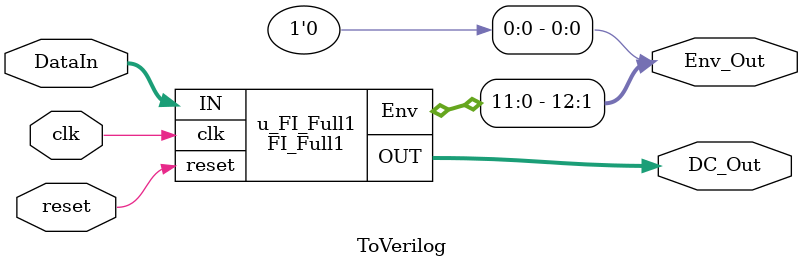
<source format=v>


// Verification Directory fv/ToVerilog 

module add_signed_10(A, B, Z);
  input [15:0] A;
  input [29:0] B;
  output [30:0] Z;
  wire [15:0] A;
  wire [29:0] B;
  wire [30:0] Z;
  wire n_1, n_2, n_3, n_5, n_7, n_9, n_11, n_13;
  wire n_15, n_17, n_19, n_21, n_23, n_25, n_27, n_29;
  wire n_31, n_33, n_36, n_37, n_72;
  NA22_5VX1 g467(.A (n_37), .B (n_5), .C (n_3), .Q (Z[30]));
  MU2_5VX1 g468(.IN0 (n_36), .IN1 (n_37), .S (n_72), .Q (Z[29]));
  IN_5VX1 g469(.A (n_36), .Q (n_37));
  FA_5VX1 g470(.A (B[28]), .B (A[15]), .CI (n_33), .CO (n_36), .S
       (Z[28]));
  FA_5VX1 g471(.A (B[27]), .B (A[15]), .CI (n_31), .CO (n_33), .S
       (Z[27]));
  FA_5VX1 g472(.A (B[26]), .B (A[15]), .CI (n_29), .CO (n_31), .S
       (Z[26]));
  FA_5VX1 g473(.A (B[25]), .B (A[15]), .CI (n_27), .CO (n_29), .S
       (Z[25]));
  FA_5VX1 g474(.A (B[24]), .B (A[15]), .CI (n_25), .CO (n_27), .S
       (Z[24]));
  FA_5VX1 g475(.A (B[23]), .B (A[15]), .CI (n_23), .CO (n_25), .S
       (Z[23]));
  FA_5VX1 g476(.A (B[22]), .B (A[15]), .CI (n_21), .CO (n_23), .S
       (Z[22]));
  FA_5VX1 g477(.A (B[21]), .B (A[15]), .CI (n_19), .CO (n_21), .S
       (Z[21]));
  FA_5VX1 g478(.A (B[20]), .B (A[15]), .CI (n_17), .CO (n_19), .S
       (Z[20]));
  FA_5VX1 g479(.A (B[19]), .B (A[15]), .CI (n_15), .CO (n_17), .S
       (Z[19]));
  FA_5VX1 g480(.A (B[18]), .B (A[15]), .CI (n_13), .CO (n_15), .S
       (Z[18]));
  FA_5VX1 g481(.A (B[17]), .B (A[15]), .CI (n_11), .CO (n_13), .S
       (Z[17]));
  FA_5VX1 g482(.A (B[16]), .B (A[15]), .CI (n_9), .CO (n_11), .S
       (Z[16]));
  FA_5VX1 g483(.A (n_7), .B (A[15]), .CI (B[15]), .CO (n_9), .S
       (Z[15]));
  HA_5VX1 g484(.A (B[14]), .B (A[14]), .CO (n_7), .S (Z[14]));
  NA2_5VX1 g486(.A (n_2), .B (n_1), .Q (n_5));
  NA2_5VX1 g488(.A (B[29]), .B (A[15]), .Q (n_3));
  IN_5VX1 g489(.A (B[29]), .Q (n_2));
  IN_5VX1 g490(.A (A[15]), .Q (n_1));
  AO22_5VX1 g2(.A (n_2), .B (A[15]), .C (B[29]), .D (n_1), .Q (n_72));
endmodule

module mult_signed_const_1623(A, Z);
  input [12:0] A;
  output [27:0] Z;
  wire [12:0] A;
  wire [27:0] Z;
  wire n_1, n_2, n_3, n_4, n_5, n_6, n_7, n_8;
  wire n_9, n_10, n_11, n_12, n_13, n_14, n_15, n_16;
  wire n_17, n_18, n_19, n_20, n_21, n_22, n_23, n_24;
  wire n_26, n_27, n_28, n_29, n_30, n_31, n_32, n_33;
  wire n_34, n_35, n_36, n_37, n_38, n_39, n_40, n_41;
  wire n_42, n_43, n_44, n_45, n_46, n_47, n_48, n_49;
  wire n_50, n_51, n_52, n_53, n_54, n_55, n_56, n_57;
  wire n_58, n_59, n_60, n_61, n_62, n_63, n_64, n_65;
  wire n_66, n_67, n_68, n_69, n_70, n_71, n_72, n_73;
  wire n_74, n_75, n_76, n_77, n_78, n_79, n_80, n_81;
  wire n_82, n_83, n_84, n_85, n_86, n_87, n_88, n_89;
  wire n_90, n_91, n_92, n_93, n_94, n_95, n_96, n_97;
  wire n_100, n_101, n_103, n_105, n_109, n_110, n_111, n_112;
  wire n_113, n_114, n_115, n_116, n_117, n_118, n_119, n_120;
  wire n_121, n_122, n_125, n_126, n_127, n_128, n_129, n_130;
  wire n_131, n_132, n_133, n_134, n_137, n_138, n_140, n_141;
  wire n_142, n_143, n_147, n_148, n_149, n_150, n_152, n_153;
  wire n_154, n_155, n_159, n_160, n_161, n_162, n_164, n_165;
  wire n_172, n_173, n_175, n_177, n_179, n_181, n_183, n_185;
  wire n_187, n_189, n_192, n_194, n_196, n_198, n_199, n_216;
  wire n_218, n_221, n_222, n_223, n_225, n_240;
  OR2_5VX2 g2031(.A (n_199), .B (n_15), .Q (Z[27]));
  EN2_5VX1 g2032(.A (n_37), .B (n_198), .Q (Z[26]));
  NO2I1_5VX1 g2033(.AN (n_198), .B (n_36), .Q (n_199));
  CAG_5VX1 g2034(.A (A[10]), .B (n_7), .CI (n_196), .CO (n_198));
  CAG_5VX1 g2036(.A (n_3), .B (n_83), .CI (n_194), .CO (n_196));
  CAG_5VX1 g2038(.A (n_85), .B (n_73), .CI (n_192), .CO (n_194));
  CAG_5VX1 g2040(.A (n_72), .B (n_100), .CI (n_189), .CO (n_192));
  CAG_5VX1 g2043(.A (n_101), .B (n_133), .CI (n_187), .CO (n_189));
  CAG_5VX1 g2045(.A (n_134), .B (n_140), .CI (n_185), .CO (n_187));
  CAG_5VX1 g2047(.A (n_141), .B (n_154), .CI (n_183), .CO (n_185));
  CAG_5VX1 g2049(.A (n_161), .B (n_155), .CI (n_181), .CO (n_183));
  CAG_5VX1 g2051(.A (n_152), .B (n_162), .CI (n_179), .CO (n_181));
  CAG_5VX1 g2053(.A (n_159), .B (n_153), .CI (n_177), .CO (n_179));
  CAG_5VX1 g2055(.A (n_160), .B (n_164), .CI (n_175), .CO (n_177));
  CAG_5VX1 g2057(.A (n_149), .B (n_165), .CI (n_173), .CO (n_175));
  CAG_5VX1 g2059(.A (n_148), .B (n_150), .CI (n_172), .CO (n_173));
  CAG_5VX1 g2060(.A (n_142), .B (n_147), .CI (n_216), .CO (n_172));
  FA_5VX1 g2067(.A (n_125), .B (n_76), .CI (n_138), .CO (n_164), .S
       (n_165));
  FA_5VX1 g2069(.A (n_119), .B (n_87), .CI (n_128), .CO (n_161), .S
       (n_162));
  FA_5VX1 g2070(.A (n_137), .B (A[8]), .CI (n_132), .CO (n_159), .S
       (n_160));
  FA_5VX1 g2074(.A (n_116), .B (n_86), .CI (n_127), .CO (n_154), .S
       (n_155));
  FA_5VX1 g2075(.A (n_131), .B (n_105), .CI (n_120), .CO (n_152), .S
       (n_153));
  FA_5VX1 g2077(.A (n_121), .B (n_67), .CI (n_126), .CO (n_149), .S
       (n_150));
  FA_5VX1 g2078(.A (n_117), .B (n_58), .CI (n_122), .CO (n_148), .S
       (n_147));
  FA_5VX1 g2082(.A (n_78), .B (n_89), .CI (n_118), .CO (n_142), .S
       (n_143));
  FA_5VX1 g2083(.A (n_65), .B (n_92), .CI (n_115), .CO (n_140), .S
       (n_141));
  FA_5VX1 g2085(.A (n_82), .B (n_53), .CI (n_94), .CO (n_137), .S
       (n_138));
  FA_5VX1 g2088(.A (n_79), .B (A[11]), .CI (n_74), .CO (n_133), .S
       (n_134));
  FA_5VX1 g2089(.A (n_62), .B (n_52), .CI (n_103), .CO (n_131), .S
       (n_132));
  FA_5VX1 g2090(.A (n_60), .B (n_64), .CI (n_75), .CO (n_129), .S
       (n_130));
  FA_5VX1 g2091(.A (n_29), .B (n_77), .CI (n_68), .CO (n_127), .S
       (n_128));
  FA_5VX1 g2092(.A (n_35), .B (n_33), .CI (n_70), .CO (n_125), .S
       (n_126));
  FA_5VX1 g2095(.A (n_88), .B (n_54), .CI (n_66), .CO (n_121), .S
       (n_122));
  FA_5VX1 g2096(.A (n_61), .B (n_32), .CI (n_71), .CO (n_119), .S
       (n_120));
  FA_5VX1 g2097(.A (n_55), .B (A[0]), .CI (n_81), .CO (n_117), .S
       (n_118));
  FA_5VX1 g2098(.A (n_80), .B (A[7]), .CI (n_93), .CO (n_115), .S
       (n_116));
  FA_5VX1 g2099(.A (n_57), .B (n_42), .CI (n_63), .CO (n_114), .S
       (n_113));
  FA_5VX1 g2100(.A (n_31), .B (n_43), .CI (n_69), .CO (n_111), .S
       (n_112));
  FA_5VX1 g2101(.A (n_50), .B (A[2]), .CI (n_56), .CO (n_110), .S
       (n_109));
  OA21_5VX1 g2105(.A (n_95), .B (n_12), .C (n_13), .Q (n_105));
  EN2_5VX0 g2107(.A (n_26), .B (n_95), .Q (n_103));
  EO2_5VX1 g2109(.A (n_84), .B (n_27), .Q (n_101));
  CAG_5VX1 g2110(.A (A[10]), .B (n_8), .CI (n_84), .CO (n_100));
  FA_5VX1 g2113(.A (A[1]), .B (A[0]), .CI (n_38), .CO (n_96), .S
       (n_97));
  FA_5VX1 g2114(.A (A[3]), .B (A[12]), .CI (A[0]), .CO (n_95), .S
       (n_94));
  FA_5VX1 g2115(.A (A[4]), .B (n_4), .CI (A[10]), .CO (n_92), .S
       (n_93));
  AO31_5VX1 g2116(.A (n_6), .B (n_22), .C (n_59), .D (n_39), .Q (n_91));
  NA22_5VX1 g2117(.A (n_59), .B (n_22), .C (A[5]), .Q (n_90));
  FA_5VX1 g2118(.A (A[6]), .B (n_7), .CI (A[3]), .CO (n_88), .S (n_89));
  FA_5VX1 g2119(.A (A[3]), .B (A[9]), .CI (A[10]), .CO (n_86), .S
       (n_87));
  NO22_5VX1 g2120(.A (n_20), .B (A[7]), .C (n_48), .Q (n_82));
  NO22_5VX1 g2121(.A (n_20), .B (A[4]), .C (n_48), .Q (n_81));
  NO22_5VX1 g2122(.A (n_15), .B (A[6]), .C (n_36), .Q (n_80));
  NO22_5VX1 g2123(.A (n_44), .B (A[5]), .C (n_14), .Q (n_79));
  NO22_5VX1 g2124(.A (n_14), .B (A[7]), .C (n_44), .Q (n_85));
  NO22_5VX1 g2125(.A (n_30), .B (n_46), .C (n_21), .Q (n_78));
  NO22_5VX1 g2126(.A (n_40), .B (A[6]), .C (n_16), .Q (n_84));
  NO22_5VX1 g2127(.A (n_40), .B (A[8]), .C (n_16), .Q (n_83));
  NO22_5VX1 g2128(.A (n_46), .B (A[11]), .C (n_21), .Q (n_77));
  NO22_5VX1 g2129(.A (n_46), .B (n_7), .C (n_21), .Q (n_76));
  CAG_5VX1 g2130(.A (A[1]), .B (A[4]), .CI (n_28), .CO (n_75));
  EO2_5VX1 g2131(.A (n_41), .B (A[6]), .Q (n_74));
  IN_5VX1 g2132(.A (n_70), .Q (n_71));
  EO2_5VX1 g2133(.A (n_39), .B (A[8]), .Q (n_69));
  EO2_5VX1 g2134(.A (n_37), .B (A[6]), .Q (n_68));
  EN2_5VX1 g2135(.A (n_8), .B (n_49), .Q (n_67));
  EO2_5VX1 g2136(.A (n_51), .B (A[12]), .Q (n_66));
  EN2_5VX1 g2137(.A (n_6), .B (n_45), .Q (n_65));
  EO2_5VX1 g2138(.A (n_41), .B (A[8]), .Q (n_73));
  EO2_5VX1 g2139(.A (n_45), .B (A[7]), .Q (n_72));
  EO2_5VX1 g2140(.A (n_49), .B (A[4]), .Q (n_64));
  EO2_5VX1 g2141(.A (n_28), .B (n_23), .Q (n_63));
  EO2_5VX1 g2142(.A (n_23), .B (A[10]), .Q (n_62));
  EO2_5VX1 g2143(.A (n_47), .B (n_7), .Q (n_70));
  EN2_5VX1 g2144(.A (A[9]), .B (n_49), .Q (n_61));
  EO2_5VX1 g2145(.A (n_30), .B (n_47), .Q (n_60));
  ON21_5VX1 g2146(.A (A[4]), .B (A[2]), .C (n_34), .Q (n_59));
  EN2_5VX1 g2147(.A (n_3), .B (n_24), .Q (n_58));
  EO2_5VX1 g2148(.A (n_26), .B (A[3]), .Q (n_57));
  EO2_5VX1 g2149(.A (n_24), .B (A[5]), .Q (n_56));
  HA_5VX1 g2150(.A (A[5]), .B (n_10), .CO (n_54), .S (n_55));
  HA_5VX1 g2151(.A (A[6]), .B (A[9]), .CO (n_52), .S (n_53));
  HA_5VX1 g2152(.A (n_2), .B (n_5), .CO (n_50), .S (n_51));
  HA_5VX1 g2153(.A (A[8]), .B (A[10]), .CO (n_48), .S (n_49));
  HA_5VX1 g2154(.A (A[2]), .B (A[5]), .CO (n_46), .S (n_47));
  HA_5VX1 g2155(.A (A[8]), .B (n_7), .CO (n_44), .S (n_45));
  HA_5VX1 g2156(.A (A[2]), .B (n_5), .CO (n_42), .S (n_43));
  HA_5VX1 g2157(.A (A[9]), .B (n_4), .CO (n_40), .S (n_41));
  HA_5VX1 g2158(.A (n_9), .B (A[0]), .CO (n_38), .S (n_39));
  HA_5VX1 g2159(.A (A[12]), .B (n_7), .CO (n_36), .S (n_37));
  AN21_5VX1 g2160(.A (n_19), .B (n_11), .C (n_17), .Q (n_35));
  CAG_5VX1 g2161(.A (A[1]), .B (A[3]), .CI (n_18), .CO (n_34));
  CAG_5VX1 g2162(.A (A[12]), .B (A[6]), .CI (A[4]), .CO (n_33));
  CAG_5VX1 g2163(.A (A[4]), .B (A[10]), .CI (A[1]), .CO (n_32));
  CAG_5VX1 g2164(.A (n_6), .B (n_8), .CI (A[1]), .CO (n_31));
  CAG_5VX1 g2165(.A (n_10), .B (A[3]), .CI (n_8), .CO (n_30));
  CAG_5VX1 g2166(.A (A[9]), .B (A[8]), .CI (n_3), .CO (n_29));
  CAG_5VX1 g2167(.A (A[3]), .B (n_1), .CI (A[0]), .CO (n_28));
  NA2I1_5VX1 g2168(.AN (n_17), .B (n_19), .Q (n_27));
  NA2I1_5VX1 g2169(.AN (n_12), .B (n_13), .Q (n_26));
  EO2_5VX1 g2171(.A (n_11), .B (n_8), .Q (n_24));
  EO2_5VX1 g2172(.A (n_11), .B (n_2), .Q (n_23));
  NA2_5VX1 g2173(.A (A[4]), .B (A[2]), .Q (n_22));
  AND2_5VX1 g2174(.A (A[0]), .B (A[2]), .Q (n_18));
  NO2_5VX1 g2175(.A (A[5]), .B (A[2]), .Q (n_21));
  NO2_5VX1 g2176(.A (A[8]), .B (A[10]), .Q (n_20));
  NA2_5VX1 g2177(.A (A[7]), .B (A[10]), .Q (n_19));
  NO2_5VX1 g2178(.A (A[7]), .B (A[10]), .Q (n_17));
  NO2_5VX1 g2179(.A (n_4), .B (A[9]), .Q (n_16));
  NO2_5VX1 g2180(.A (n_7), .B (A[12]), .Q (n_15));
  NO2_5VX1 g2181(.A (n_7), .B (A[8]), .Q (n_14));
  NA2_5VX1 g2182(.A (n_8), .B (A[9]), .Q (n_13));
  NO2_5VX1 g2183(.A (n_8), .B (A[9]), .Q (n_12));
  IN_5VX1 g2184(.A (A[1]), .Q (n_11));
  IN_5VX1 g2185(.A (A[9]), .Q (n_10));
  IN_5VX1 g2186(.A (A[3]), .Q (n_9));
  IN_5VX1 g2187(.A (A[7]), .Q (n_8));
  IN_5VX1 g2188(.A (A[11]), .Q (n_7));
  IN_5VX1 g2189(.A (A[5]), .Q (n_6));
  IN_5VX1 g2190(.A (A[6]), .Q (n_5));
  IN_5VX1 g2191(.A (A[12]), .Q (n_4));
  IN_5VX1 g2192(.A (A[10]), .Q (n_3));
  IN_5VX1 g2193(.A (A[4]), .Q (n_2));
  IN_5VX1 g2194(.A (A[8]), .Q (n_1));
  CAG_5VX1 g2(.A (n_221), .B (n_129), .CI (n_143), .CO (n_216));
  CAG_5VX1 g2195(.A (n_223), .B (n_96), .CI (n_109), .CO (n_218));
  CAG_5VX1 g2197(.A (n_225), .B (n_130), .CI (n_114), .CO (n_221));
  CAG_5VX1 g2199(.A (n_222), .B (n_97), .CI (n_51), .CO (n_223));
  AND2_5VX1 g3(.A (n_90), .B (n_91), .Q (n_222));
  CAG_5VX1 g2200(.A (n_240), .B (n_111), .CI (n_113), .CO (n_225));
  EO3_5VX1 g2203(.A (A[11]), .B (A[10]), .C (n_196), .Q (Z[25]));
  EN3_5VX1 g2204(.A (n_83), .B (n_3), .C (n_194), .Q (Z[24]));
  EN3_5VX1 g2205(.A (n_73), .B (n_85), .C (n_192), .Q (Z[23]));
  EN3_5VX1 g2206(.A (n_100), .B (n_72), .C (n_189), .Q (Z[22]));
  EN3_5VX1 g2207(.A (n_133), .B (n_101), .C (n_187), .Q (Z[21]));
  EN3_5VX1 g2208(.A (n_140), .B (n_134), .C (n_185), .Q (Z[20]));
  EN3_5VX1 g2209(.A (n_154), .B (n_141), .C (n_183), .Q (Z[19]));
  EN3_5VX1 g2210(.A (n_161), .B (n_155), .C (n_181), .Q (Z[18]));
  EN3_5VX1 g2211(.A (n_162), .B (n_152), .C (n_179), .Q (Z[17]));
  EN3_5VX1 g2212(.A (n_153), .B (n_159), .C (n_177), .Q (Z[16]));
  EN3_5VX1 g2213(.A (n_164), .B (n_160), .C (n_175), .Q (Z[15]));
  EN3_5VX1 g2214(.A (n_165), .B (n_149), .C (n_173), .Q (Z[14]));
  EN3_5VX1 g2215(.A (n_150), .B (n_148), .C (n_172), .Q (Z[13]));
  CAG_5VX1 g2216(.A (n_112), .B (n_110), .CI (n_218), .CO (n_240));
endmodule

module mult_signed_const_1340(A, Z);
  input [12:0] A;
  output [28:0] Z;
  wire [12:0] A;
  wire [28:0] Z;
  wire n_1, n_2, n_3, n_4, n_5, n_6, n_7, n_8;
  wire n_9, n_10, n_11, n_12, n_13, n_14, n_15, n_16;
  wire n_17, n_18, n_19, n_20, n_21, n_22, n_23, n_24;
  wire n_25, n_26, n_27, n_28, n_29, n_30, n_31, n_32;
  wire n_33, n_34, n_35, n_36, n_37, n_38, n_39, n_40;
  wire n_41, n_42, n_43, n_44, n_45, n_46, n_47, n_48;
  wire n_49, n_50, n_52, n_53, n_54, n_55, n_56, n_57;
  wire n_58, n_59, n_60, n_61, n_62, n_63, n_64, n_65;
  wire n_66, n_67, n_68, n_69, n_70, n_71, n_72, n_73;
  wire n_74, n_75, n_76, n_77, n_78, n_79, n_81, n_82;
  wire n_83, n_84, n_85, n_86, n_87, n_88, n_89, n_90;
  wire n_91, n_92, n_93, n_94, n_95, n_96, n_97, n_98;
  wire n_99, n_100, n_101, n_102, n_103, n_104, n_105, n_106;
  wire n_107, n_108, n_109, n_110, n_111, n_112, n_113, n_114;
  wire n_115, n_116, n_117, n_118, n_119, n_120, n_121, n_122;
  wire n_123, n_124, n_126, n_128, n_130, n_132, n_134, n_136;
  wire n_138, n_140, n_142, n_144, n_146, n_149, n_151, n_166;
  wire n_167;
  EN2_5VX1 g1648(.A (n_21), .B (n_151), .Q (Z[27]));
  AN21_5VX1 g1649(.A (n_149), .B (n_14), .C (n_30), .Q (n_151));
  EO2_5VX1 g1650(.A (n_149), .B (n_31), .Q (Z[26]));
  FA_5VX1 g1651(.A (n_53), .B (n_10), .CI (n_146), .CO (n_149), .S
       (Z[25]));
  FA_5VX1 g1652(.A (n_46), .B (n_50), .CI (n_144), .CO (n_146), .S
       (Z[24]));
  FA_5VX1 g1653(.A (n_78), .B (n_48), .CI (n_142), .CO (n_144), .S
       (Z[23]));
  FA_5VX1 g1654(.A (n_103), .B (n_79), .CI (n_140), .CO (n_142), .S
       (Z[22]));
  FA_5VX1 g1655(.A (n_104), .B (n_99), .CI (n_138), .CO (n_140), .S
       (Z[21]));
  FA_5VX1 g1656(.A (n_100), .B (n_110), .CI (n_136), .CO (n_138), .S
       (Z[20]));
  FA_5VX1 g1657(.A (n_111), .B (n_113), .CI (n_134), .CO (n_136), .S
       (Z[19]));
  FA_5VX1 g1658(.A (n_114), .B (n_117), .CI (n_132), .CO (n_134), .S
       (Z[18]));
  FA_5VX1 g1659(.A (n_118), .B (n_115), .CI (n_130), .CO (n_132), .S
       (Z[17]));
  FA_5VX1 g1660(.A (n_116), .B (n_119), .CI (n_128), .CO (n_130), .S
       (Z[16]));
  FA_5VX1 g1661(.A (n_120), .B (n_108), .CI (n_126), .CO (n_128), .S
       (Z[15]));
  FA_5VX1 g1662(.A (n_109), .B (n_105), .CI (n_124), .CO (n_126), .S
       (Z[14]));
  FA_5VX1 g1663(.A (n_106), .B (n_101), .CI (n_123), .CO (n_124), .S
       (Z[13]));
  CAG_5VX1 g1664(.A (n_97), .B (n_102), .CI (n_122), .CO (n_123));
  CAG_5VX1 g1665(.A (n_85), .B (n_98), .CI (n_121), .CO (n_122));
  CAG_5VX1 g1666(.A (n_67), .B (n_86), .CI (n_112), .CO (n_121));
  FA_5VX1 g1667(.A (n_91), .B (n_60), .CI (n_96), .CO (n_119), .S
       (n_120));
  FA_5VX1 g1668(.A (n_87), .B (n_64), .CI (n_90), .CO (n_117), .S
       (n_118));
  FA_5VX1 g1669(.A (n_95), .B (n_62), .CI (n_88), .CO (n_115), .S
       (n_116));
  FA_5VX1 g1670(.A (n_83), .B (n_55), .CI (n_89), .CO (n_113), .S
       (n_114));
  CAG_5VX1 g1671(.A (n_65), .B (n_68), .CI (n_107), .CO (n_112));
  FA_5VX1 g1672(.A (n_82), .B (n_43), .CI (n_77), .CO (n_110), .S
       (n_111));
  FA_5VX1 g1673(.A (n_42), .B (n_73), .CI (n_92), .CO (n_108), .S
       (n_109));
  CAG_5VX1 g1674(.A (n_26), .B (n_66), .CI (n_84), .CO (n_107));
  FA_5VX1 g1675(.A (n_76), .B (n_57), .CI (n_74), .CO (n_105), .S
       (n_106));
  FA_5VX1 g1676(.A (n_47), .B (n_49), .CI (n_52), .CO (n_103), .S
       (n_104));
  FA_5VX1 g1677(.A (n_71), .B (n_39), .CI (n_58), .CO (n_101), .S
       (n_102));
  FA_5VX1 g1678(.A (n_81), .B (n_45), .CI (n_44), .CO (n_99), .S
       (n_100));
  FA_5VX1 g1679(.A (n_69), .B (A[3]), .CI (n_72), .CO (n_97), .S
       (n_98));
  IN_5VX1 g1680(.A (n_94), .Q (n_96));
  IN_5VX1 g1681(.A (n_93), .Q (n_95));
  FA_5VX1 g1682(.A (n_24), .B (A[10]), .CI (n_22), .CO (n_93), .S
       (n_94));
  FA_5VX1 g1683(.A (A[6]), .B (A[10]), .CI (n_75), .CO (n_91), .S
       (n_92));
  FA_5VX1 g1684(.A (n_32), .B (n_6), .CI (n_61), .CO (n_89), .S (n_90));
  FA_5VX1 g1685(.A (n_33), .B (n_18), .CI (n_59), .CO (n_87), .S
       (n_88));
  FA_5VX1 g1686(.A (n_34), .B (A[2]), .CI (n_70), .CO (n_85), .S
       (n_86));
  CAG_5VX1 g1687(.A (n_36), .B (n_27), .CI (n_167), .CO (n_84));
  FA_5VX1 g1688(.A (A[9]), .B (n_10), .CI (n_63), .CO (n_82), .S
       (n_83));
  AO21_5VX1 g1689(.A (n_56), .B (n_14), .C (n_30), .Q (n_81));
  EO2_5VX1 g1691(.A (n_54), .B (n_23), .Q (n_79));
  CAG_5VX1 g1692(.A (A[10]), .B (n_5), .CI (n_54), .CO (n_78));
  EO2_5VX1 g1693(.A (n_56), .B (n_31), .Q (n_77));
  FA_5VX1 g1694(.A (n_6), .B (A[11]), .CI (A[4]), .CO (n_75), .S
       (n_76));
  FA_5VX1 g1695(.A (A[5]), .B (A[1]), .CI (n_38), .CO (n_73), .S
       (n_74));
  FA_5VX1 g1696(.A (n_5), .B (A[9]), .CI (A[2]), .CO (n_71), .S (n_72));
  FA_5VX1 g1697(.A (A[1]), .B (A[8]), .CI (n_9), .CO (n_69), .S (n_70));
  FA_5VX1 g1698(.A (A[0]), .B (A[1]), .CI (n_35), .CO (n_67), .S
       (n_68));
  FA_5VX1 g1699(.A (n_12), .B (A[6]), .CI (A[0]), .CO (n_65), .S
       (n_66));
  FA_5VX1 g1700(.A (A[5]), .B (A[8]), .CI (A[2]), .CO (n_63), .S
       (n_64));
  FA_5VX1 g1701(.A (A[1]), .B (A[7]), .CI (A[4]), .CO (n_61), .S
       (n_62));
  FA_5VX1 g1702(.A (A[6]), .B (n_11), .CI (A[0]), .CO (n_59), .S
       (n_60));
  FA_5VX1 g1703(.A (A[4]), .B (A[0]), .CI (A[3]), .CO (n_57), .S
       (n_58));
  FA_5VX1 g1704(.A (A[6]), .B (A[9]), .CI (A[3]), .CO (n_56), .S
       (n_55));
  ON21_5VX1 g1705(.A (n_28), .B (n_13), .C (n_15), .Q (n_53));
  ON21_5VX1 g1706(.A (n_28), .B (n_9), .C (n_15), .Q (n_54));
  CAG_5VX1 g1707(.A (A[8]), .B (A[11]), .CI (n_25), .CO (n_52));
  CAG_5VX1 g1709(.A (A[11]), .B (A[7]), .CI (n_13), .CO (n_50));
  CAG_5VX1 g1710(.A (A[11]), .B (n_7), .CI (A[5]), .CO (n_49));
  EO2_5VX1 g1711(.A (n_20), .B (n_5), .Q (n_48));
  EO2_5VX1 g1712(.A (n_29), .B (A[6]), .Q (n_47));
  EO2_5VX1 g1713(.A (n_29), .B (A[8]), .Q (n_46));
  EO2_5VX1 g1714(.A (n_21), .B (A[5]), .Q (n_45));
  EO2_5VX1 g1715(.A (n_25), .B (n_20), .Q (n_44));
  EO2_5VX1 g1716(.A (n_23), .B (n_12), .Q (n_43));
  EN3_5VX1 g1717(.A (A[2]), .B (A[12]), .C (A[5]), .Q (n_42));
  HA_5VX1 g1718(.A (n_1), .B (A[3]), .CO (n_41), .S (n_40));
  HA_5VX1 g1719(.A (n_13), .B (A[10]), .CO (n_38), .S (n_39));
  HA_5VX1 g1720(.A (n_2), .B (A[4]), .CO (n_36), .S (n_37));
  HA_5VX1 g1721(.A (n_4), .B (A[7]), .CO (n_34), .S (n_35));
  HA_5VX1 g1722(.A (A[8]), .B (A[12]), .CO (n_32), .S (n_33));
  HA_5VX1 g1723(.A (A[10]), .B (n_11), .CO (n_30), .S (n_31));
  HA_5VX1 g1724(.A (n_6), .B (A[12]), .CO (n_28), .S (n_29));
  HA_5VX1 g1725(.A (n_3), .B (A[5]), .CO (n_26), .S (n_27));
  ON21_5VX1 g1726(.A (n_17), .B (n_12), .C (n_16), .Q (n_25));
  CAG_5VX1 g1727(.A (A[12]), .B (n_4), .CI (n_2), .CO (n_24));
  NA2I1_5VX1 g1728(.AN (n_17), .B (n_16), .Q (n_23));
  AN21_5VX1 g1729(.A (A[3]), .B (A[7]), .C (n_19), .Q (n_22));
  EO2_5VX1 g1730(.A (A[12]), .B (n_11), .Q (n_21));
  EO2_5VX1 g1731(.A (n_13), .B (n_11), .Q (n_20));
  IN_5VX1 g1732(.A (n_18), .Q (n_19));
  NA2_5VX1 g1733(.A (n_3), .B (n_5), .Q (n_18));
  NO2_5VX1 g1734(.A (A[10]), .B (A[7]), .Q (n_17));
  NA2_5VX1 g1735(.A (A[10]), .B (A[7]), .Q (n_16));
  NA2_5VX1 g1736(.A (A[9]), .B (n_7), .Q (n_15));
  NA2_5VX1 g1737(.A (n_10), .B (A[11]), .Q (n_14));
  IN_5VX1 g1738(.A (A[8]), .Q (n_13));
  IN_5VX1 g1739(.A (A[4]), .Q (n_12));
  IN_5VX1 g1740(.A (A[11]), .Q (n_11));
  IN_5VX1 g1741(.A (A[10]), .Q (n_10));
  IN_5VX1 g1742(.A (A[6]), .Q (n_9));
  IN_5VX1 g1743(.A (A[0]), .Q (n_8));
  IN_5VX1 g1744(.A (A[12]), .Q (n_7));
  IN_5VX1 g1745(.A (A[9]), .Q (n_6));
  IN_5VX1 g1746(.A (A[7]), .Q (n_5));
  IN_5VX1 g1747(.A (A[5]), .Q (n_4));
  IN_5VX1 g1748(.A (A[3]), .Q (n_3));
  IN_5VX1 g1749(.A (A[2]), .Q (n_2));
  IN_5VX1 g1750(.A (A[1]), .Q (n_1));
  CAG_5VX1 g2(.A (n_166), .B (n_37), .CI (n_41), .CO (n_167));
  OA21_5VX1 g3(.A (n_8), .B (A[2]), .C (n_40), .Q (n_166));
endmodule

module mult_signed_const_1406(A, Z);
  input [12:0] A;
  output [28:0] Z;
  wire [12:0] A;
  wire [28:0] Z;
  wire n_0, n_2, n_3, n_4, n_5, n_6, n_7, n_8;
  wire n_9, n_10, n_11, n_12, n_13, n_14, n_15, n_16;
  wire n_17, n_18, n_19, n_20, n_21, n_22, n_24, n_25;
  wire n_26, n_27, n_28, n_29, n_30, n_31, n_32, n_33;
  wire n_34, n_35, n_36, n_37, n_38, n_39, n_40, n_41;
  wire n_42, n_43, n_44, n_45, n_46, n_47, n_48, n_49;
  wire n_50, n_51, n_52, n_53, n_54, n_55, n_56, n_57;
  wire n_58, n_59, n_60, n_61, n_62, n_63, n_64, n_65;
  wire n_66, n_67, n_68, n_69, n_70, n_71, n_73, n_74;
  wire n_75, n_76, n_77, n_78, n_79, n_80, n_81, n_82;
  wire n_83, n_84, n_85, n_86, n_87, n_88, n_89, n_90;
  wire n_91, n_92, n_93, n_94, n_95, n_96, n_97, n_98;
  wire n_99, n_100, n_101, n_102, n_103, n_104, n_107, n_108;
  wire n_109, n_110, n_113, n_114, n_115, n_116, n_117, n_118;
  wire n_119, n_120, n_121, n_122, n_123, n_124, n_125, n_126;
  wire n_128, n_129, n_130, n_131, n_132, n_133, n_134, n_135;
  wire n_136, n_139, n_140, n_141, n_142, n_143, n_146, n_147;
  wire n_148, n_149, n_152, n_153, n_155, n_157, n_158, n_159;
  wire n_160, n_162, n_163, n_164, n_165, n_166, n_167, n_168;
  wire n_169, n_170, n_171, n_173, n_174, n_175, n_176, n_177;
  wire n_179, n_182, n_183, n_184, n_186, n_187, n_189, n_192;
  wire n_193, n_195, n_197, n_198, n_201, n_202, n_203, n_205;
  wire n_206, n_227, n_228, n_229, n_230, n_231, n_232;
  EN2_5VX0 g1930(.A (n_27), .B (n_205), .Q (Z[27]));
  IN_5VX1 g1931(.A (n_206), .Q (Z[26]));
  FA_5VX1 g1932(.A (n_3), .B (A[11]), .CI (n_202), .CO (n_205), .S
       (n_206));
  IN_5VX1 g1933(.A (n_203), .Q (Z[25]));
  FA_5VX1 g1934(.A (n_37), .B (A[10]), .CI (n_201), .CO (n_202), .S
       (n_203));
  CAG_5VX1 g1935(.A (n_93), .B (n_58), .CI (n_198), .CO (n_201));
  CAG_5VX1 g1938(.A (n_76), .B (n_103), .CI (n_197), .CO (n_198));
  CAG_5VX1 g1939(.A (n_104), .B (n_120), .CI (n_195), .CO (n_197));
  CAG_5VX1 g1941(.A (n_121), .B (n_146), .CI (n_193), .CO (n_195));
  IN_5VX1 g1943(.A (n_192), .Q (n_193));
  FA_5VX1 g1944(.A (n_165), .B (n_230), .CI (n_189), .CO (n_192), .S
       (Z[20]));
  FA_5VX1 g1945(.A (n_169), .B (n_166), .CI (n_187), .CO (n_189), .S
       (Z[19]));
  FA_5VX1 g1946(.A (n_170), .B (n_155), .CI (n_186), .CO (n_187), .S
       (Z[18]));
  IN_5VX1 g1947(.A (n_184), .Q (n_186));
  CAG_5VX1 g1949(.A (n_162), .B (n_228), .CI (n_183), .CO (n_184));
  IN_5VX1 g1950(.A (n_182), .Q (n_183));
  FA_5VX1 g1951(.A (n_227), .B (n_167), .CI (n_179), .CO (n_182), .S
       (Z[16]));
  FA_5VX1 g1952(.A (n_168), .B (n_159), .CI (n_177), .CO (n_179), .S
       (Z[15]));
  FA_5VX1 g1953(.A (n_160), .B (n_157), .CI (n_176), .CO (n_177), .S
       (Z[14]));
  CAG_5VX1 g1954(.A (n_152), .B (n_158), .CI (n_175), .CO (n_176));
  ON21_5VX1 g1955(.A (n_173), .B (n_229), .C (n_174), .Q (n_175));
  ON21_5VX1 g1956(.A (n_171), .B (n_149), .C (n_110), .Q (n_174));
  NO3_5VX1 g1957(.A (n_149), .B (n_110), .C (n_171), .Q (n_173));
  AN22_5VX1 g1959(.A (n_164), .B (n_163), .C (n_116), .D (n_109), .Q
       (n_171));
  FA_5VX1 g1960(.A (n_130), .B (n_96), .CI (n_143), .CO (n_169), .S
       (n_170));
  FA_5VX1 g1961(.A (n_140), .B (n_97), .CI (n_134), .CO (n_167), .S
       (n_168));
  FA_5VX1 g1962(.A (n_115), .B (n_95), .CI (n_142), .CO (n_165), .S
       (n_166));
  ON31_5VX1 g1963(.A (n_135), .B (n_139), .C (n_153), .D (n_126), .Q
       (n_164));
  ON21_5VX1 g1964(.A (n_153), .B (n_139), .C (n_135), .Q (n_163));
  CAG_5VX1 g1965(.A (n_59), .B (n_133), .CI (n_231), .CO (n_162));
  FA_5VX1 g1967(.A (n_124), .B (n_71), .CI (n_141), .CO (n_159), .S
       (n_160));
  FA_5VX1 g1968(.A (n_122), .B (n_65), .CI (n_125), .CO (n_157), .S
       (n_158));
  CAG_5VX1 g1970(.A (n_78), .B (n_128), .CI (n_131), .CO (n_155));
  OA22_5VX1 g1972(.A (n_147), .B (n_148), .C (n_119), .D (n_136), .Q
       (n_153));
  CAG_5VX1 g1973(.A (n_75), .B (n_94), .CI (n_123), .CO (n_152));
  NO2_5VX1 g1976(.A (n_116), .B (n_109), .Q (n_149));
  OA21_5VX1 g1977(.A (n_129), .B (n_107), .C (n_90), .Q (n_148));
  OA31_5VX1 g1978(.A (n_90), .B (n_107), .C (n_129), .D (n_118), .Q
       (n_147));
  CAG_5VX1 g1979(.A (n_101), .B (n_85), .CI (n_117), .CO (n_146));
  FA_5VX1 g1982(.A (n_83), .B (n_30), .CI (n_67), .CO (n_142), .S
       (n_143));
  FA_5VX1 g1983(.A (n_80), .B (n_35), .CI (n_86), .CO (n_140), .S
       (n_141));
  AND2_5VX1 g1984(.A (n_119), .B (n_136), .Q (n_139));
  FA_5VX1 g1987(.A (n_32), .B (n_46), .CI (n_99), .CO (n_135), .S
       (n_136));
  IN_5VX1 g1988(.A (n_132), .Q (n_134));
  FA_5VX1 g1989(.A (n_84), .B (n_0), .CI (n_69), .CO (n_133), .S
       (n_132));
  FA_5VX1 g1990(.A (n_38), .B (n_33), .CI (n_87), .CO (n_130), .S
       (n_131));
  AN22_5VX1 g1991(.A (n_113), .B (n_114), .C (n_232), .D (n_89), .Q
       (n_129));
  CAG_5VX1 g1992(.A (n_91), .B (n_77), .CI (n_61), .CO (n_128));
  EO3_5VX1 g1994(.A (n_73), .B (n_57), .C (n_100), .Q (n_126));
  FA_5VX1 g1995(.A (n_34), .B (A[10]), .CI (n_70), .CO (n_124), .S
       (n_125));
  FA_5VX1 g1996(.A (n_39), .B (A[0]), .CI (n_81), .CO (n_122), .S
       (n_123));
  FA_5VX1 g1997(.A (n_82), .B (n_6), .CI (n_60), .CO (n_120), .S
       (n_121));
  FA_5VX1 g1998(.A (n_41), .B (A[2]), .CI (n_66), .CO (n_119), .S
       (n_118));
  CAG_5VX1 g1999(.A (n_7), .B (n_88), .CI (n_102), .CO (n_117));
  EN3_5VX1 g2000(.A (n_79), .B (n_74), .C (n_92), .Q (n_116));
  EN3_5VX1 g2001(.A (n_102), .B (n_88), .C (n_7), .Q (n_115));
  NA22_5VX1 g2002(.A (n_98), .B (n_64), .C (n_51), .Q (n_114));
  AO31_5VX1 g2003(.A (n_52), .B (n_64), .C (n_98), .D (n_68), .Q
       (n_113));
  CAG_5VX1 g2006(.A (n_92), .B (n_74), .CI (n_79), .CO (n_110));
  IN_5VX1 g2007(.A (n_108), .Q (n_109));
  CAG_5VX1 g2008(.A (n_100), .B (n_57), .CI (n_73), .CO (n_108));
  NO2_5VX1 g2009(.A (n_232), .B (n_89), .Q (n_107));
  FA_5VX1 g2012(.A (n_3), .B (A[7]), .CI (n_36), .CO (n_103), .S
       (n_104));
  FA_5VX1 g2013(.A (n_9), .B (A[12]), .CI (n_3), .CO (n_101), .S
       (n_102));
  FA_5VX1 g2014(.A (A[0]), .B (A[3]), .CI (A[2]), .CO (n_100), .S
       (n_99));
  ON22_5VX1 g2015(.A (n_63), .B (n_62), .C (n_53), .D (n_21), .Q
       (n_98));
  EO2_5VX1 g2016(.A (n_58), .B (A[0]), .Q (n_97));
  FA_5VX1 g2017(.A (A[10]), .B (A[9]), .CI (A[3]), .CO (n_95), .S
       (n_96));
  IN_5VX1 g2018(.A (n_86), .Q (n_87));
  ON21_5VX1 g2019(.A (n_31), .B (n_20), .C (n_47), .Q (n_94));
  NO22_5VX1 g2020(.A (n_20), .B (A[11]), .C (n_48), .Q (n_84));
  AO21_5VX1 g2021(.A (n_49), .B (A[11]), .C (n_48), .Q (n_83));
  AN21_5VX1 g2022(.A (n_54), .B (A[5]), .C (n_55), .Q (n_82));
  ON21_5VX1 g2023(.A (n_43), .B (n_9), .C (n_18), .Q (n_81));
  NO22_5VX1 g2025(.A (n_55), .B (n_7), .C (n_15), .Q (n_93));
  CAG_5VX1 g2026(.A (A[1]), .B (A[4]), .CI (n_45), .CO (n_92));
  CAG_5VX1 g2027(.A (A[7]), .B (A[1]), .CI (n_40), .CO (n_80));
  ON22_5VX1 g2028(.A (n_45), .B (n_5), .C (n_2), .D (n_8), .Q (n_91));
  CAG_5VX1 g2029(.A (A[1]), .B (A[0]), .CI (n_42), .CO (n_90));
  CAG_5VX1 g2030(.A (A[5]), .B (A[3]), .CI (n_11), .CO (n_89));
  CAG_5VX1 g2031(.A (A[12]), .B (n_6), .CI (n_2), .CO (n_88));
  EO2_5VX1 g2032(.A (n_50), .B (n_6), .Q (n_86));
  EN2_5VX1 g2033(.A (A[5]), .B (n_56), .Q (n_85));
  EO2_5VX1 g2034(.A (n_44), .B (A[7]), .Q (n_71));
  EN2_5VX1 g2035(.A (n_50), .B (n_31), .Q (n_79));
  EN2_5VX1 g2036(.A (A[9]), .B (n_44), .Q (n_78));
  EO2_5VX1 g2037(.A (n_42), .B (A[12]), .Q (n_70));
  EO2_5VX1 g2038(.A (n_22), .B (A[10]), .Q (n_77));
  EO2_5VX1 g2039(.A (n_56), .B (n_7), .Q (n_76));
  EO2_5VX1 g2040(.A (n_46), .B (n_5), .Q (n_69));
  EO2_5VX0 g2041(.A (n_25), .B (n_11), .Q (n_68));
  EO2_5VX1 g2042(.A (n_27), .B (A[6]), .Q (n_67));
  EO2_5VX1 g2043(.A (n_25), .B (A[6]), .Q (n_75));
  EO2_5VX1 g2044(.A (n_44), .B (A[4]), .Q (n_74));
  EO2_5VX1 g2045(.A (n_24), .B (A[5]), .Q (n_66));
  EO2_5VX1 g2046(.A (n_24), .B (n_40), .Q (n_65));
  EO2_5VX1 g2047(.A (n_22), .B (n_45), .Q (n_73));
  NA2_5VX1 g2049(.A (n_53), .B (n_21), .Q (n_64));
  AN21_5VX1 g2050(.A (A[2]), .B (A[0]), .C (n_26), .Q (n_63));
  NO3_5VX1 g2051(.A (A[1]), .B (A[0]), .C (A[2]), .Q (n_62));
  CAG_5VX1 g2052(.A (A[0]), .B (A[8]), .CI (n_28), .CO (n_61));
  EO2_5VX1 g2053(.A (n_28), .B (A[6]), .Q (n_60));
  EO2_5VX1 g2054(.A (n_29), .B (n_19), .Q (n_59));
  EO2_5VX1 g2055(.A (n_28), .B (A[8]), .Q (n_58));
  EO2_5VX1 g2056(.A (n_29), .B (n_5), .Q (n_57));
  IN_5VX1 g2057(.A (n_15), .Q (n_54));
  HA_5VX1 g2058(.A (A[8]), .B (n_6), .CO (n_55), .S (n_56));
  IN_5VX1 g2059(.A (n_51), .Q (n_52));
  HA_5VX1 g2060(.A (n_9), .B (n_10), .CO (n_51), .S (n_53));
  IN_5VX1 g2061(.A (n_20), .Q (n_49));
  IN_5VX1 g2062(.A (n_48), .Q (n_47));
  HA_5VX1 g2063(.A (A[2]), .B (A[5]), .CO (n_48), .S (n_50));
  HA_5VX1 g2064(.A (n_2), .B (n_8), .CO (n_45), .S (n_46));
  HA_5VX1 g2066(.A (A[8]), .B (A[10]), .CO (n_43), .S (n_44));
  HA_5VX1 g2067(.A (n_9), .B (n_2), .CO (n_41), .S (n_42));
  HA_5VX1 g2068(.A (n_4), .B (n_6), .CO (n_40), .S (n_39));
  ON21_5VX1 g2069(.A (n_19), .B (n_13), .C (n_14), .Q (n_38));
  AN21_5VX1 g2070(.A (n_16), .B (A[8]), .C (n_17), .Q (n_37));
  AN21_5VX1 g2071(.A (n_16), .B (A[6]), .C (n_17), .Q (n_36));
  CAG_5VX1 g2072(.A (A[12]), .B (A[6]), .CI (A[4]), .CO (n_35));
  CAG_5VX1 g2073(.A (A[5]), .B (A[6]), .CI (A[3]), .CO (n_34));
  CAG_5VX1 g2074(.A (A[10]), .B (A[4]), .CI (A[1]), .CO (n_33));
  CAG_5VX1 g2075(.A (n_12), .B (n_7), .CI (A[1]), .CO (n_32));
  CAG_5VX1 g2076(.A (A[9]), .B (A[7]), .CI (n_5), .CO (n_31));
  CAG_5VX1 g2077(.A (A[9]), .B (A[8]), .CI (n_3), .CO (n_30));
  NO2I1_5VX1 g2078(.AN (n_14), .B (n_13), .Q (n_29));
  NA2I1_5VX1 g2079(.AN (n_17), .B (n_16), .Q (n_28));
  EN2_5VX0 g2080(.A (A[11]), .B (A[12]), .Q (n_27));
  EN2_5VX0 g2081(.A (A[3]), .B (A[1]), .Q (n_26));
  EN2_5VX0 g2082(.A (n_12), .B (A[3]), .Q (n_25));
  EN2_5VX0 g2083(.A (n_7), .B (A[1]), .Q (n_24));
  EN2_5VX0 g2085(.A (n_9), .B (A[1]), .Q (n_22));
  NO2_5VX1 g2086(.A (A[3]), .B (A[1]), .Q (n_21));
  NO2_5VX1 g2087(.A (A[2]), .B (A[5]), .Q (n_20));
  NA2_5VX1 g2088(.A (A[12]), .B (A[9]), .Q (n_19));
  NA2_5VX1 g2089(.A (n_8), .B (n_3), .Q (n_18));
  NO2_5VX1 g2090(.A (n_4), .B (A[12]), .Q (n_17));
  NA2_5VX1 g2091(.A (n_4), .B (A[12]), .Q (n_16));
  NO2_5VX1 g2092(.A (n_6), .B (A[8]), .Q (n_15));
  NA2_5VX1 g2093(.A (A[7]), .B (n_4), .Q (n_14));
  NO2_5VX1 g2094(.A (A[7]), .B (n_4), .Q (n_13));
  IN_5VX1 g2095(.A (A[5]), .Q (n_12));
  IN_5VX1 g2096(.A (A[0]), .Q (n_11));
  IN_5VX1 g2097(.A (A[2]), .Q (n_10));
  IN_5VX1 g2098(.A (A[4]), .Q (n_9));
  IN_5VX1 g2099(.A (A[8]), .Q (n_8));
  IN_5VX1 g2100(.A (A[7]), .Q (n_7));
  IN_5VX1 g2101(.A (A[11]), .Q (n_6));
  IN_5VX1 g2102(.A (A[3]), .Q (n_5));
  IN_5VX1 g2103(.A (A[9]), .Q (n_4));
  IN_5VX1 g2104(.A (A[10]), .Q (n_3));
  IN_5VX1 g2105(.A (A[6]), .Q (n_2));
  OA21_5VX1 g2(.A (n_43), .B (n_7), .C (n_18), .Q (n_0));
  EN3_5VX1 g2106(.A (n_58), .B (n_93), .C (n_198), .Q (Z[24]));
  EN3_5VX1 g2107(.A (n_103), .B (n_76), .C (n_197), .Q (Z[23]));
  EN3_5VX1 g2108(.A (n_120), .B (n_104), .C (n_195), .Q (Z[22]));
  EO3_5VX1 g2109(.A (n_192), .B (n_146), .C (n_121), .Q (Z[21]));
  EO3_5VX1 g2110(.A (n_182), .B (n_228), .C (n_162), .Q (Z[17]));
  EN3_5VX1 g2111(.A (n_133), .B (n_231), .C (n_59), .Q (n_227));
  EN3_5VX1 g2112(.A (n_128), .B (n_131), .C (n_78), .Q (n_228));
  EN3_5VX1 g2113(.A (n_94), .B (n_123), .C (n_75), .Q (n_229));
  EN3_5VX1 g2114(.A (n_85), .B (n_101), .C (n_117), .Q (n_230));
  EN3_5VX1 g2115(.A (n_61), .B (n_77), .C (n_91), .Q (n_231));
  EO3_5VX1 g2116(.A (n_11), .B (A[1]), .C (n_42), .Q (n_232));
endmodule

module mult_signed_const_1478(A, Z);
  input [12:0] A;
  output [28:0] Z;
  wire [12:0] A;
  wire [28:0] Z;
  wire n_1, n_2, n_3, n_4, n_5, n_6, n_7, n_8;
  wire n_9, n_10, n_11, n_12, n_13, n_14, n_15, n_16;
  wire n_17, n_18, n_19, n_20, n_21, n_22, n_23, n_25;
  wire n_26, n_27, n_28, n_29, n_30, n_31, n_32, n_33;
  wire n_34, n_35, n_36, n_37, n_38, n_39, n_40, n_41;
  wire n_42, n_43, n_44, n_45, n_46, n_47, n_48, n_49;
  wire n_50, n_51, n_52, n_53, n_54, n_55, n_56, n_58;
  wire n_59, n_60, n_61, n_62, n_63, n_64, n_65, n_66;
  wire n_67, n_68, n_71, n_72, n_73, n_74, n_75, n_76;
  wire n_77, n_78, n_79, n_80, n_81, n_82, n_83, n_84;
  wire n_85, n_86, n_87, n_88, n_89, n_90, n_91, n_92;
  wire n_93, n_96, n_97, n_98, n_99, n_100, n_102, n_104;
  wire n_105, n_106, n_107, n_111, n_112, n_113, n_114, n_115;
  wire n_116, n_117, n_118, n_119, n_121, n_122, n_123, n_124;
  wire n_125, n_126, n_127, n_129, n_130, n_131, n_132, n_133;
  wire n_134, n_135, n_136, n_137, n_138, n_139, n_140, n_141;
  wire n_142, n_143, n_146, n_147, n_148, n_149, n_150, n_151;
  wire n_152, n_154, n_156, n_157, n_158, n_161, n_162, n_163;
  wire n_164, n_165, n_166, n_167, n_168, n_169, n_170, n_171;
  wire n_172, n_174, n_175, n_176, n_179, n_180, n_181, n_182;
  wire n_183, n_184, n_185, n_188, n_189, n_191, n_194, n_195;
  wire n_196, n_198, n_199, n_201, n_203, n_206, n_207, n_208;
  wire n_210, n_212, n_214, n_217, n_218, n_220, n_223, n_224;
  wire n_225, n_252, n_253, n_254, n_255, n_256, n_257, n_258;
  wire n_259;
  EN2_5VX1 g2099(.A (n_42), .B (n_224), .Q (Z[27]));
  IN_5VX1 g2100(.A (n_225), .Q (Z[26]));
  FA_5VX1 g2101(.A (n_83), .B (A[11]), .CI (n_223), .CO (n_224), .S
       (n_225));
  CAG_5VX1 g2102(.A (n_34), .B (n_81), .CI (n_220), .CO (n_223));
  CAG_5VX1 g2105(.A (n_67), .B (n_115), .CI (n_218), .CO (n_220));
  CAG_5VX1 g2107(.A (n_116), .B (n_136), .CI (n_217), .CO (n_218));
  CAG_5VX1 g2108(.A (n_149), .B (n_137), .CI (n_214), .CO (n_217));
  CAG_5VX1 g2111(.A (n_150), .B (n_163), .CI (n_212), .CO (n_214));
  CAG_5VX1 g2113(.A (n_164), .B (n_180), .CI (n_210), .CO (n_212));
  CAG_5VX1 g2115(.A (n_176), .B (n_181), .CI (n_208), .CO (n_210));
  IN_5VX1 g2116(.A (n_207), .Q (Z[18]));
  FA_5VX1 g2117(.A (n_175), .B (n_185), .CI (n_206), .CO (n_208), .S
       (n_207));
  CAG_5VX1 g2118(.A (n_188), .B (n_252), .CI (n_203), .CO (n_206));
  CAG_5VX1 g2121(.A (n_183), .B (n_189), .CI (n_201), .CO (n_203));
  CAG_5VX1 g2123(.A (n_170), .B (n_184), .CI (n_199), .CO (n_201));
  IN_5VX1 g2124(.A (n_198), .Q (Z[14]));
  FA_5VX1 g2125(.A (n_169), .B (n_167), .CI (n_196), .CO (n_199), .S
       (n_198));
  CAG_5VX1 g2127(.A (n_166), .B (n_168), .CI (n_195), .CO (n_196));
  CAG_5VX1 g2128(.A (n_171), .B (n_165), .CI (n_194), .CO (n_195));
  CAG_5VX1 g2129(.A (n_157), .B (n_172), .CI (n_191), .CO (n_194));
  CAG_5VX1 g2132(.A (n_142), .B (n_158), .CI (n_182), .CO (n_191));
  FA_5VX1 g2134(.A (n_156), .B (n_118), .CI (n_253), .CO (n_188), .S
       (n_189));
  IN_5VX1 g2137(.A (n_179), .Q (n_185));
  FA_5VX1 g2138(.A (n_134), .B (n_256), .CI (n_254), .CO (n_183), .S
       (n_184));
  CAG_5VX1 g2139(.A (n_138), .B (n_143), .CI (n_174), .CO (n_182));
  FA_5VX1 g2140(.A (n_152), .B (n_100), .CI (n_140), .CO (n_180), .S
       (n_181));
  CAG_5VX1 g2141(.A (n_119), .B (n_154), .CI (n_255), .CO (n_179));
  FA_5VX1 g2144(.A (n_141), .B (n_122), .CI (n_146), .CO (n_176), .S
       (n_175));
  CAG_5VX1 g2145(.A (n_139), .B (n_127), .CI (n_162), .CO (n_174));
  FA_5VX1 g2147(.A (n_123), .B (n_78), .CI (n_117), .CO (n_171), .S
       (n_172));
  FA_5VX1 g2148(.A (n_132), .B (n_258), .CI (n_135), .CO (n_170), .S
       (n_169));
  FA_5VX1 g2149(.A (n_130), .B (n_104), .CI (n_133), .CO (n_167), .S
       (n_168));
  FA_5VX1 g2150(.A (n_131), .B (n_73), .CI (n_129), .CO (n_166), .S
       (n_165));
  FA_5VX1 g2151(.A (n_114), .B (n_79), .CI (n_151), .CO (n_163), .S
       (n_164));
  IN_5VX1 g2152(.A (n_161), .Q (n_162));
  CAG_5VX1 g2153(.A (n_77), .B (n_126), .CI (n_148), .CO (n_161));
  FA_5VX1 g2156(.A (n_56), .B (n_89), .CI (n_124), .CO (n_157), .S
       (n_158));
  IN_5VX1 g2157(.A (n_147), .Q (n_156));
  CAG_5VX1 g2159(.A (n_27), .B (n_97), .CI (n_121), .CO (n_154));
  FA_5VX1 g2161(.A (n_92), .B (A[11]), .CI (n_71), .CO (n_151), .S
       (n_152));
  FA_5VX1 g2162(.A (n_63), .B (n_92), .CI (n_113), .CO (n_149), .S
       (n_150));
  CAG_5VX1 g2163(.A (n_49), .B (n_112), .CI (n_105), .CO (n_148));
  CAG_5VX1 g2164(.A (n_99), .B (n_80), .CI (n_106), .CO (n_147));
  CAG_5VX1 g2165(.A (n_21), .B (n_66), .CI (n_257), .CO (n_146));
  FA_5VX1 g2168(.A (n_74), .B (n_38), .CI (n_72), .CO (n_142), .S
       (n_143));
  FA_5VX1 g2169(.A (n_79), .B (n_84), .CI (n_259), .CO (n_140), .S
       (n_141));
  FA_5VX1 g2170(.A (n_86), .B (n_30), .CI (n_60), .CO (n_138), .S
       (n_139));
  FA_5VX1 g2171(.A (n_35), .B (n_6), .CI (n_58), .CO (n_136), .S
       (n_137));
  FA_5VX1 g2172(.A (n_61), .B (n_52), .CI (n_107), .CO (n_134), .S
       (n_135));
  FA_5VX1 g2173(.A (n_75), .B (n_31), .CI (n_59), .CO (n_132), .S
       (n_133));
  FA_5VX1 g2174(.A (n_85), .B (n_36), .CI (n_55), .CO (n_130), .S
       (n_131));
  IN_5VX1 g2175(.A (n_102), .Q (n_129));
  IN_5VX1 g2177(.A (n_125), .Q (n_127));
  FA_5VX1 g2178(.A (n_53), .B (A[2]), .CI (n_62), .CO (n_125), .S
       (n_126));
  FA_5VX1 g2179(.A (n_25), .B (n_8), .CI (n_82), .CO (n_123), .S
       (n_124));
  IN_5VX1 g2180(.A (n_111), .Q (n_122));
  CAG_5VX1 g2181(.A (A[0]), .B (n_93), .CI (n_68), .CO (n_121));
  CAG_5VX1 g2183(.A (A[8]), .B (n_98), .CI (n_91), .CO (n_119));
  EN3_5VX1 g2184(.A (n_91), .B (n_98), .C (A[8]), .Q (n_118));
  EO3_5VX1 g2185(.A (n_64), .B (n_33), .C (n_11), .Q (n_117));
  FA_5VX1 g2186(.A (A[8]), .B (n_4), .CI (n_88), .CO (n_115), .S
       (n_116));
  FA_5VX1 g2187(.A (n_1), .B (n_6), .CI (n_87), .CO (n_113), .S
       (n_114));
  CAG_5VX1 g2188(.A (A[2]), .B (n_50), .CI (n_90), .CO (n_112));
  CAG_5VX1 g2189(.A (A[2]), .B (n_42), .CI (n_96), .CO (n_111));
  AN21_5VX1 g2193(.A (n_32), .B (n_15), .C (n_39), .Q (n_107));
  CAG_5VX1 g2194(.A (A[8]), .B (n_29), .CI (n_37), .CO (n_106));
  EO2_5VX0 g2195(.A (n_78), .B (n_8), .Q (n_105));
  EN2_5VX1 g2196(.A (n_40), .B (n_32), .Q (n_104));
  CAG_5VX1 g2198(.A (n_11), .B (n_33), .CI (n_65), .CO (n_102));
  IN_5VX1 g2200(.A (n_76), .Q (n_100));
  FA_5VX1 g2201(.A (A[5]), .B (A[9]), .CI (A[2]), .CO (n_98), .S
       (n_99));
  FA_5VX1 g2202(.A (A[1]), .B (A[11]), .CI (A[3]), .CO (n_96), .S
       (n_97));
  ON21_5VX1 g2205(.A (n_16), .B (n_20), .C (n_46), .Q (n_90));
  NO22_5VX1 g2206(.A (n_23), .B (n_20), .C (n_47), .Q (n_89));
  AN21_5VX1 g2207(.A (n_15), .B (n_10), .C (n_39), .Q (n_88));
  NO22_5VX1 g2208(.A (n_22), .B (n_2), .C (n_51), .Q (n_87));
  AO21_5VX1 g2209(.A (n_48), .B (A[11]), .C (n_47), .Q (n_93));
  NO22_5VX1 g2210(.A (n_20), .B (n_1), .C (n_47), .Q (n_86));
  AN21_5VX1 g2211(.A (n_18), .B (A[1]), .C (n_53), .Q (n_85));
  AN21_5VX1 g2212(.A (n_15), .B (A[4]), .C (n_39), .Q (n_84));
  NO22_5VX1 g2213(.A (n_43), .B (n_3), .C (n_14), .Q (n_92));
  NO22_5VX1 g2214(.A (n_43), .B (n_9), .C (n_14), .Q (n_83));
  AO211_5VX1 g2215(.A (A[7]), .B (n_10), .C (n_14), .D (n_11), .Q
       (n_91));
  AN211_5VX1 g2216(.A (A[3]), .B (A[9]), .C (n_51), .D (n_53), .Q
       (n_82));
  CAG_5VX1 g2217(.A (A[0]), .B (A[1]), .CI (n_54), .CO (n_77));
  CAG_5VX1 g2218(.A (A[8]), .B (A[3]), .CI (n_41), .CO (n_76));
  CAG_5VX1 g2219(.A (A[9]), .B (n_1), .CI (n_5), .CO (n_75));
  EO2_5VX1 g2220(.A (n_45), .B (n_23), .Q (n_74));
  EO2_5VX1 g2221(.A (n_40), .B (A[2]), .Q (n_73));
  EN2_5VX1 g2222(.A (A[9]), .B (n_44), .Q (n_81));
  EN2_5VX1 g2223(.A (A[3]), .B (n_52), .Q (n_72));
  EN2_5VX1 g2224(.A (n_1), .B (n_44), .Q (n_80));
  EO2_5VX1 g2225(.A (n_52), .B (n_2), .Q (n_71));
  EO2_5VX1 g2226(.A (n_44), .B (n_3), .Q (n_79));
  EN2_5VX1 g2227(.A (A[1]), .B (n_54), .Q (n_78));
  IN_5VX1 g2230(.A (n_64), .Q (n_65));
  NA2I1_5VX1 g2231(.AN (n_51), .B (n_22), .Q (n_68));
  EO2_5VX1 g2232(.A (n_28), .B (A[9]), .Q (n_67));
  EO2_5VX1 g2233(.A (n_26), .B (n_9), .Q (n_66));
  EO2_5VX1 g2234(.A (n_28), .B (A[6]), .Q (n_63));
  EO2_5VX1 g2235(.A (n_28), .B (n_3), .Q (n_64));
  EO2_5VX1 g2236(.A (n_26), .B (A[1]), .Q (n_62));
  EN3_5VX1 g2237(.A (A[4]), .B (A[1]), .C (A[11]), .Q (n_61));
  EN3_5VX1 g2238(.A (A[3]), .B (A[0]), .C (A[2]), .Q (n_60));
  EN3_5VX1 g2239(.A (A[0]), .B (A[3]), .C (A[10]), .Q (n_59));
  EN3_5VX1 g2240(.A (A[7]), .B (A[9]), .C (n_10), .Q (n_58));
  EN3_5VX1 g2242(.A (A[5]), .B (A[2]), .C (A[4]), .Q (n_56));
  EN3_5VX1 g2243(.A (A[4]), .B (A[6]), .C (n_10), .Q (n_55));
  HA_5VX1 g2244(.A (A[6]), .B (A[3]), .CO (n_53), .S (n_54));
  HA_5VX1 g2245(.A (A[6]), .B (A[9]), .CO (n_51), .S (n_52));
  HA_5VX1 g2246(.A (A[0]), .B (A[5]), .CO (n_49), .S (n_50));
  IN_5VX1 g2247(.A (n_20), .Q (n_48));
  IN_5VX1 g2248(.A (n_47), .Q (n_46));
  HA_5VX1 g2249(.A (A[1]), .B (A[4]), .CO (n_47), .S (n_45));
  HA_5VX1 g2250(.A (A[12]), .B (n_4), .CO (n_43), .S (n_44));
  HA_5VX1 g2251(.A (n_10), .B (A[11]), .CO (n_41), .S (n_42));
  HA_5VX1 g2252(.A (A[7]), .B (A[9]), .CO (n_39), .S (n_40));
  OA21_5VX1 g2253(.A (n_17), .B (n_5), .C (n_16), .Q (n_38));
  ON21_5VX1 g2254(.A (n_17), .B (n_4), .C (n_16), .Q (n_37));
  OA21_5VX1 g2255(.A (n_19), .B (n_6), .C (n_23), .Q (n_36));
  AN21_5VX1 g2256(.A (n_13), .B (A[6]), .C (n_12), .Q (n_35));
  CAG_5VX1 g2257(.A (A[9]), .B (n_7), .CI (n_6), .CO (n_34));
  CAG_5VX1 g2258(.A (A[4]), .B (A[5]), .CI (A[2]), .CO (n_33));
  CAG_5VX1 g2259(.A (A[6]), .B (n_10), .CI (A[4]), .CO (n_32));
  IN_5VX1 g2260(.A (n_30), .Q (n_31));
  NA2I1_5VX1 g2261(.AN (n_19), .B (n_23), .Q (n_30));
  NA2_5VX1 g2262(.A (n_23), .B (n_19), .Q (n_29));
  NA2I1_5VX1 g2263(.AN (n_12), .B (n_13), .Q (n_28));
  AO21_5VX1 g2264(.A (A[6]), .B (A[10]), .C (n_21), .Q (n_27));
  EN2_5VX0 g2265(.A (n_1), .B (A[4]), .Q (n_26));
  EN2_5VX0 g2266(.A (A[10]), .B (A[7]), .Q (n_25));
  NA2_5VX1 g2268(.A (A[5]), .B (A[8]), .Q (n_23));
  NO2_5VX1 g2269(.A (A[9]), .B (A[6]), .Q (n_22));
  NO2_5VX1 g2270(.A (A[6]), .B (A[10]), .Q (n_21));
  NO2_5VX1 g2271(.A (A[4]), .B (A[1]), .Q (n_20));
  OR2_5VX1 g2272(.A (A[3]), .B (A[6]), .Q (n_18));
  NO2_5VX1 g2273(.A (A[5]), .B (A[8]), .Q (n_19));
  NO2_5VX1 g2274(.A (A[0]), .B (A[3]), .Q (n_17));
  NA2_5VX1 g2275(.A (A[3]), .B (A[0]), .Q (n_16));
  NA2_5VX1 g2276(.A (n_1), .B (n_9), .Q (n_15));
  NO2_5VX1 g2277(.A (n_4), .B (A[12]), .Q (n_14));
  NA2_5VX1 g2278(.A (n_7), .B (A[11]), .Q (n_13));
  NO2_5VX1 g2279(.A (n_7), .B (A[11]), .Q (n_12));
  NO2_5VX1 g2280(.A (n_1), .B (n_4), .Q (n_11));
  IN_5VX1 g2281(.A (A[12]), .Q (n_10));
  IN_5VX1 g2282(.A (A[9]), .Q (n_9));
  IN_5VX1 g2283(.A (A[0]), .Q (n_8));
  IN_5VX1 g2284(.A (A[8]), .Q (n_7));
  IN_5VX1 g2285(.A (A[11]), .Q (n_6));
  IN_5VX1 g2286(.A (A[2]), .Q (n_5));
  IN_5VX1 g2287(.A (A[10]), .Q (n_4));
  IN_5VX1 g2288(.A (A[5]), .Q (n_3));
  IN_5VX1 g2289(.A (A[4]), .Q (n_2));
  IN_5VX1 g2290(.A (A[7]), .Q (n_1));
  EN3_5VX1 g2(.A (n_81), .B (n_34), .C (n_220), .Q (Z[25]));
  EN3_5VX1 g2291(.A (n_115), .B (n_67), .C (n_218), .Q (Z[24]));
  EN3_5VX1 g2292(.A (n_136), .B (n_116), .C (n_217), .Q (Z[23]));
  EN3_5VX1 g2293(.A (n_137), .B (n_149), .C (n_214), .Q (Z[22]));
  EN3_5VX1 g2294(.A (n_163), .B (n_150), .C (n_212), .Q (Z[21]));
  EN3_5VX1 g2295(.A (n_180), .B (n_164), .C (n_210), .Q (Z[20]));
  EN3_5VX1 g2296(.A (n_181), .B (n_176), .C (n_208), .Q (Z[19]));
  EN3_5VX1 g2297(.A (n_252), .B (n_188), .C (n_203), .Q (Z[17]));
  EN3_5VX1 g2298(.A (n_189), .B (n_183), .C (n_201), .Q (Z[16]));
  EN3_5VX1 g2299(.A (n_184), .B (n_170), .C (n_199), .Q (Z[15]));
  EN3_5VX1 g2300(.A (n_168), .B (n_166), .C (n_195), .Q (Z[13]));
  EN3_5VX1 g2301(.A (n_154), .B (n_255), .C (n_119), .Q (n_252));
  EN3_5VX1 g2302(.A (n_121), .B (n_97), .C (n_27), .Q (n_253));
  EN3_5VX1 g2303(.A (n_106), .B (n_80), .C (n_99), .Q (n_254));
  EN3_5VX1 g2304(.A (n_66), .B (n_21), .C (n_257), .Q (n_255));
  EO3_5VX1 g2305(.A (n_93), .B (n_8), .C (n_68), .Q (n_256));
  EN3_5VX1 g2306(.A (n_96), .B (n_42), .C (A[2]), .Q (n_257));
  EN3_5VX1 g2307(.A (n_37), .B (n_29), .C (A[8]), .Q (n_258));
  EO3_5VX1 g2308(.A (n_41), .B (n_7), .C (A[3]), .Q (n_259));
endmodule

module mult_signed_const_1560(A, Z);
  input [12:0] A;
  output [27:0] Z;
  wire [12:0] A;
  wire [27:0] Z;
  wire n_0, n_2, n_3, n_4, n_5, n_6, n_7, n_8;
  wire n_9, n_10, n_11, n_12, n_13, n_14, n_15, n_16;
  wire n_17, n_18, n_19, n_20, n_21, n_22, n_23, n_24;
  wire n_25, n_26, n_27, n_28, n_29, n_30, n_31, n_32;
  wire n_35, n_36, n_37, n_38, n_39, n_40, n_41, n_42;
  wire n_43, n_44, n_45, n_46, n_47, n_48, n_49, n_50;
  wire n_51, n_52, n_53, n_54, n_55, n_56, n_57, n_58;
  wire n_59, n_60, n_61, n_62, n_63, n_65, n_66, n_67;
  wire n_68, n_69, n_70, n_71, n_72, n_73, n_74, n_75;
  wire n_76, n_77, n_78, n_79, n_80, n_81, n_82, n_83;
  wire n_84, n_85, n_86, n_87, n_88, n_89, n_90, n_91;
  wire n_92, n_93, n_94, n_95, n_96, n_97, n_98, n_99;
  wire n_100, n_101, n_102, n_103, n_106, n_107, n_108, n_109;
  wire n_110, n_111, n_112, n_113, n_114, n_115, n_116, n_117;
  wire n_118, n_119, n_120, n_121, n_122, n_123, n_124, n_125;
  wire n_126, n_127, n_128, n_129, n_131, n_132, n_133, n_134;
  wire n_135, n_136, n_137, n_138, n_139, n_140, n_141, n_142;
  wire n_143, n_144, n_145, n_146, n_147, n_148, n_149, n_150;
  wire n_151, n_152, n_153, n_154, n_155, n_156, n_157, n_158;
  wire n_159, n_160, n_161, n_162, n_163, n_164, n_168, n_169;
  wire n_170, n_171, n_172, n_173, n_174, n_175, n_176, n_177;
  wire n_178, n_179, n_180, n_181, n_182, n_185, n_186, n_187;
  wire n_188, n_189, n_190, n_191, n_198, n_199, n_200, n_201;
  wire n_203, n_205, n_207, n_209, n_211, n_213, n_215, n_218;
  wire n_219, n_221, n_224, n_226, n_228, n_259;
  CAG_5VX1 g2333(.A (n_11), .B (A[11]), .CI (n_228), .CO (Z[27]));
  CAG_5VX1 g2335(.A (n_12), .B (n_94), .CI (n_226), .CO (n_228));
  CAG_5VX1 g2337(.A (n_40), .B (n_78), .CI (n_224), .CO (n_226));
  CAG_5VX1 g2339(.A (n_60), .B (n_118), .CI (n_221), .CO (n_224));
  CAG_5VX1 g2342(.A (n_0), .B (n_160), .CI (n_219), .CO (n_221));
  CAG_5VX1 g2344(.A (n_140), .B (n_161), .CI (n_218), .CO (n_219));
  CAG_5VX1 g2345(.A (n_141), .B (n_163), .CI (n_215), .CO (n_218));
  CAG_5VX1 g2348(.A (n_164), .B (n_177), .CI (n_213), .CO (n_215));
  CAG_5VX1 g2350(.A (n_181), .B (n_178), .CI (n_211), .CO (n_213));
  CAG_5VX1 g2352(.A (n_186), .B (n_182), .CI (n_209), .CO (n_211));
  CAG_5VX1 g2354(.A (n_190), .B (n_187), .CI (n_207), .CO (n_209));
  CAG_5VX1 g2356(.A (n_188), .B (n_191), .CI (n_205), .CO (n_207));
  CAG_5VX1 g2358(.A (n_175), .B (n_189), .CI (n_203), .CO (n_205));
  CAG_5VX1 g2360(.A (n_173), .B (n_176), .CI (n_201), .CO (n_203));
  CAG_5VX1 g2362(.A (n_180), .B (n_174), .CI (n_200), .CO (n_201));
  CAG_5VX1 g2363(.A (n_171), .B (n_179), .CI (n_199), .CO (n_200));
  CAG_5VX1 g2364(.A (n_168), .B (n_172), .CI (n_198), .CO (n_199));
  CAG_5VX1 g2365(.A (n_158), .B (n_169), .CI (n_185), .CO (n_198));
  FA_5VX1 g2372(.A (n_156), .B (n_111), .CI (n_151), .CO (n_190), .S
       (n_191));
  FA_5VX1 g2373(.A (n_157), .B (n_122), .CI (n_148), .CO (n_188), .S
       (n_189));
  FA_5VX1 g2374(.A (n_150), .B (n_126), .CI (n_153), .CO (n_186), .S
       (n_187));
  CAG_5VX1 g2375(.A (n_137), .B (n_159), .CI (n_170), .CO (n_185));
  FA_5VX1 g2378(.A (n_152), .B (n_116), .CI (n_155), .CO (n_181), .S
       (n_182));
  FA_5VX1 g2379(.A (n_131), .B (n_115), .CI (n_145), .CO (n_180), .S
       (n_179));
  FA_5VX1 g2380(.A (n_134), .B (n_119), .CI (n_154), .CO (n_177), .S
       (n_178));
  FA_5VX1 g2381(.A (n_146), .B (n_109), .CI (n_149), .CO (n_175), .S
       (n_176));
  FA_5VX1 g2382(.A (n_144), .B (n_106), .CI (n_147), .CO (n_173), .S
       (n_174));
  FA_5VX1 g2383(.A (n_142), .B (n_113), .CI (n_132), .CO (n_171), .S
       (n_172));
  CAG_5VX1 g2384(.A (n_135), .B (n_138), .CI (n_162), .CO (n_170));
  FA_5VX1 g2385(.A (n_128), .B (n_99), .CI (n_143), .CO (n_168), .S
       (n_169));
  FA_5VX1 g2389(.A (n_107), .B (n_77), .CI (n_133), .CO (n_163), .S
       (n_164));
  CAG_5VX1 g2390(.A (n_120), .B (n_136), .CI (n_139), .CO (n_162));
  FA_5VX1 g2391(.A (n_85), .B (A[11]), .CI (n_259), .CO (n_160), .S
       (n_161));
  FA_5VX1 g2392(.A (n_81), .B (n_71), .CI (n_129), .CO (n_158), .S
       (n_159));
  FA_5VX1 g2393(.A (n_103), .B (n_79), .CI (n_108), .CO (n_156), .S
       (n_157));
  FA_5VX1 g2394(.A (n_77), .B (n_18), .CI (n_124), .CO (n_154), .S
       (n_155));
  FA_5VX1 g2395(.A (n_100), .B (n_38), .CI (n_125), .CO (n_152), .S
       (n_153));
  FA_5VX1 g2396(.A (n_66), .B (n_91), .CI (n_127), .CO (n_150), .S
       (n_151));
  FA_5VX1 g2397(.A (n_73), .B (n_91), .CI (n_123), .CO (n_148), .S
       (n_149));
  FA_5VX1 g2398(.A (n_70), .B (n_79), .CI (n_114), .CO (n_146), .S
       (n_147));
  FA_5VX1 g2399(.A (n_75), .B (n_41), .CI (n_112), .CO (n_144), .S
       (n_145));
  FA_5VX1 g2400(.A (n_86), .B (n_10), .CI (n_67), .CO (n_142), .S
       (n_143));
  FA_5VX1 g2401(.A (n_69), .B (n_92), .CI (n_110), .CO (n_140), .S
       (n_141));
  CAG_5VX1 g2402(.A (n_87), .B (n_121), .CI (n_117), .CO (n_139));
  FA_5VX1 g2403(.A (n_80), .B (n_96), .CI (n_72), .CO (n_137), .S
       (n_138));
  FA_5VX1 g2404(.A (n_88), .B (n_55), .CI (n_97), .CO (n_135), .S
       (n_136));
  FA_5VX1 g2405(.A (n_92), .B (n_12), .CI (n_74), .CO (n_133), .S
       (n_134));
  FA_5VX1 g2406(.A (n_98), .B (n_82), .CI (n_59), .CO (n_131), .S
       (n_132));
  FA_5VX1 g2408(.A (n_48), .B (A[5]), .CI (n_89), .CO (n_128), .S
       (n_129));
  FA_5VX1 g2409(.A (n_32), .B (A[1]), .CI (n_102), .CO (n_126), .S
       (n_127));
  FA_5VX1 g2410(.A (n_24), .B (A[9]), .CI (n_84), .CO (n_124), .S
       (n_125));
  FA_5VX1 g2411(.A (n_35), .B (A[1]), .CI (n_61), .CO (n_122), .S
       (n_123));
  FA_5VX1 g2412(.A (A[4]), .B (n_2), .CI (n_65), .CO (n_120), .S
       (n_121));
  NO22_5VX1 g2413(.A (n_101), .B (n_42), .C (n_22), .Q (n_119));
  AN21_5VX1 g2414(.A (n_76), .B (n_21), .C (n_20), .Q (n_118));
  CAG_5VX1 g2415(.A (n_26), .B (n_83), .CI (n_68), .CO (n_117));
  EO2_5VX1 g2416(.A (n_101), .B (n_43), .Q (n_116));
  FA_5VX1 g2418(.A (n_23), .B (A[2]), .CI (n_35), .CO (n_114), .S
       (n_115));
  FA_5VX1 g2419(.A (A[1]), .B (A[7]), .CI (n_36), .CO (n_112), .S
       (n_113));
  NO22_5VX1 g2420(.A (n_90), .B (n_62), .C (n_37), .Q (n_111));
  AN21_5VX1 g2421(.A (n_95), .B (n_17), .C (n_16), .Q (n_110));
  NO22_5VX1 g2422(.A (n_93), .B (n_62), .C (n_37), .Q (n_109));
  EO2_5VX1 g2423(.A (n_63), .B (n_90), .Q (n_108));
  EN2_5VX1 g2424(.A (n_38), .B (n_95), .Q (n_107));
  EO2_5VX1 g2425(.A (n_93), .B (n_63), .Q (n_106));
  FA_5VX1 g2428(.A (A[2]), .B (A[9]), .CI (A[5]), .CO (n_102), .S
       (n_103));
  FA_5VX1 g2429(.A (A[2]), .B (n_11), .CI (A[4]), .CO (n_101), .S
       (n_100));
  FA_5VX1 g2430(.A (A[5]), .B (A[0]), .CI (n_28), .CO (n_98), .S
       (n_99));
  FA_5VX1 g2431(.A (A[1]), .B (A[2]), .CI (A[5]), .CO (n_96), .S
       (n_97));
  NO22_5VX1 g2432(.A (n_51), .B (A[7]), .C (n_30), .Q (n_89));
  ON21_5VX1 g2433(.A (n_54), .B (A[9]), .C (n_53), .Q (n_95));
  NO22_5VX1 g2434(.A (A[9]), .B (n_44), .C (n_19), .Q (n_94));
  OA21_5VX1 g2435(.A (n_57), .B (A[0]), .C (n_26), .Q (n_88));
  NO22_5VX1 g2436(.A (n_54), .B (A[7]), .C (n_27), .Q (n_93));
  NO22_5VX1 g2437(.A (n_51), .B (n_9), .C (n_30), .Q (n_87));
  NO22_5VX1 g2438(.A (A[5]), .B (n_44), .C (n_19), .Q (n_92));
  NO22_5VX1 g2439(.A (n_44), .B (A[7]), .C (n_19), .Q (n_91));
  OA21_5VX1 g2440(.A (n_57), .B (A[4]), .C (n_26), .Q (n_86));
  OA211_5VX1 g2441(.A (A[8]), .B (A[4]), .C (n_53), .D (n_28), .Q
       (n_90));
  OA21_5VX1 g2442(.A (n_46), .B (n_12), .C (n_28), .Q (n_85));
  AN211_5VX1 g2443(.A (n_3), .B (n_4), .C (n_22), .D (n_47), .Q (n_84));
  AN22_5VX1 g2444(.A (n_58), .B (n_50), .C (n_30), .D (n_6), .Q (n_83));
  CAG_5VX1 g2445(.A (A[9]), .B (A[2]), .CI (A[4]), .CO (n_82));
  EO2_5VX1 g2446(.A (n_58), .B (A[4]), .Q (n_81));
  EN2_5VX1 g2447(.A (n_10), .B (n_52), .Q (n_80));
  EO2_5VX1 g2448(.A (n_45), .B (A[7]), .Q (n_79));
  EO2_5VX1 g2449(.A (n_56), .B (A[7]), .Q (n_75));
  EO2_5VX1 g2450(.A (n_31), .B (A[6]), .Q (n_74));
  EO2_5VX1 g2451(.A (n_56), .B (A[8]), .Q (n_73));
  EO2_5VX1 g2452(.A (n_45), .B (A[9]), .Q (n_78));
  EO2_5VX1 g2453(.A (n_39), .B (n_27), .Q (n_72));
  EO2_5VX1 g2454(.A (n_45), .B (A[5]), .Q (n_77));
  CAG_5VX1 g2455(.A (n_2), .B (A[3]), .CI (n_53), .CO (n_71));
  EO2_5VX1 g2456(.A (n_43), .B (A[5]), .Q (n_70));
  EO2_5VX1 g2457(.A (n_49), .B (n_12), .Q (n_69));
  EN2_5VX1 g2458(.A (A[4]), .B (n_52), .Q (n_68));
  EO2_5VX1 g2459(.A (n_31), .B (A[2]), .Q (n_67));
  EO2_5VX1 g2460(.A (n_49), .B (A[3]), .Q (n_66));
  EO2_5VX1 g2461(.A (n_58), .B (A[0]), .Q (n_65));
  CAG_5VX1 g2462(.A (A[12]), .B (n_8), .CI (n_10), .CO (n_76));
  HA_5VX1 g2464(.A (n_15), .B (A[0]), .CO (n_62), .S (n_63));
  AN211_5VX1 g2465(.A (n_2), .B (n_5), .C (n_29), .D (n_22), .Q (n_61));
  EO2_5VX1 g2466(.A (n_35), .B (A[8]), .Q (n_60));
  EO2_5VX1 g2467(.A (n_39), .B (A[6]), .Q (n_59));
  HA_5VX1 g2468(.A (A[1]), .B (A[3]), .CO (n_57), .S (n_58));
  IN_5VX1 g2469(.A (n_56), .Q (n_55));
  IN_5VX1 g2470(.A (n_27), .Q (n_53));
  HA_5VX1 g2471(.A (A[4]), .B (A[6]), .CO (n_54), .S (n_56));
  IN_5VX1 g2472(.A (n_51), .Q (n_50));
  HA_5VX1 g2473(.A (A[2]), .B (A[0]), .CO (n_51), .S (n_52));
  IN_5VX1 g2474(.A (n_49), .Q (n_48));
  IN_5VX1 g2475(.A (n_28), .Q (n_47));
  HA_5VX1 g2476(.A (A[6]), .B (A[8]), .CO (n_46), .S (n_49));
  HA_5VX1 g2477(.A (n_11), .B (A[10]), .CO (n_44), .S (n_45));
  HA_5VX1 g2478(.A (A[3]), .B (A[8]), .CO (n_42), .S (n_43));
  AN21_5VX1 g2479(.A (n_25), .B (n_4), .C (n_29), .Q (n_41));
  AN21_5VX1 g2480(.A (n_13), .B (n_5), .C (n_14), .Q (n_40));
  NO2I1_5VX1 g2481(.AN (n_25), .B (n_29), .Q (n_39));
  NO2_5VX1 g2482(.A (n_18), .B (n_16), .Q (n_38));
  NO2_5VX1 g2483(.A (n_15), .B (A[0]), .Q (n_37));
  NO2I1_5VX1 g2485(.AN (n_21), .B (n_20), .Q (n_36));
  NO2I1_5VX1 g2486(.AN (n_13), .B (n_14), .Q (n_35));
  EN2_5VX0 g2489(.A (A[10]), .B (A[11]), .Q (n_32));
  EN2_5VX0 g2490(.A (n_8), .B (A[4]), .Q (n_31));
  NO2_5VX1 g2491(.A (A[2]), .B (A[0]), .Q (n_30));
  NO2_5VX1 g2492(.A (A[3]), .B (A[5]), .Q (n_29));
  NA2_5VX1 g2493(.A (n_4), .B (n_5), .Q (n_28));
  NA2_5VX1 g2494(.A (n_12), .B (n_7), .Q (n_24));
  NO2_5VX1 g2495(.A (A[4]), .B (A[6]), .Q (n_27));
  NA2_5VX1 g2496(.A (n_3), .B (n_6), .Q (n_26));
  NA2_5VX1 g2497(.A (n_5), .B (n_7), .Q (n_23));
  NA2_5VX1 g2498(.A (A[3]), .B (A[5]), .Q (n_25));
  IN_5VX1 g2499(.A (n_18), .Q (n_17));
  NO2_5VX1 g2500(.A (A[8]), .B (A[3]), .Q (n_22));
  NA2_5VX1 g2501(.A (n_5), .B (A[10]), .Q (n_21));
  NO2_5VX1 g2502(.A (n_5), .B (A[10]), .Q (n_20));
  NO2_5VX1 g2503(.A (n_11), .B (A[10]), .Q (n_19));
  NO2_5VX1 g2504(.A (n_10), .B (n_12), .Q (n_18));
  NO2_5VX1 g2505(.A (A[7]), .B (A[11]), .Q (n_16));
  NA2_5VX1 g2506(.A (n_8), .B (n_12), .Q (n_15));
  NO2_5VX1 g2507(.A (n_8), .B (A[11]), .Q (n_14));
  NA2_5VX1 g2508(.A (n_8), .B (A[11]), .Q (n_13));
  IN_5VX1 g2509(.A (A[11]), .Q (n_12));
  IN_5VX1 g2510(.A (A[12]), .Q (n_11));
  IN_5VX1 g2511(.A (A[7]), .Q (n_10));
  IN_5VX1 g2512(.A (A[4]), .Q (n_9));
  IN_5VX1 g2513(.A (A[9]), .Q (n_8));
  IN_5VX1 g2514(.A (A[10]), .Q (n_7));
  IN_5VX1 g2515(.A (A[1]), .Q (n_6));
  IN_5VX1 g2516(.A (A[8]), .Q (n_5));
  IN_5VX1 g2517(.A (A[6]), .Q (n_4));
  IN_5VX1 g2518(.A (A[3]), .Q (n_3));
  IN_5VX1 g2519(.A (A[5]), .Q (n_2));
  EN2_5VX1 g2(.A (n_76), .B (n_36), .Q (n_0));
  EN3_5VX1 g2520(.A (n_12), .B (A[12]), .C (n_228), .Q (Z[26]));
  EO3_5VX1 g2521(.A (A[11]), .B (n_94), .C (n_226), .Q (Z[25]));
  EN3_5VX1 g2522(.A (n_78), .B (n_40), .C (n_224), .Q (Z[24]));
  EN3_5VX1 g2523(.A (n_118), .B (n_60), .C (n_221), .Q (Z[23]));
  EN3_5VX1 g2524(.A (n_160), .B (n_0), .C (n_219), .Q (Z[22]));
  EN3_5VX1 g2525(.A (n_161), .B (n_140), .C (n_218), .Q (Z[21]));
  EN3_5VX1 g2526(.A (n_163), .B (n_141), .C (n_215), .Q (Z[20]));
  EN3_5VX1 g2527(.A (n_164), .B (n_177), .C (n_213), .Q (Z[19]));
  EN3_5VX1 g2528(.A (n_178), .B (n_181), .C (n_211), .Q (Z[18]));
  EN3_5VX1 g2529(.A (n_182), .B (n_186), .C (n_209), .Q (Z[17]));
  EN3_5VX1 g2530(.A (n_187), .B (n_190), .C (n_207), .Q (Z[16]));
  EN3_5VX1 g2531(.A (n_191), .B (n_188), .C (n_205), .Q (Z[15]));
  EN3_5VX1 g2532(.A (n_189), .B (n_175), .C (n_203), .Q (Z[14]));
  EN3_5VX1 g2533(.A (n_176), .B (n_173), .C (n_201), .Q (Z[13]));
  EN3_5VX1 g2534(.A (n_174), .B (n_180), .C (n_200), .Q (Z[12]));
  EO3_5VX1 g2535(.A (n_8), .B (A[12]), .C (A[7]), .Q (n_259));
endmodule

module mult_signed_const_1286(A, Z);
  input [12:0] A;
  output [27:0] Z;
  wire [12:0] A;
  wire [27:0] Z;
  wire n_0, n_1, n_2, n_3, n_4, n_5, n_6, n_7;
  wire n_8, n_9, n_10, n_11, n_12, n_13, n_14, n_15;
  wire n_17, n_19, n_20, n_21, n_22, n_23, n_24, n_25;
  wire n_26, n_28, n_29, n_30, n_31, n_32, n_33, n_34;
  wire n_35, n_36, n_37, n_38, n_39, n_40, n_41, n_42;
  wire n_43, n_44, n_45, n_46, n_50, n_51, n_52, n_53;
  wire n_55, n_56, n_57, n_59, n_60, n_61, n_63, n_64;
  wire n_65, n_66, n_67, n_68, n_69, n_70, n_72, n_73;
  wire n_74, n_75, n_76, n_77, n_78, n_80, n_81, n_82;
  wire n_83, n_84, n_85, n_87, n_88, n_89, n_90, n_91;
  wire n_92, n_93, n_94, n_95, n_96, n_97, n_98, n_99;
  wire n_100, n_101, n_102, n_103, n_104, n_105, n_106, n_107;
  wire n_108, n_109, n_110, n_111, n_112, n_113, n_114, n_115;
  wire n_116, n_117, n_118, n_119, n_120, n_121, n_122, n_123;
  wire n_124, n_125, n_126, n_127, n_128, n_129, n_130, n_131;
  wire n_132, n_133, n_134, n_135, n_136, n_137, n_138, n_139;
  wire n_140, n_141, n_142, n_143, n_144, n_145, n_146, n_147;
  wire n_148, n_149, n_150, n_151, n_152, n_153, n_154, n_155;
  wire n_156, n_157, n_158, n_159, n_160, n_161, n_162, n_163;
  wire n_164, n_165, n_166, n_167, n_168, n_169, n_170, n_171;
  wire n_172, n_173, n_174, n_175, n_176, n_177, n_178, n_179;
  wire n_180, n_181, n_182, n_183, n_184, n_185, n_186, n_187;
  wire n_188, n_189, n_191, n_192, n_193, n_194, n_195, n_196;
  wire n_197, n_198, n_199, n_200, n_202, n_203, n_204, n_205;
  wire n_206, n_207, n_208, n_209, n_210, n_212, n_214, n_216;
  wire n_218, n_220, n_221, n_224, n_226, n_228, n_230, n_232;
  wire n_234, n_235, n_236, n_238, n_239, n_256, n_257, n_259;
  wire n_260;
  NA22_5VX1 g3676(.A (n_239), .B (n_45), .C (n_46), .Q (Z[27]));
  IN_5VX1 g3679(.A (n_238), .Q (n_239));
  NA22_5VX1 g3680(.A (n_234), .B (n_33), .C (n_235), .Q (n_238));
  EN3_5VX1 g3681(.A (n_236), .B (A[11]), .C (A[10]), .Q (Z[25]));
  NA22_5VX1 g3682(.A (n_26), .B (n_78), .C (n_77), .Q (n_236));
  NA22_5VX1 g3683(.A (n_232), .B (n_77), .C (A[11]), .Q (n_235));
  NA22_5VX1 g3684(.A (n_26), .B (n_64), .C (n_93), .Q (n_234));
  EN2_5VX1 g3685(.A (n_92), .B (n_26), .Q (Z[24]));
  IN_5VX1 g3686(.A (n_26), .Q (n_232));
  NA22_5VX1 g3688(.A (n_230), .B (n_107), .C (n_108), .Q (n_26));
  EN2_5VX1 g3689(.A (n_118), .B (n_230), .Q (Z[23]));
  NA22_5VX1 g3690(.A (n_228), .B (n_163), .C (n_164), .Q (n_230));
  EN2_5VX1 g3691(.A (n_170), .B (n_228), .Q (Z[22]));
  NA22_5VX1 g3692(.A (n_226), .B (n_187), .C (n_186), .Q (n_228));
  EN2_5VX1 g3693(.A (n_192), .B (n_226), .Q (Z[21]));
  NA22_5VX1 g3694(.A (n_224), .B (n_185), .C (n_11), .Q (n_226));
  EN2_5VX1 g3695(.A (n_191), .B (n_224), .Q (Z[20]));
  NA22_5VX1 g3696(.A (n_221), .B (n_205), .C (n_207), .Q (n_224));
  EN2_5VX1 g3697(.A (n_208), .B (n_221), .Q (Z[19]));
  EN3_5VX1 g3698(.A (n_220), .B (n_184), .C (n_25), .Q (Z[18]));
  NA22_5VX1 g3699(.A (n_220), .B (n_15), .C (n_13), .Q (n_221));
  NA22_5VX1 g3700(.A (n_218), .B (n_198), .C (n_9), .Q (n_220));
  EN2_5VX1 g3701(.A (n_203), .B (n_218), .Q (Z[17]));
  NA22_5VX1 g3702(.A (n_216), .B (n_195), .C (n_14), .Q (n_218));
  EN2_5VX1 g3703(.A (n_206), .B (n_216), .Q (Z[16]));
  NA22_5VX1 g3704(.A (n_214), .B (n_200), .C (n_194), .Q (n_216));
  EN2_5VX1 g3705(.A (n_202), .B (n_214), .Q (Z[15]));
  NA22_5VX1 g3706(.A (n_212), .B (n_189), .C (n_12), .Q (n_214));
  EN2_5VX1 g3707(.A (n_196), .B (n_212), .Q (Z[14]));
  NA22_5VX1 g3708(.A (n_210), .B (n_10), .C (n_188), .Q (n_212));
  MU2_5VX1 g3709(.IN0 (n_209), .IN1 (n_210), .S (n_193), .Q (Z[13]));
  IN_5VX1 g3710(.A (n_209), .Q (n_210));
  OA21_5VX1 g3711(.A (n_259), .B (n_171), .C (n_172), .Q (n_209));
  NA2I1_5VX1 g3713(.AN (n_204), .B (n_207), .Q (n_208));
  NA2I1_5VX1 g3714(.AN (n_183), .B (n_159), .Q (n_207));
  NA2_5VX1 g3715(.A (n_195), .B (n_14), .Q (n_206));
  IN_5VX1 g3716(.A (n_204), .Q (n_205));
  NO2I1_5VX1 g3717(.AN (n_183), .B (n_159), .Q (n_204));
  NA2I1_5VX1 g3719(.AN (n_197), .B (n_9), .Q (n_203));
  NA2I1_5VX1 g3720(.AN (n_199), .B (n_194), .Q (n_202));
  IN_5VX1 g3724(.A (n_199), .Q (n_200));
  IN_5VX1 g3725(.A (n_197), .Q (n_198));
  NA2_5VX1 g3726(.A (n_189), .B (n_12), .Q (n_196));
  NO2I1_5VX1 g3727(.AN (n_160), .B (n_166), .Q (n_199));
  NO2I1_5VX1 g3729(.AN (n_178), .B (n_173), .Q (n_197));
  NA2_5VX1 g3731(.A (n_10), .B (n_188), .Q (n_193));
  NA2_5VX1 g3732(.A (n_179), .B (n_174), .Q (n_195));
  NA2I1_5VX1 g3733(.AN (n_160), .B (n_166), .Q (n_194));
  NA2_5VX1 g3734(.A (n_187), .B (n_186), .Q (n_192));
  NA2_5VX1 g3735(.A (n_185), .B (n_11), .Q (n_191));
  NA2_5VX1 g3742(.A (n_161), .B (n_167), .Q (n_189));
  NA2I1_5VX1 g3743(.AN (n_151), .B (n_168), .Q (n_188));
  NA2_5VX1 g3745(.A (n_180), .B (n_158), .Q (n_187));
  NA2I1_5VX1 g3747(.AN (n_154), .B (n_176), .Q (n_182));
  OR2_5VX0 g3748(.A (n_180), .B (n_158), .Q (n_186));
  NA2_5VX1 g3749(.A (n_181), .B (n_169), .Q (n_185));
  EN3_5VX1 g3751(.A (n_124), .B (n_139), .C (n_29), .Q (n_184));
  CAG_5VX1 g3752(.A (A[11]), .B (n_147), .CI (n_124), .CO (n_183));
  FA_5VX1 g3755(.A (n_38), .B (n_138), .CI (n_148), .CO (n_180), .S
       (n_181));
  FA_5VX1 g3760(.A (n_155), .B (n_104), .CI (n_3), .CO (n_178), .S
       (n_179));
  NA2I1_5VX1 g3762(.AN (n_171), .B (n_172), .Q (n_177));
  NO22_5VX1 g3764(.A (n_152), .B (n_132), .C (n_7), .Q (n_176));
  CAG_5VX1 g3765(.A (n_143), .B (n_146), .CI (n_165), .CO (n_175));
  CAG_5VX1 g3766(.A (n_133), .B (n_156), .CI (A[12]), .CO (n_174));
  EN3_5VX1 g3767(.A (n_140), .B (n_119), .C (n_33), .Q (n_173));
  NA2_5VX1 g3768(.A (n_153), .B (n_150), .Q (n_172));
  NO2_5VX1 g3769(.A (n_153), .B (n_150), .Q (n_171));
  NA2_5VX1 g3770(.A (n_163), .B (n_164), .Q (n_170));
  CAG_5VX1 g3771(.A (n_136), .B (n_38), .CI (n_149), .CO (n_169));
  EN3_5VX1 g3772(.A (A[12]), .B (n_128), .C (n_126), .Q (n_168));
  EN3_5VX1 g3773(.A (n_125), .B (n_29), .C (n_134), .Q (n_167));
  EN3_5VX1 g3774(.A (A[12]), .B (n_156), .C (n_133), .Q (n_166));
  IN_5VX1 g3775(.A (n_152), .Q (n_165));
  OR2_5VX1 g3776(.A (n_157), .B (n_100), .Q (n_164));
  NA2_5VX1 g3777(.A (n_157), .B (n_100), .Q (n_163));
  OA211_5VX1 g3778(.A (n_129), .B (n_127), .C (n_135), .D (n_6), .Q
       (n_162));
  CAG_5VX1 g3779(.A (n_144), .B (n_126), .CI (n_38), .CO (n_161));
  CAG_5VX1 g3780(.A (n_145), .B (n_29), .CI (n_125), .CO (n_160));
  CAG_5VX1 g3781(.A (A[10]), .B (n_120), .CI (n_140), .CO (n_25));
  EN3_5VX1 g3782(.A (n_149), .B (A[12]), .C (n_102), .Q (n_159));
  FA_5VX1 g3783(.A (A[10]), .B (n_28), .CI (n_137), .CO (n_157), .S
       (n_158));
  FA_5VX1 g3784(.A (A[8]), .B (n_72), .CI (n_103), .CO (n_155), .S
       (n_156));
  AN21_5VX1 g3785(.A (n_129), .B (n_142), .C (n_141), .Q (n_154));
  EN3_5VX1 g3786(.A (n_130), .B (A[11]), .C (n_73), .Q (n_153));
  EN3_5VX1 g3787(.A (n_101), .B (A[10]), .C (n_121), .Q (n_152));
  CAG_5VX1 g3788(.A (n_73), .B (A[11]), .CI (n_130), .CO (n_151));
  CAG_5VX1 g3789(.A (n_122), .B (n_123), .CI (n_33), .CO (n_150));
  FA_5VX1 g3790(.A (n_110), .B (n_65), .CI (A[11]), .CO (n_148), .S
       (n_149));
  IN_5VX1 g3791(.A (n_139), .Q (n_147));
  NA2I1_5VX1 g3792(.AN (n_114), .B (n_131), .Q (n_146));
  IN_5VX1 g3794(.A (n_134), .Q (n_145));
  IN_5VX1 g3795(.A (n_128), .Q (n_144));
  IN_5VX1 g3797(.A (n_132), .Q (n_143));
  NA2_5VX1 g3798(.A (n_1), .B (n_81), .Q (n_142));
  NO2_5VX1 g3799(.A (n_1), .B (n_81), .Q (n_141));
  EN3_5VX1 g3800(.A (A[9]), .B (n_96), .C (n_83), .Q (n_140));
  CAG_5VX1 g3801(.A (n_97), .B (n_83), .CI (n_35), .CO (n_139));
  FA_5VX1 g3802(.A (A[9]), .B (A[6]), .CI (n_109), .CO (n_137), .S
       (n_138));
  IN_5VX1 g3803(.A (n_102), .Q (n_136));
  NA3I2_5VX1 g3806(.AN (n_106), .BN (n_117), .C (n_90), .Q (n_135));
  EN3_5VX1 g3807(.A (n_4), .B (n_66), .C (n_28), .Q (n_134));
  CAG_5VX1 g3808(.A (A[7]), .B (n_67), .CI (n_4), .CO (n_133));
  CAG_5VX1 g3809(.A (n_115), .B (A[7]), .CI (n_35), .CO (n_132));
  EN3_5VX1 g3810(.A (A[9]), .B (A[7]), .C (n_115), .Q (n_131));
  MU2_5VX1 g3811(.IN0 (n_35), .IN1 (A[9]), .S (n_112), .Q (n_130));
  MU2_5VX1 g3812(.IN0 (n_39), .IN1 (A[8]), .S (n_111), .Q (n_129));
  MU2_5VX1 g3813(.IN0 (A[10]), .IN1 (n_33), .S (n_116), .Q (n_128));
  IN_5VX1 g3815(.A (n_81), .Q (n_127));
  CAG_5VX1 g3816(.A (n_2), .B (n_87), .CI (n_35), .CO (n_126));
  CAG_5VX1 g3817(.A (n_94), .B (n_89), .CI (n_33), .CO (n_125));
  MU2_5VX1 g3818(.IN0 (A[10]), .IN1 (n_33), .S (n_5), .Q (n_124));
  IN_5VX1 g3819(.A (n_101), .Q (n_123));
  IN_5VX1 g3820(.A (n_121), .Q (n_122));
  IN_5VX1 g3821(.A (n_119), .Q (n_120));
  NA2_5VX1 g3822(.A (n_107), .B (n_108), .Q (n_118));
  NO2_5VX1 g3823(.A (n_95), .B (n_105), .Q (n_117));
  CAG_5VX1 g3824(.A (A[2]), .B (A[3]), .CI (n_98), .CO (n_121));
  CAG_5VX1 g3825(.A (n_85), .B (n_39), .CI (n_35), .CO (n_119));
  MU2_5VX1 g3826(.IN0 (n_89), .IN1 (n_88), .S (n_94), .Q (n_116));
  MU2_5VX1 g3827(.IN0 (n_87), .IN1 (n_256), .S (n_2), .Q (n_112));
  MU2_5VX1 g3829(.IN0 (n_69), .IN1 (n_55), .S (n_98), .Q (n_115));
  MU2_5VX1 g3830(.IN0 (n_31), .IN1 (A[6]), .S (n_84), .Q (n_111));
  CAG_5VX1 g3831(.A (n_84), .B (n_31), .CI (A[8]), .CO (n_114));
  MU2_5VX1 g3832(.IN0 (n_28), .IN1 (A[7]), .S (n_80), .Q (n_113));
  FA_5VX1 g3833(.A (A[5]), .B (A[4]), .CI (A[8]), .CO (n_109), .S
       (n_110));
  NA2I1_5VX1 g3834(.AN (n_99), .B (n_82), .Q (n_108));
  NA2I1_5VX1 g3835(.AN (n_82), .B (n_99), .Q (n_107));
  NO3I2_5VX1 g3836(.AN (n_68), .BN (n_59), .C (n_95), .Q (n_106));
  AN21_5VX1 g3837(.A (n_50), .B (n_52), .C (n_91), .Q (n_105));
  CAG_5VX1 g3839(.A (n_19), .B (n_257), .CI (A[7]), .CO (n_104));
  EN3_5VX1 g3840(.A (n_28), .B (n_257), .C (n_19), .Q (n_103));
  CAG_5VX1 g3841(.A (n_63), .B (n_76), .CI (n_33), .CO (n_102));
  MU2_5VX1 g3842(.IN0 (n_39), .IN1 (A[8]), .S (n_75), .Q (n_101));
  FA_5VX1 g3844(.A (n_39), .B (A[7]), .CI (A[11]), .CO (n_99), .S
       (n_100));
  IN_5VX1 g3845(.A (n_96), .Q (n_97));
  AND2_5VX1 g3846(.A (n_77), .B (n_29), .Q (n_93));
  NA2_5VX1 g3847(.A (n_78), .B (n_77), .Q (n_92));
  NO22_5VX1 g3848(.A (n_40), .B (n_23), .C (n_52), .Q (n_98));
  NO3I2_5VX1 g3849(.AN (n_23), .BN (n_32), .C (A[4]), .Q (n_91));
  CAG_5VX1 g3850(.A (n_32), .B (n_44), .CI (A[5]), .CO (n_96));
  NA22_5VX1 g3851(.A (A[6]), .B (n_260), .C (n_42), .Q (n_95));
  CAG_5VX1 g3852(.A (n_260), .B (A[6]), .CI (n_41), .CO (n_90));
  CAG_5VX1 g3853(.A (A[1]), .B (A[4]), .CI (A[5]), .CO (n_94));
  IN_5VX1 g3854(.A (n_88), .Q (n_89));
  IN_5VX1 g3855(.A (n_256), .Q (n_87));
  MU2_5VX1 g3856(.IN0 (n_70), .IN1 (n_0), .S (A[6]), .Q (n_88));
  MU2_5VX1 g3858(.IN0 (n_17), .IN1 (A[5]), .S (n_57), .Q (n_80));
  MU2_5VX1 g3859(.IN0 (n_70), .IN1 (n_0), .S (n_44), .Q (n_85));
  EN3_5VX1 g3860(.A (A[2]), .B (n_43), .C (A[1]), .Q (n_84));
  MU2_5VX1 g3861(.IN0 (n_31), .IN1 (A[6]), .S (n_69), .Q (n_83));
  EO2_5VX1 g3862(.A (A[12]), .B (n_56), .Q (n_82));
  CAG_5VX1 g3863(.A (n_57), .B (n_17), .CI (A[7]), .CO (n_81));
  OR2_5VX1 g3865(.A (n_64), .B (A[10]), .Q (n_78));
  NA2_5VX1 g3866(.A (n_64), .B (A[10]), .Q (n_77));
  MU2_5VX1 g3868(.IN0 (n_28), .IN1 (A[7]), .S (n_60), .Q (n_76));
  MU2_5VX1 g3869(.IN0 (n_21), .IN1 (n_22), .S (A[4]), .Q (n_75));
  MU2_5VX1 g3871(.IN0 (n_21), .IN1 (n_22), .S (n_32), .Q (n_74));
  CAG_5VX1 g3872(.A (A[4]), .B (n_21), .CI (n_39), .CO (n_73));
  CAG_5VX1 g3873(.A (A[2]), .B (n_22), .CI (A[6]), .CO (n_72));
  IN_5VX1 g3878(.A (n_0), .Q (n_70));
  IN_5VX1 g3879(.A (n_55), .Q (n_69));
  NA22_5VX1 g3880(.A (n_53), .B (A[2]), .C (n_51), .Q (n_68));
  IN_5VX1 g3881(.A (n_66), .Q (n_67));
  CAG_5VX1 g3882(.A (A[2]), .B (n_17), .CI (n_31), .CO (n_66));
  CAG_5VX1 g3883(.A (A[3]), .B (n_37), .CI (A[7]), .CO (n_65));
  CAG_5VX1 g3884(.A (n_39), .B (n_35), .CI (A[12]), .CO (n_64));
  CAG_5VX1 g3886(.A (n_32), .B (A[3]), .CI (n_31), .CO (n_63));
  IN_5VX1 g3890(.A (n_22), .Q (n_21));
  NA2_5VX1 g3893(.A (n_53), .B (n_51), .Q (n_60));
  NA2_5VX1 g3894(.A (n_19), .B (n_20), .Q (n_22));
  NA2_5VX1 g3895(.A (n_46), .B (n_45), .Q (n_61));
  NA22_5VX1 g3896(.A (n_37), .B (A[2]), .C (n_34), .Q (n_59));
  NO22_5VX1 g3898(.A (A[1]), .B (A[0]), .C (n_23), .Q (n_57));
  MU2_5VX1 g3900(.IN0 (n_35), .IN1 (A[9]), .S (n_39), .Q (n_56));
  MU2_5VX1 g3901(.IN0 (n_36), .IN1 (A[3]), .S (n_32), .Q (n_55));
  IN_5VX1 g3907(.A (n_51), .Q (n_50));
  NA2I1_5VX1 g3908(.AN (n_30), .B (A[3]), .Q (n_20));
  NA2_5VX1 g3909(.A (A[4]), .B (A[3]), .Q (n_53));
  NO2_5VX1 g3911(.A (A[2]), .B (A[1]), .Q (n_52));
  NA2_5VX1 g3912(.A (n_36), .B (n_30), .Q (n_19));
  NA2I1_5VX1 g3913(.AN (A[4]), .B (n_36), .Q (n_51));
  IN_5VX1 g3917(.A (n_43), .Q (n_23));
  OR2_5VX0 g3918(.A (n_17), .B (A[3]), .Q (n_42));
  NA2I1_5VX1 g3919(.AN (n_36), .B (n_17), .Q (n_41));
  AND2_5VX1 g3920(.A (n_37), .B (A[0]), .Q (n_24));
  NA2_5VX1 g3921(.A (n_38), .B (A[11]), .Q (n_46));
  NA2_5VX1 g3922(.A (A[12]), .B (n_29), .Q (n_45));
  AND2_5VX1 g3923(.A (A[2]), .B (A[1]), .Q (n_40));
  AND2_5VX1 g3924(.A (A[4]), .B (A[1]), .Q (n_44));
  NA2_5VX1 g3925(.A (A[1]), .B (A[0]), .Q (n_43));
  IN_5VX2 g3926(.A (A[8]), .Q (n_39));
  IN_5VX1 g3927(.A (A[12]), .Q (n_38));
  IN_5VX1 g3928(.A (A[4]), .Q (n_37));
  IN_5VX1 g3929(.A (A[3]), .Q (n_36));
  IN_5VX1 g3930(.A (A[9]), .Q (n_35));
  IN_5VX1 g3931(.A (A[1]), .Q (n_34));
  IN_5VX1 g3932(.A (A[10]), .Q (n_33));
  IN_5VX1 g3933(.A (A[2]), .Q (n_32));
  IN_5VX1 g3934(.A (A[6]), .Q (n_31));
  IN_5VX1 g3935(.A (A[0]), .Q (n_30));
  IN_5VX1 g3940(.A (A[5]), .Q (n_17));
  IN_5VX1 g3944(.A (A[11]), .Q (n_29));
  IN_5VX1 g3945(.A (A[7]), .Q (n_28));
  EO2_5VX1 g2(.A (n_259), .B (n_177), .Q (Z[12]));
  NA2I1_5VX1 g3946(.AN (n_184), .B (n_25), .Q (n_15));
  OR2_5VX0 g3947(.A (n_179), .B (n_174), .Q (n_14));
  NA2I1_5VX1 g3948(.AN (n_25), .B (n_184), .Q (n_13));
  OR2_5VX0 g3949(.A (n_161), .B (n_167), .Q (n_12));
  OR2_5VX0 g3950(.A (n_169), .B (n_181), .Q (n_11));
  NA2I1_5VX1 g3951(.AN (n_168), .B (n_151), .Q (n_10));
  NA2I1_5VX1 g3952(.AN (n_178), .B (n_173), .Q (n_9));
  AND2_5VX1 g3953(.A (n_162), .B (n_176), .Q (n_8));
  NO2I1_5VX1 g3954(.AN (n_114), .B (n_131), .Q (n_7));
  NA2I1_5VX1 g3955(.AN (n_113), .B (n_24), .Q (n_6));
  EO2_5VX1 g3956(.A (n_76), .B (n_63), .Q (n_5));
  MU2_5VX1 g3957(.IN0 (A[6]), .IN1 (n_31), .S (n_74), .Q (n_4));
  EN2_5VX1 g3958(.A (n_56), .B (n_85), .Q (n_3));
  NO2I1_5VX1 g3959(.AN (n_19), .B (n_20), .Q (n_2));
  NA2I1_5VX1 g3960(.AN (n_24), .B (n_113), .Q (n_1));
  EN2_5VX1 g3961(.A (A[5]), .B (A[2]), .Q (n_0));
  MU2_5VX1 g3962(.IN0 (n_17), .IN1 (A[5]), .S (n_257), .Q (n_256));
  MU2_5VX1 g3963(.IN0 (A[1]), .IN1 (n_34), .S (A[4]), .Q (n_257));
  MU2_5VX1 g3964(.IN0 (n_239), .IN1 (n_238), .S (n_61), .Q (Z[26]));
  NO3I2_5VX1 g3965(.AN (n_175), .BN (n_182), .C (n_8), .Q (n_259));
  AN21_5VX1 g3966(.A (A[4]), .B (n_30), .C (n_24), .Q (n_260));
endmodule

module csa_tree_add_210_40_group_1753(in_0, in_1, in_2, in_3, in_4,
     in_5, out_0);
  input [28:0] in_0, in_2, in_4;
  input [14:0] in_1;
  input [26:0] in_3;
  input [29:0] in_5;
  output [29:0] out_0;
  wire [28:0] in_0, in_2, in_4;
  wire [14:0] in_1;
  wire [26:0] in_3;
  wire [29:0] in_5;
  wire [29:0] out_0;
  wire n_0, n_2, n_3, n_4, n_5, n_6, n_7, n_8;
  wire n_9, n_10, n_11, n_22, n_23, n_24, n_25, n_26;
  wire n_27, n_28, n_29, n_30, n_31, n_32, n_33, n_34;
  wire n_35, n_36, n_37, n_38, n_39, n_40, n_41, n_42;
  wire n_43, n_44, n_45, n_46, n_47, n_48, n_49, n_50;
  wire n_51, n_52, n_53, n_54, n_55, n_56, n_57, n_58;
  wire n_59, n_60, n_61, n_62, n_63, n_64, n_66, n_67;
  wire n_68, n_69, n_70, n_72, n_73, n_74, n_75, n_76;
  wire n_77, n_78, n_79, n_80, n_81, n_82, n_83, n_84;
  wire n_85, n_86, n_87, n_88, n_89, n_90, n_91, n_92;
  wire n_93, n_94, n_95, n_96, n_97, n_98, n_99, n_100;
  wire n_101, n_105, n_106, n_107, n_108, n_110, n_111, n_113;
  wire n_114, n_115, n_116, n_119, n_120, n_122, n_125, n_126;
  wire n_128, n_130, n_132, n_133, n_134, n_136, n_137, n_138;
  wire n_139, n_141, n_142, n_143, n_144, n_146, n_147, n_148;
  wire n_149, n_151, n_152, n_153, n_155, n_156, n_158, n_159;
  wire n_160, n_161, n_162, n_163, n_165, n_166, n_169, n_170;
  wire n_171, n_172, n_173, n_174, n_176, n_177, n_179, n_180;
  wire n_182, n_183, n_184, n_185, n_186, n_187, n_188, n_189;
  wire n_190, n_191, n_192, n_193, n_356, n_359, n_360;
  NA22_5VX1 g1797(.A (n_192), .B (n_0), .C (n_11), .Q (n_193));
  NA22_5VX1 g1801(.A (n_191), .B (n_176), .C (n_10), .Q (n_192));
  NA22_5VX1 g1805(.A (n_190), .B (n_171), .C (n_9), .Q (n_191));
  NA22_5VX1 g1809(.A (n_189), .B (n_166), .C (n_8), .Q (n_190));
  NA22_5VX1 g1813(.A (n_188), .B (n_161), .C (n_7), .Q (n_189));
  NA22_5VX1 g1817(.A (n_187), .B (n_156), .C (n_6), .Q (n_188));
  NA22_5VX1 g1821(.A (n_186), .B (n_151), .C (n_5), .Q (n_187));
  NA22_5VX1 g1825(.A (n_185), .B (n_146), .C (n_4), .Q (n_186));
  NA22_5VX1 g1829(.A (n_184), .B (n_141), .C (n_3), .Q (n_185));
  NA22_5VX1 g1833(.A (n_182), .B (n_136), .C (n_2), .Q (n_184));
  EN3_5VX1 g1834(.A (in_5[29]), .B (n_179), .C (n_105), .Q (n_183));
  FA_5VX1 g1835(.A (in_5[18]), .B (n_359), .CI (n_177), .CO (n_182), .S
       (out_0[18]));
  FA_5VX1 g1839(.A (n_86), .B (n_100), .CI (n_172), .CO (n_179), .S
       (n_180));
  FA_5VX1 g1840(.A (in_5[17]), .B (n_360), .CI (n_174), .CO (n_177), .S
       (out_0[17]));
  NA2I1_5VX1 g1842(.AN (in_5[27]), .B (n_173), .Q (n_176));
  FA_5VX1 g1843(.A (in_5[16]), .B (n_119), .CI (n_356), .CO (n_174), .S
       (out_0[16]));
  FA_5VX1 g1845(.A (n_87), .B (n_78), .CI (n_169), .CO (n_172), .S
       (n_173));
  NA2I1_5VX1 g1847(.AN (in_5[26]), .B (n_170), .Q (n_171));
  FA_5VX1 g1849(.A (n_79), .B (n_94), .CI (n_162), .CO (n_169), .S
       (n_170));
  NA2I1_5VX1 g1853(.AN (in_5[25]), .B (n_163), .Q (n_166));
  FA_5VX1 g1854(.A (n_158), .B (n_111), .CI (in_5[14]), .CO (n_165), .S
       (out_0[14]));
  FA_5VX1 g1856(.A (n_95), .B (n_84), .CI (n_159), .CO (n_162), .S
       (n_163));
  NA2I1_5VX1 g1858(.AN (in_5[24]), .B (n_160), .Q (n_161));
  FA_5VX1 g1860(.A (n_85), .B (n_72), .CI (n_152), .CO (n_159), .S
       (n_160));
  CAG_5VX1 g1861(.A (n_93), .B (n_155), .CI (in_5[13]), .CO (n_158));
  NA2I1_5VX1 g1864(.AN (in_5[23]), .B (n_153), .Q (n_156));
  FA_5VX1 g1865(.A (in_1[12]), .B (in_5[12]), .CI (n_149), .CO (n_155),
       .S (out_0[12]));
  FA_5VX1 g1867(.A (n_73), .B (n_74), .CI (n_147), .CO (n_152), .S
       (n_153));
  NA2I1_5VX1 g1869(.AN (in_5[22]), .B (n_148), .Q (n_151));
  FA_5VX1 g1870(.A (in_1[11]), .B (in_5[11]), .CI (n_144), .CO (n_149),
       .S (out_0[11]));
  FA_5VX1 g1872(.A (n_75), .B (n_90), .CI (n_142), .CO (n_147), .S
       (n_148));
  NA2I1_5VX1 g1874(.AN (in_5[21]), .B (n_143), .Q (n_146));
  FA_5VX1 g1875(.A (in_5[10]), .B (in_1[10]), .CI (n_139), .CO (n_144),
       .S (out_0[10]));
  FA_5VX1 g1877(.A (n_91), .B (n_82), .CI (n_137), .CO (n_142), .S
       (n_143));
  NA2I1_5VX1 g1879(.AN (in_5[20]), .B (n_138), .Q (n_141));
  FA_5VX1 g1880(.A (in_5[9]), .B (in_1[9]), .CI (n_134), .CO (n_139),
       .S (out_0[9]));
  FA_5VX1 g1882(.A (n_83), .B (n_88), .CI (n_132), .CO (n_137), .S
       (n_138));
  NA2I1_5VX1 g1884(.AN (in_5[19]), .B (n_133), .Q (n_136));
  FA_5VX1 g1885(.A (in_5[8]), .B (in_1[8]), .CI (n_130), .CO (n_134),
       .S (out_0[8]));
  FA_5VX1 g1887(.A (n_80), .B (n_89), .CI (n_128), .CO (n_132), .S
       (n_133));
  FA_5VX1 g1888(.A (in_5[7]), .B (in_1[7]), .CI (n_126), .CO (n_130),
       .S (out_0[7]));
  CAG_5VX1 g1890(.A (n_76), .B (n_81), .CI (n_125), .CO (n_128));
  FA_5VX1 g1891(.A (in_5[6]), .B (in_1[6]), .CI (n_122), .CO (n_126),
       .S (out_0[6]));
  CAG_5VX1 g1892(.A (n_106), .B (n_77), .CI (n_120), .CO (n_125));
  FA_5VX1 g1894(.A (in_5[5]), .B (in_1[5]), .CI (n_116), .CO (n_122),
       .S (out_0[5]));
  CAG_5VX1 g1896(.A (n_98), .B (n_107), .CI (n_114), .CO (n_120));
  EO3_5VX1 g1897(.A (n_113), .B (n_107), .C (n_98), .Q (n_119));
  FA_5VX1 g1900(.A (in_5[4]), .B (in_1[4]), .CI (n_108), .CO (n_116),
       .S (out_0[4]));
  IN_5VX1 g1902(.A (n_113), .Q (n_114));
  FA_5VX1 g1903(.A (n_97), .B (n_67), .CI (n_110), .CO (n_113), .S
       (n_115));
  FA_5VX1 g1905(.A (n_69), .B (n_49), .CI (n_92), .CO (n_110), .S
       (n_111));
  FA_5VX1 g1906(.A (in_5[3]), .B (in_1[3]), .CI (n_101), .CO (n_108),
       .S (out_0[3]));
  FA_5VX1 g1907(.A (n_32), .B (n_66), .CI (n_50), .CO (n_106), .S
       (n_107));
  EO2_5VX1 g1908(.A (n_99), .B (n_34), .Q (n_105));
  FA_5VX1 g1911(.A (in_5[2]), .B (in_1[2]), .CI (n_70), .CO (n_101), .S
       (out_0[2]));
  FA_5VX1 g1912(.A (in_4[28]), .B (n_48), .CI (n_40), .CO (n_99), .S
       (n_100));
  IN_5VX1 g1913(.A (n_96), .Q (n_98));
  FA_5VX1 g1914(.A (in_4[15]), .B (in_2[15]), .CI (n_68), .CO (n_96),
       .S (n_97));
  FA_5VX1 g1915(.A (n_60), .B (n_43), .CI (n_22), .CO (n_94), .S
       (n_95));
  FA_5VX1 g1916(.A (n_63), .B (in_4[13]), .CI (in_1[13]), .CO (n_92),
       .S (n_93));
  FA_5VX1 g1917(.A (n_56), .B (n_41), .CI (n_31), .CO (n_90), .S
       (n_91));
  FA_5VX1 g1918(.A (n_38), .B (n_29), .CI (n_61), .CO (n_88), .S
       (n_89));
  FA_5VX1 g1919(.A (n_58), .B (n_45), .CI (n_28), .CO (n_86), .S
       (n_87));
  FA_5VX1 g1920(.A (n_54), .B (n_46), .CI (n_26), .CO (n_84), .S
       (n_85));
  FA_5VX1 g1921(.A (n_33), .B (n_39), .CI (n_57), .CO (n_82), .S
       (n_83));
  FA_5VX1 g1922(.A (n_37), .B (n_30), .CI (n_59), .CO (n_80), .S
       (n_81));
  FA_5VX1 g1923(.A (n_53), .B (n_44), .CI (n_25), .CO (n_78), .S
       (n_79));
  FA_5VX1 g1924(.A (n_24), .B (n_36), .CI (n_51), .CO (n_76), .S
       (n_77));
  FA_5VX1 g1925(.A (n_55), .B (n_47), .CI (n_27), .CO (n_74), .S
       (n_75));
  FA_5VX1 g1926(.A (n_52), .B (n_42), .CI (n_23), .CO (n_72), .S
       (n_73));
  FA_5VX1 g1927(.A (n_64), .B (in_1[1]), .CI (in_5[1]), .CO (n_70), .S
       (out_0[1]));
  FA_5VX1 g1928(.A (n_62), .B (in_2[14]), .CI (in_4[14]), .CO (n_68),
       .S (n_69));
  AO21_5VX1 g1929(.A (in_0[15]), .B (n_35), .C (n_66), .Q (n_67));
  NO2_5VX1 g1930(.A (in_0[15]), .B (n_35), .Q (n_66));
  HA_5VX1 g1931(.A (in_5[0]), .B (in_1[0]), .CO (n_64), .S (out_0[0]));
  HA_5VX1 g1932(.A (in_2[13]), .B (in_0[13]), .CO (n_62), .S (n_63));
  AN21_5VX1 g1933(.A (in_4[19]), .B (in_0[19]), .C (n_39), .Q (n_61));
  AN21_5VX1 g1934(.A (in_0[25]), .B (in_4[25]), .C (n_44), .Q (n_60));
  AN21_5VX1 g1935(.A (in_4[18]), .B (in_0[18]), .C (n_38), .Q (n_59));
  AN21_5VX1 g1936(.A (in_0[27]), .B (in_4[27]), .C (n_40), .Q (n_58));
  AN21_5VX1 g1937(.A (in_4[20]), .B (in_0[20]), .C (n_41), .Q (n_57));
  AN21_5VX1 g1938(.A (in_4[21]), .B (in_0[21]), .C (n_47), .Q (n_56));
  AN21_5VX1 g1939(.A (in_4[22]), .B (in_0[22]), .C (n_42), .Q (n_55));
  AN21_5VX1 g1940(.A (in_0[24]), .B (in_4[24]), .C (n_43), .Q (n_54));
  AN21_5VX1 g1941(.A (in_0[26]), .B (in_4[26]), .C (n_45), .Q (n_53));
  AN21_5VX1 g1942(.A (in_0[23]), .B (in_4[23]), .C (n_46), .Q (n_52));
  AN21_5VX1 g1943(.A (in_4[17]), .B (in_0[17]), .C (n_37), .Q (n_51));
  AN21_5VX1 g1944(.A (in_4[16]), .B (in_0[16]), .C (n_36), .Q (n_50));
  EO2_5VX0 g1945(.A (in_0[14]), .B (in_1[14]), .Q (n_49));
  EN2_5VX0 g1946(.A (in_0[28]), .B (in_2[28]), .Q (n_48));
  NO2_5VX1 g1947(.A (in_4[21]), .B (in_0[21]), .Q (n_47));
  NO2_5VX1 g1948(.A (in_0[23]), .B (in_4[23]), .Q (n_46));
  NO2_5VX1 g1949(.A (in_0[26]), .B (in_4[26]), .Q (n_45));
  NO2_5VX1 g1950(.A (in_0[25]), .B (in_4[25]), .Q (n_44));
  NO2_5VX1 g1951(.A (in_0[24]), .B (in_4[24]), .Q (n_43));
  NO2_5VX1 g1952(.A (in_4[22]), .B (in_0[22]), .Q (n_42));
  NO2_5VX1 g1953(.A (in_4[20]), .B (in_0[20]), .Q (n_41));
  NO2_5VX1 g1954(.A (in_0[27]), .B (in_4[27]), .Q (n_40));
  NO2_5VX1 g1955(.A (in_4[19]), .B (in_0[19]), .Q (n_39));
  NO2_5VX1 g1956(.A (in_4[18]), .B (in_0[18]), .Q (n_38));
  NO2_5VX1 g1957(.A (in_4[17]), .B (in_0[17]), .Q (n_37));
  NO2_5VX1 g1958(.A (in_2[28]), .B (in_0[28]), .Q (n_34));
  NO2_5VX1 g1959(.A (in_4[16]), .B (in_0[16]), .Q (n_36));
  NA2I1_5VX1 g1960(.AN (in_0[14]), .B (in_1[14]), .Q (n_35));
  IN_5VX1 g1961(.A (in_2[20]), .Q (n_33));
  IN_5VX1 g1963(.A (in_2[16]), .Q (n_32));
  IN_5VX1 g1964(.A (in_2[21]), .Q (n_31));
  IN_5VX1 g1965(.A (in_2[18]), .Q (n_30));
  IN_5VX1 g1966(.A (in_2[19]), .Q (n_29));
  IN_5VX1 g1967(.A (in_2[27]), .Q (n_28));
  IN_5VX1 g1968(.A (in_2[22]), .Q (n_27));
  IN_5VX1 g1969(.A (in_2[24]), .Q (n_26));
  IN_5VX1 g1970(.A (in_2[26]), .Q (n_25));
  IN_5VX1 g1971(.A (in_2[17]), .Q (n_24));
  IN_5VX1 g1972(.A (in_2[23]), .Q (n_23));
  IN_5VX1 g1973(.A (in_2[25]), .Q (n_22));
  EN3_5VX1 g2(.A (n_192), .B (in_5[28]), .C (n_180), .Q (out_0[28]));
  EN3_5VX1 g1974(.A (n_191), .B (in_5[27]), .C (n_173), .Q (out_0[27]));
  EN3_5VX1 g1975(.A (n_190), .B (in_5[26]), .C (n_170), .Q (out_0[26]));
  EN3_5VX1 g1976(.A (n_189), .B (in_5[25]), .C (n_163), .Q (out_0[25]));
  EN3_5VX1 g1977(.A (n_188), .B (in_5[24]), .C (n_160), .Q (out_0[24]));
  EN3_5VX1 g1978(.A (n_187), .B (in_5[23]), .C (n_153), .Q (out_0[23]));
  EN3_5VX1 g1979(.A (n_186), .B (in_5[22]), .C (n_148), .Q (out_0[22]));
  EN3_5VX1 g1980(.A (n_185), .B (in_5[21]), .C (n_143), .Q (out_0[21]));
  EN3_5VX1 g1981(.A (n_184), .B (in_5[20]), .C (n_138), .Q (out_0[20]));
  EN3_5VX1 g1982(.A (n_182), .B (in_5[19]), .C (n_133), .Q (out_0[19]));
  NA2I1_5VX1 g1983(.AN (n_180), .B (in_5[28]), .Q (n_11));
  NA2I1_5VX1 g1984(.AN (n_173), .B (in_5[27]), .Q (n_10));
  NA2I1_5VX1 g1985(.AN (n_170), .B (in_5[26]), .Q (n_9));
  NA2I1_5VX1 g1986(.AN (n_163), .B (in_5[25]), .Q (n_8));
  NA2I1_5VX1 g1987(.AN (n_160), .B (in_5[24]), .Q (n_7));
  NA2I1_5VX1 g1988(.AN (n_153), .B (in_5[23]), .Q (n_6));
  NA2I1_5VX1 g1989(.AN (n_148), .B (in_5[22]), .Q (n_5));
  NA2I1_5VX1 g1990(.AN (n_143), .B (in_5[21]), .Q (n_4));
  NA2I1_5VX1 g1991(.AN (n_138), .B (in_5[20]), .Q (n_3));
  NA2I1_5VX1 g1992(.AN (n_133), .B (in_5[19]), .Q (n_2));
  NA2I1_5VX1 g1994(.AN (in_5[28]), .B (n_180), .Q (n_0));
  EN2_5VX2 g1995(.A (n_193), .B (n_183), .Q (out_0[29]));
  CAG_5VX1 g1996(.A (n_165), .B (in_5[15]), .CI (n_115), .CO (n_356));
  EO3_5VX1 g1997(.A (n_165), .B (in_5[15]), .C (n_115), .Q (out_0[15]));
  EO3_5VX1 g1998(.A (in_5[13]), .B (n_93), .C (n_155), .Q (out_0[13]));
  EN3_5VX1 g1999(.A (n_81), .B (n_76), .C (n_125), .Q (n_359));
  EN3_5VX1 g2000(.A (n_77), .B (n_106), .C (n_120), .Q (n_360));
endmodule

module GilbertTransformer(clk, reset, IN, Xr, Xi);
  input clk, reset;
  input [12:0] IN;
  output [12:0] Xr;
  output [64:0] Xi;
  wire clk, reset;
  wire [12:0] IN;
  wire [12:0] Xr;
  wire [64:0] Xi;
  wire [28:0] Product3_mul_temp;
  wire [28:0] Product2_mul_temp;
  wire [31:0] Sum1_add_temp;
  wire [12:0] Delay1_out1;
  wire [12:0] Delay6_out1;
  wire [28:0] Product8_cast_1;
  wire [12:0] Delay5_out1;
  wire [31:0] Sum5_add_cast;
  wire [15:0] Product7_out1;
  wire [12:0] Delay4_out1;
  wire [28:0] Product6_cast_1;
  wire [12:0] Delay2_out1;
  wire [28:0] Product4_mul_temp;
  wire UNCONNECTED, UNCONNECTED0, UNCONNECTED1, UNCONNECTED2,
       UNCONNECTED3, UNCONNECTED4, UNCONNECTED5, UNCONNECTED6;
  wire UNCONNECTED7, UNCONNECTED8, UNCONNECTED9, UNCONNECTED10,
       UNCONNECTED11, UNCONNECTED12, UNCONNECTED13, UNCONNECTED14;
  wire UNCONNECTED_HIER_Z, UNCONNECTED_HIER_Z0, UNCONNECTED_HIER_Z1,
       UNCONNECTED_HIER_Z2, UNCONNECTED_HIER_Z3, UNCONNECTED_HIER_Z4,
       UNCONNECTED_HIER_Z5, UNCONNECTED_HIER_Z6;
  wire UNCONNECTED_HIER_Z7, UNCONNECTED_HIER_Z8, UNCONNECTED_HIER_Z9,
       UNCONNECTED_HIER_Z10, UNCONNECTED_HIER_Z11,
       UNCONNECTED_HIER_Z12, UNCONNECTED_HIER_Z13, UNCONNECTED_HIER_Z14;
  wire UNCONNECTED_HIER_Z15, UNCONNECTED_HIER_Z16,
       UNCONNECTED_HIER_Z17, UNCONNECTED_HIER_Z18,
       UNCONNECTED_HIER_Z19, UNCONNECTED_HIER_Z20,
       UNCONNECTED_HIER_Z21, UNCONNECTED_HIER_Z22;
  wire UNCONNECTED_HIER_Z23, UNCONNECTED_HIER_Z24,
       UNCONNECTED_HIER_Z25, UNCONNECTED_HIER_Z26,
       UNCONNECTED_HIER_Z27, UNCONNECTED_HIER_Z28,
       UNCONNECTED_HIER_Z29, UNCONNECTED_HIER_Z30;
  wire UNCONNECTED_HIER_Z31, UNCONNECTED_HIER_Z32,
       UNCONNECTED_HIER_Z33, UNCONNECTED_HIER_Z34,
       UNCONNECTED_HIER_Z35, UNCONNECTED_HIER_Z36,
       UNCONNECTED_HIER_Z37, UNCONNECTED_HIER_Z38;
  wire UNCONNECTED_HIER_Z39, UNCONNECTED_HIER_Z40,
       UNCONNECTED_HIER_Z41, UNCONNECTED_HIER_Z42,
       UNCONNECTED_HIER_Z43, UNCONNECTED_HIER_Z44,
       UNCONNECTED_HIER_Z45, UNCONNECTED_HIER_Z46;
  wire UNCONNECTED_HIER_Z47, UNCONNECTED_HIER_Z48,
       UNCONNECTED_HIER_Z49, UNCONNECTED_HIER_Z50,
       UNCONNECTED_HIER_Z51, UNCONNECTED_HIER_Z52,
       UNCONNECTED_HIER_Z53, UNCONNECTED_HIER_Z54;
  wire UNCONNECTED_HIER_Z55, UNCONNECTED_HIER_Z56,
       UNCONNECTED_HIER_Z57, UNCONNECTED_HIER_Z58,
       UNCONNECTED_HIER_Z59, UNCONNECTED_HIER_Z60,
       UNCONNECTED_HIER_Z61, UNCONNECTED_HIER_Z62;
  wire UNCONNECTED_HIER_Z63, UNCONNECTED_HIER_Z64,
       UNCONNECTED_HIER_Z65, UNCONNECTED_HIER_Z66,
       UNCONNECTED_HIER_Z67, UNCONNECTED_HIER_Z68,
       UNCONNECTED_HIER_Z69, UNCONNECTED_HIER_Z70;
  wire UNCONNECTED_HIER_Z71, UNCONNECTED_HIER_Z72,
       UNCONNECTED_HIER_Z73, UNCONNECTED_HIER_Z74,
       UNCONNECTED_HIER_Z75, UNCONNECTED_HIER_Z76,
       UNCONNECTED_HIER_Z77, UNCONNECTED_HIER_Z78;
  wire UNCONNECTED_HIER_Z79, UNCONNECTED_HIER_Z80,
       UNCONNECTED_HIER_Z81, UNCONNECTED_HIER_Z82,
       UNCONNECTED_HIER_Z83, UNCONNECTED_HIER_Z84,
       UNCONNECTED_HIER_Z85, UNCONNECTED_HIER_Z86;
  wire UNCONNECTED_HIER_Z87, UNCONNECTED_HIER_Z88,
       UNCONNECTED_HIER_Z89, UNCONNECTED_HIER_Z90,
       UNCONNECTED_HIER_Z91, UNCONNECTED_HIER_Z92, n_0;
  add_signed_10 add_193_40(.A ({Product3_mul_temp[27:26],
       UNCONNECTED_HIER_Z12, UNCONNECTED_HIER_Z11,
       UNCONNECTED_HIER_Z10, UNCONNECTED_HIER_Z9, UNCONNECTED_HIER_Z8,
       UNCONNECTED_HIER_Z7, UNCONNECTED_HIER_Z6, UNCONNECTED_HIER_Z5,
       UNCONNECTED_HIER_Z4, UNCONNECTED_HIER_Z3, UNCONNECTED_HIER_Z2,
       UNCONNECTED_HIER_Z1, UNCONNECTED_HIER_Z0, UNCONNECTED_HIER_Z}),
       .B ({Product2_mul_temp[27:12], UNCONNECTED_HIER_Z26,
       UNCONNECTED_HIER_Z25, UNCONNECTED_HIER_Z24,
       UNCONNECTED_HIER_Z23, UNCONNECTED_HIER_Z22,
       UNCONNECTED_HIER_Z21, UNCONNECTED_HIER_Z20,
       UNCONNECTED_HIER_Z19, UNCONNECTED_HIER_Z18,
       UNCONNECTED_HIER_Z17, UNCONNECTED_HIER_Z16,
       UNCONNECTED_HIER_Z15, UNCONNECTED_HIER_Z14,
       UNCONNECTED_HIER_Z13}), .Z ({Sum1_add_temp[31],
       Sum1_add_temp[29:14], UNCONNECTED11, UNCONNECTED10,
       UNCONNECTED9, UNCONNECTED8, UNCONNECTED7, UNCONNECTED6,
       UNCONNECTED5, UNCONNECTED4, UNCONNECTED3, UNCONNECTED2,
       UNCONNECTED1, UNCONNECTED0, UNCONNECTED, Sum1_add_temp[0]}));
  mult_signed_const_1623 const_mul_161_42(.A (Delay1_out1), .Z
       (Product3_mul_temp[27:0]));
  mult_signed_const_1340 const_mul_168_42(.A (Delay6_out1), .Z
       ({UNCONNECTED12, Product8_cast_1[27:0]}));
  mult_signed_const_1406 const_mul_173_42(.A (Delay5_out1), .Z
       ({UNCONNECTED13, Sum5_add_cast[13:2], Product7_out1}));
  mult_signed_const_1478 const_mul_178_42(.A (Delay4_out1), .Z
       ({UNCONNECTED14, Product6_cast_1[27:0]}));
  mult_signed_const_1560 const_mul_185_42(.A (Delay2_out1), .Z
       (Product4_mul_temp[27:0]));
  mult_signed_const_1286 const_mul_188_33(.A (IN), .Z
       (Product2_mul_temp[27:0]));
  csa_tree_add_210_40_group_1753 csa_tree_add_210_40_groupi(.in_0
       ({Delay6_out1[12], Product8_cast_1[27:13], UNCONNECTED_HIER_Z39,
       UNCONNECTED_HIER_Z38, UNCONNECTED_HIER_Z37,
       UNCONNECTED_HIER_Z36, UNCONNECTED_HIER_Z35,
       UNCONNECTED_HIER_Z34, UNCONNECTED_HIER_Z33,
       UNCONNECTED_HIER_Z32, UNCONNECTED_HIER_Z31,
       UNCONNECTED_HIER_Z30, UNCONNECTED_HIER_Z29,
       UNCONNECTED_HIER_Z28, UNCONNECTED_HIER_Z27}), .in_1
       ({Delay5_out1[12], Sum5_add_cast[13:2], Product7_out1[15:14]}),
       .in_2 ({Delay4_out1[12], Product6_cast_1[27:13],
       UNCONNECTED_HIER_Z52, UNCONNECTED_HIER_Z51,
       UNCONNECTED_HIER_Z50, UNCONNECTED_HIER_Z49,
       UNCONNECTED_HIER_Z48, UNCONNECTED_HIER_Z47,
       UNCONNECTED_HIER_Z46, UNCONNECTED_HIER_Z45,
       UNCONNECTED_HIER_Z44, UNCONNECTED_HIER_Z43,
       UNCONNECTED_HIER_Z42, UNCONNECTED_HIER_Z41,
       UNCONNECTED_HIER_Z40}), .in_3 ({UNCONNECTED_HIER_Z79,
       UNCONNECTED_HIER_Z78, UNCONNECTED_HIER_Z77,
       UNCONNECTED_HIER_Z76, UNCONNECTED_HIER_Z75,
       UNCONNECTED_HIER_Z74, UNCONNECTED_HIER_Z73,
       UNCONNECTED_HIER_Z72, UNCONNECTED_HIER_Z71,
       UNCONNECTED_HIER_Z70, UNCONNECTED_HIER_Z69,
       UNCONNECTED_HIER_Z68, UNCONNECTED_HIER_Z67,
       UNCONNECTED_HIER_Z66, UNCONNECTED_HIER_Z65,
       UNCONNECTED_HIER_Z64, UNCONNECTED_HIER_Z63,
       UNCONNECTED_HIER_Z62, UNCONNECTED_HIER_Z61,
       UNCONNECTED_HIER_Z60, UNCONNECTED_HIER_Z59,
       UNCONNECTED_HIER_Z58, UNCONNECTED_HIER_Z57,
       UNCONNECTED_HIER_Z56, UNCONNECTED_HIER_Z55,
       UNCONNECTED_HIER_Z54, UNCONNECTED_HIER_Z53}), .in_4
       ({Product4_mul_temp[27:12], UNCONNECTED_HIER_Z92,
       UNCONNECTED_HIER_Z91, UNCONNECTED_HIER_Z90,
       UNCONNECTED_HIER_Z89, UNCONNECTED_HIER_Z88,
       UNCONNECTED_HIER_Z87, UNCONNECTED_HIER_Z86,
       UNCONNECTED_HIER_Z85, UNCONNECTED_HIER_Z84,
       UNCONNECTED_HIER_Z83, UNCONNECTED_HIER_Z82,
       UNCONNECTED_HIER_Z81, UNCONNECTED_HIER_Z80}), .in_5
       ({Sum1_add_temp[31], Sum1_add_temp[29:14],
       Product3_mul_temp[25:13]}), .out_0 (Xi[64:35]));
  DFRRQ_5VX1 \Delay6_out1_reg[4] (.RN (n_0), .C (clk), .D
       (Delay5_out1[4]), .Q (Delay6_out1[4]));
  DFRRQ_5VX1 \Delay6_out1_reg[5] (.RN (n_0), .C (clk), .D
       (Delay5_out1[5]), .Q (Delay6_out1[5]));
  DFRRQ_5VX1 \Delay6_out1_reg[8] (.RN (n_0), .C (clk), .D
       (Delay5_out1[8]), .Q (Delay6_out1[8]));
  DFRRQ_5VX1 \Delay6_out1_reg[9] (.RN (n_0), .C (clk), .D
       (Delay5_out1[9]), .Q (Delay6_out1[9]));
  DFRRQ_5VX1 \Delay6_out1_reg[7] (.RN (n_0), .C (clk), .D
       (Delay5_out1[7]), .Q (Delay6_out1[7]));
  DFRRQ_5VX1 \Delay6_out1_reg[2] (.RN (n_0), .C (clk), .D
       (Delay5_out1[2]), .Q (Delay6_out1[2]));
  DFRRQ_5VX1 \Delay6_out1_reg[3] (.RN (n_0), .C (clk), .D
       (Delay5_out1[3]), .Q (Delay6_out1[3]));
  DFRRQ_5VX1 \Delay6_out1_reg[11] (.RN (n_0), .C (clk), .D
       (Delay5_out1[11]), .Q (Delay6_out1[11]));
  DFRRQ_5VX1 \Delay6_out1_reg[1] (.RN (n_0), .C (clk), .D
       (Delay5_out1[1]), .Q (Delay6_out1[1]));
  DFRRQ_5VX1 \Delay6_out1_reg[12] (.RN (n_0), .C (clk), .D
       (Delay5_out1[12]), .Q (Delay6_out1[12]));
  DFRRQ_5VX1 \Delay6_out1_reg[10] (.RN (n_0), .C (clk), .D
       (Delay5_out1[10]), .Q (Delay6_out1[10]));
  DFRRQ_5VX1 \Delay6_out1_reg[6] (.RN (n_0), .C (clk), .D
       (Delay5_out1[6]), .Q (Delay6_out1[6]));
  DFRRQ_5VX1 \Delay6_out1_reg[0] (.RN (n_0), .C (clk), .D
       (Delay5_out1[0]), .Q (Delay6_out1[0]));
  DFRRQ_5VX1 \Delay5_out1_reg[3] (.RN (n_0), .C (clk), .D
       (Delay4_out1[3]), .Q (Delay5_out1[3]));
  DFRRQ_5VX1 \Delay5_out1_reg[4] (.RN (n_0), .C (clk), .D
       (Delay4_out1[4]), .Q (Delay5_out1[4]));
  DFRRQ_5VX1 \Delay5_out1_reg[5] (.RN (n_0), .C (clk), .D
       (Delay4_out1[5]), .Q (Delay5_out1[5]));
  DFRRQ_5VX1 \Delay5_out1_reg[6] (.RN (n_0), .C (clk), .D
       (Delay4_out1[6]), .Q (Delay5_out1[6]));
  DFRRQ_5VX1 \Delay5_out1_reg[7] (.RN (n_0), .C (clk), .D
       (Delay4_out1[7]), .Q (Delay5_out1[7]));
  DFRRQ_5VX1 \Delay5_out1_reg[8] (.RN (n_0), .C (clk), .D
       (Delay4_out1[8]), .Q (Delay5_out1[8]));
  DFRRQ_5VX1 \Delay5_out1_reg[9] (.RN (n_0), .C (clk), .D
       (Delay4_out1[9]), .Q (Delay5_out1[9]));
  DFRRQ_5VX1 \Delay5_out1_reg[0] (.RN (n_0), .C (clk), .D
       (Delay4_out1[0]), .Q (Delay5_out1[0]));
  DFRRQ_5VX1 \Delay5_out1_reg[10] (.RN (n_0), .C (clk), .D
       (Delay4_out1[10]), .Q (Delay5_out1[10]));
  DFRRQ_5VX1 \Delay5_out1_reg[11] (.RN (n_0), .C (clk), .D
       (Delay4_out1[11]), .Q (Delay5_out1[11]));
  DFRRQ_5VX1 \Delay5_out1_reg[12] (.RN (n_0), .C (clk), .D
       (Delay4_out1[12]), .Q (Delay5_out1[12]));
  DFRRQ_5VX1 \Delay5_out1_reg[1] (.RN (n_0), .C (clk), .D
       (Delay4_out1[1]), .Q (Delay5_out1[1]));
  DFRRQ_5VX1 \Delay5_out1_reg[2] (.RN (n_0), .C (clk), .D
       (Delay4_out1[2]), .Q (Delay5_out1[2]));
  DFRRQ_5VX1 \Delay4_out1_reg[0] (.RN (n_0), .C (clk), .D (Xr[0]), .Q
       (Delay4_out1[0]));
  DFRRQ_5VX1 \Delay4_out1_reg[10] (.RN (n_0), .C (clk), .D (Xr[10]), .Q
       (Delay4_out1[10]));
  DFRRQ_5VX1 \Delay4_out1_reg[11] (.RN (n_0), .C (clk), .D (Xr[11]), .Q
       (Delay4_out1[11]));
  DFRRQ_5VX1 \Delay4_out1_reg[12] (.RN (n_0), .C (clk), .D (Xr[12]), .Q
       (Delay4_out1[12]));
  DFRRQ_5VX1 \Delay4_out1_reg[1] (.RN (n_0), .C (clk), .D (Xr[1]), .Q
       (Delay4_out1[1]));
  DFRRQ_5VX1 \Delay4_out1_reg[2] (.RN (n_0), .C (clk), .D (Xr[2]), .Q
       (Delay4_out1[2]));
  DFRRQ_5VX1 \Delay4_out1_reg[3] (.RN (n_0), .C (clk), .D (Xr[3]), .Q
       (Delay4_out1[3]));
  DFRRQ_5VX1 \Delay4_out1_reg[4] (.RN (n_0), .C (clk), .D (Xr[4]), .Q
       (Delay4_out1[4]));
  DFRRQ_5VX1 \Delay4_out1_reg[5] (.RN (n_0), .C (clk), .D (Xr[5]), .Q
       (Delay4_out1[5]));
  DFRRQ_5VX1 \Delay4_out1_reg[6] (.RN (n_0), .C (clk), .D (Xr[6]), .Q
       (Delay4_out1[6]));
  DFRRQ_5VX1 \Delay4_out1_reg[7] (.RN (n_0), .C (clk), .D (Xr[7]), .Q
       (Delay4_out1[7]));
  DFRRQ_5VX1 \Delay4_out1_reg[8] (.RN (n_0), .C (clk), .D (Xr[8]), .Q
       (Delay4_out1[8]));
  DFRRQ_5VX1 \Delay4_out1_reg[9] (.RN (n_0), .C (clk), .D (Xr[9]), .Q
       (Delay4_out1[9]));
  DFRRQ_5VX1 \Delay3_out1_reg[2] (.RN (n_0), .C (clk), .D
       (Delay2_out1[2]), .Q (Xr[2]));
  DFRRQ_5VX1 \Delay3_out1_reg[12] (.RN (n_0), .C (clk), .D
       (Delay2_out1[12]), .Q (Xr[12]));
  DFRRQ_5VX1 \Delay3_out1_reg[11] (.RN (n_0), .C (clk), .D
       (Delay2_out1[11]), .Q (Xr[11]));
  DFRRQ_5VX1 \Delay3_out1_reg[10] (.RN (n_0), .C (clk), .D
       (Delay2_out1[10]), .Q (Xr[10]));
  DFRRQ_5VX1 \Delay3_out1_reg[9] (.RN (n_0), .C (clk), .D
       (Delay2_out1[9]), .Q (Xr[9]));
  DFRRQ_5VX1 \Delay3_out1_reg[8] (.RN (n_0), .C (clk), .D
       (Delay2_out1[8]), .Q (Xr[8]));
  DFRRQ_5VX1 \Delay3_out1_reg[7] (.RN (n_0), .C (clk), .D
       (Delay2_out1[7]), .Q (Xr[7]));
  DFRRQ_5VX1 \Delay3_out1_reg[6] (.RN (n_0), .C (clk), .D
       (Delay2_out1[6]), .Q (Xr[6]));
  DFRRQ_5VX1 \Delay3_out1_reg[5] (.RN (n_0), .C (clk), .D
       (Delay2_out1[5]), .Q (Xr[5]));
  DFRRQ_5VX1 \Delay3_out1_reg[4] (.RN (n_0), .C (clk), .D
       (Delay2_out1[4]), .Q (Xr[4]));
  DFRRQ_5VX1 \Delay3_out1_reg[1] (.RN (n_0), .C (clk), .D
       (Delay2_out1[1]), .Q (Xr[1]));
  DFRRQ_5VX1 \Delay3_out1_reg[3] (.RN (n_0), .C (clk), .D
       (Delay2_out1[3]), .Q (Xr[3]));
  DFRRQ_5VX1 \Delay3_out1_reg[0] (.RN (n_0), .C (clk), .D
       (Delay2_out1[0]), .Q (Xr[0]));
  DFRRQ_5VX1 \Delay2_out1_reg[12] (.RN (n_0), .C (clk), .D
       (Delay1_out1[12]), .Q (Delay2_out1[12]));
  DFRRQ_5VX1 \Delay2_out1_reg[1] (.RN (n_0), .C (clk), .D
       (Delay1_out1[1]), .Q (Delay2_out1[1]));
  DFRRQ_5VX1 \Delay2_out1_reg[11] (.RN (n_0), .C (clk), .D
       (Delay1_out1[11]), .Q (Delay2_out1[11]));
  DFRRQ_5VX1 \Delay2_out1_reg[0] (.RN (n_0), .C (clk), .D
       (Delay1_out1[0]), .Q (Delay2_out1[0]));
  DFRRQ_5VX1 \Delay2_out1_reg[10] (.RN (n_0), .C (clk), .D
       (Delay1_out1[10]), .Q (Delay2_out1[10]));
  DFRRQ_5VX1 \Delay2_out1_reg[2] (.RN (n_0), .C (clk), .D
       (Delay1_out1[2]), .Q (Delay2_out1[2]));
  DFRRQ_5VX1 \Delay2_out1_reg[3] (.RN (n_0), .C (clk), .D
       (Delay1_out1[3]), .Q (Delay2_out1[3]));
  DFRRQ_5VX1 \Delay2_out1_reg[4] (.RN (n_0), .C (clk), .D
       (Delay1_out1[4]), .Q (Delay2_out1[4]));
  DFRRQ_5VX1 \Delay2_out1_reg[5] (.RN (n_0), .C (clk), .D
       (Delay1_out1[5]), .Q (Delay2_out1[5]));
  DFRRQ_5VX1 \Delay2_out1_reg[6] (.RN (n_0), .C (clk), .D
       (Delay1_out1[6]), .Q (Delay2_out1[6]));
  DFRRQ_5VX1 \Delay2_out1_reg[7] (.RN (n_0), .C (clk), .D
       (Delay1_out1[7]), .Q (Delay2_out1[7]));
  DFRRQ_5VX1 \Delay2_out1_reg[8] (.RN (n_0), .C (clk), .D
       (Delay1_out1[8]), .Q (Delay2_out1[8]));
  DFRRQ_5VX1 \Delay2_out1_reg[9] (.RN (n_0), .C (clk), .D
       (Delay1_out1[9]), .Q (Delay2_out1[9]));
  DFRRQ_5VX1 \Delay1_out1_reg[0] (.RN (n_0), .C (clk), .D (IN[0]), .Q
       (Delay1_out1[0]));
  DFRRQ_5VX1 \Delay1_out1_reg[10] (.RN (n_0), .C (clk), .D (IN[10]), .Q
       (Delay1_out1[10]));
  DFRRQ_5VX1 \Delay1_out1_reg[11] (.RN (n_0), .C (clk), .D (IN[11]), .Q
       (Delay1_out1[11]));
  DFRRQ_5VX1 \Delay1_out1_reg[12] (.RN (n_0), .C (clk), .D (IN[12]), .Q
       (Delay1_out1[12]));
  DFRRQ_5VX1 \Delay1_out1_reg[1] (.RN (n_0), .C (clk), .D (IN[1]), .Q
       (Delay1_out1[1]));
  DFRRQ_5VX1 \Delay1_out1_reg[2] (.RN (n_0), .C (clk), .D (IN[2]), .Q
       (Delay1_out1[2]));
  DFRRQ_5VX1 \Delay1_out1_reg[3] (.RN (n_0), .C (clk), .D (IN[3]), .Q
       (Delay1_out1[3]));
  DFRRQ_5VX1 \Delay1_out1_reg[4] (.RN (n_0), .C (clk), .D (IN[4]), .Q
       (Delay1_out1[4]));
  DFRRQ_5VX1 \Delay1_out1_reg[5] (.RN (n_0), .C (clk), .D (IN[5]), .Q
       (Delay1_out1[5]));
  DFRRQ_5VX1 \Delay1_out1_reg[6] (.RN (n_0), .C (clk), .D (IN[6]), .Q
       (Delay1_out1[6]));
  DFRRQ_5VX1 \Delay1_out1_reg[7] (.RN (n_0), .C (clk), .D (IN[7]), .Q
       (Delay1_out1[7]));
  DFRRQ_5VX1 \Delay1_out1_reg[8] (.RN (n_0), .C (clk), .D (IN[8]), .Q
       (Delay1_out1[8]));
  DFRRQ_5VX1 \Delay1_out1_reg[9] (.RN (n_0), .C (clk), .D (IN[9]), .Q
       (Delay1_out1[9]));
  IN_5VX0 g94(.A (reset), .Q (n_0));
endmodule

module mult_signed_const(A, Z);
  input [20:0] A;
  output [36:0] Z;
  wire [20:0] A;
  wire [36:0] Z;
  wire UNCONNECTED15, n_0, n_1, n_2, n_3, n_4, n_5, n_6;
  wire n_7, n_8, n_9, n_10, n_11, n_13, n_14, n_16;
  wire n_17, n_18, n_19, n_20, n_27, n_28, n_31, n_33;
  wire n_35, n_36, n_39, n_41, n_44, n_49, n_50, n_53;
  wire n_56, n_61, n_66, n_69, n_72, n_73, n_76, n_77;
  wire n_78, n_79, n_80, n_81, n_84, n_85, n_86, n_87;
  wire n_88, n_90, n_92, n_93, n_95, n_96, n_97, n_98;
  wire n_99, n_100, n_101, n_102, n_103, n_104, n_105, n_106;
  wire n_107, n_109, n_110, n_111, n_112, n_114, n_115, n_116;
  wire n_117, n_118, n_119, n_120, n_121, n_122, n_125, n_126;
  wire n_127, n_128, n_129, n_131, n_133, n_135, n_136, n_137;
  wire n_138, n_140, n_141, n_143, n_144, n_145, n_146, n_147;
  wire n_148, n_149, n_150, n_151, n_152, n_153, n_154, n_155;
  wire n_156, n_157, n_158, n_159, n_160, n_161, n_162, n_164;
  wire n_166, n_167, n_169, n_170, n_171, n_172, n_177, n_178;
  wire n_179, n_180, n_181, n_182, n_185, n_186, n_189, n_190;
  wire n_191, n_192, n_194, n_195, n_196, n_197, n_202, n_203;
  wire n_204, n_206, n_207, n_208, n_210, n_211, n_213, n_214;
  wire n_215, n_219, n_220, n_221, n_222, n_223, n_225, n_226;
  wire n_227, n_229, n_230, n_231, n_232, n_233, n_236, n_237;
  wire n_238, n_239, n_240, n_242, n_243, n_251, n_252, n_253;
  wire n_254, n_255, n_259, n_260, n_261, n_262, n_264, n_265;
  wire n_267, n_268, n_269, n_270, n_272, n_273, n_274, n_276;
  wire n_279, n_281, n_282, n_283, n_284, n_285, n_286, n_289;
  wire n_290, n_291, n_292, n_293, n_295, n_296, n_297, n_298;
  wire n_299, n_301, n_302, n_303, n_304, n_305, n_306, n_307;
  wire n_308, n_309, n_311, n_312, n_313, n_315, n_316, n_317;
  wire n_319, n_320, n_321, n_322, n_325, n_326, n_328, n_331;
  wire n_332, n_334, n_336, n_339, n_342, n_347, n_348, n_349;
  wire n_353, n_355, n_356, n_361, n_364, n_367, n_370, n_371;
  wire n_372, n_374, n_375, n_407, n_408, n_409, n_411, n_412;
  wire n_413, n_414, n_418, n_419, n_420, n_421, n_422, n_423;
  wire n_424, n_425, n_426, n_427, n_428, n_429, n_430, n_431;
  wire n_432, n_434, n_435, n_437, n_438, n_441, n_443, n_445;
  wire n_446, n_447, n_448;
  EO3_5VX1 g4656(.A (n_374), .B (A[18]), .C (A[19]), .Q (Z[35]));
  IN_5VX1 g4657(.A (n_375), .Q (Z[34]));
  FA_5VX1 g4658(.A (n_44), .B (A[18]), .CI (n_371), .CO (n_374), .S
       (n_375));
  IN_5VX1 g4659(.A (n_372), .Q (Z[33]));
  FA_5VX1 g4660(.A (n_49), .B (A[17]), .CI (n_370), .CO (n_371), .S
       (n_372));
  NO22_5VX1 g4661(.A (n_367), .B (n_149), .C (n_150), .Q (n_370));
  OA21_5VX1 g4664(.A (n_364), .B (n_190), .C (n_11), .Q (n_367));
  OA21_5VX1 g4667(.A (n_361), .B (n_180), .C (n_189), .Q (n_364));
  OA21_5VX1 g4670(.A (n_356), .B (n_191), .C (n_179), .Q (n_361));
  IN_5VX1 g4676(.A (n_355), .Q (n_356));
  FA_5VX1 g4677(.A (n_136), .B (n_152), .CI (n_347), .CO (n_355), .S
       (Z[28]));
  NA22_5VX1 g4679(.A (n_349), .B (n_274), .C (n_272), .Q (n_353));
  NA22_5VX1 g4685(.A (n_342), .B (n_316), .C (n_320), .Q (n_349));
  NA22_5VX1 g4687(.A (n_342), .B (n_19), .C (n_304), .Q (n_348));
  NA22_5VX1 g4688(.A (n_342), .B (n_319), .C (n_332), .Q (n_347));
  NA22_5VX2 g4693(.A (n_339), .B (n_290), .C (n_17), .Q (n_342));
  EN2_5VX1 g4694(.A (n_305), .B (n_339), .Q (Z[23]));
  FA_5VX1 g4696(.A (n_265), .B (n_283), .CI (n_336), .CO (n_339), .S
       (Z[22]));
  EN2_5VX2 g4697(.A (n_334), .B (n_301), .Q (Z[21]));
  AO31_5VX2 g4698(.A (n_292), .B (n_308), .C (n_328), .D (n_321), .Q
       (n_336));
  EN2_5VX1 g4699(.A (n_20), .B (n_331), .Q (Z[19]));
  NA22_5VX1 g4700(.A (n_328), .B (n_308), .C (n_309), .Q (n_334));
  AN21_5VX1 g4704(.A (n_325), .B (n_242), .C (n_243), .Q (n_332));
  NA22_5VX1 g4705(.A (n_430), .B (n_279), .C (n_411), .Q (n_331));
  EN2_5VX1 g4706(.A (n_289), .B (n_430), .Q (Z[18]));
  EN2_5VX1 g4707(.A (n_268), .B (n_326), .Q (Z[17]));
  NA2_5VX2 g4709(.A (n_428), .B (n_322), .Q (n_328));
  NA22_5VX1 g4711(.A (n_448), .B (n_255), .C (n_262), .Q (n_326));
  ON21_5VX1 g4712(.A (n_320), .B (n_273), .C (n_272), .Q (n_325));
  EO2_5VX1 g4714(.A (n_448), .B (n_269), .Q (Z[16]));
  AND2_5VX1 g4716(.A (n_312), .B (n_303), .Q (n_322));
  ON21_5VX1 g4717(.A (n_309), .B (n_293), .C (n_295), .Q (n_321));
  NO22_5VX1 g4718(.A (n_304), .B (n_306), .C (n_18), .Q (n_320));
  NO3I2_5VX1 g4719(.AN (n_274), .BN (n_242), .C (n_315), .Q (n_319));
  NA2_5VX1 g4721(.A (n_19), .B (n_304), .Q (n_317));
  IN_5VX1 g4723(.A (n_315), .Q (n_316));
  NA2I1_5VX1 g4724(.AN (n_306), .B (n_19), .Q (n_315));
  NO2I1_5VX1 g4727(.AN (n_309), .B (n_307), .Q (n_313));
  NA22_5VX1 g4728(.A (n_291), .B (n_411), .C (n_302), .Q (n_312));
  NO2_5VX1 g4730(.A (n_18), .B (n_306), .Q (n_311));
  IN_5VX1 g4732(.A (n_307), .Q (n_308));
  NA2_5VX1 g4734(.A (n_286), .B (n_298), .Q (n_309));
  NO2_5VX1 g4735(.A (n_286), .B (n_298), .Q (n_307));
  NA2_5VX1 g4736(.A (n_290), .B (n_17), .Q (n_305));
  NO2_5VX1 g4737(.A (n_239), .B (n_296), .Q (n_306));
  NA2_5VX1 g4739(.A (n_297), .B (n_251), .Q (n_304));
  NA2_5VX1 g4740(.A (n_299), .B (n_253), .Q (n_303));
  OR2_5VX0 g4741(.A (n_299), .B (n_253), .Q (n_302));
  NA2I1_5VX1 g4743(.AN (n_293), .B (n_295), .Q (n_301));
  FA_5VX1 g4745(.A (n_192), .B (n_161), .CI (n_222), .CO (n_298), .S
       (n_299));
  FA_5VX1 g4748(.A (n_148), .B (n_169), .CI (n_194), .CO (n_296), .S
       (n_297));
  NA2_5VX1 g4749(.A (n_284), .B (n_285), .Q (n_295));
  IN_5VX1 g4751(.A (n_293), .Q (n_292));
  NO2_5VX1 g4752(.A (n_284), .B (n_285), .Q (n_293));
  NA2_5VX1 g4753(.A (n_418), .B (n_279), .Q (n_291));
  NA2_5VX1 g4756(.A (n_252), .B (n_254), .Q (n_290));
  NA2_5VX1 g4757(.A (n_279), .B (n_411), .Q (n_289));
  FA_5VX1 g4761(.A (n_408), .B (n_121), .CI (n_203), .CO (n_285), .S
       (n_286));
  FA_5VX1 g4762(.A (n_13), .B (n_167), .CI (n_204), .CO (n_283), .S
       (n_284));
  NA2_5VX2 g4764(.A (n_419), .B (n_267), .Q (n_282));
  NA2_5VX1 g4765(.A (n_274), .B (n_272), .Q (n_281));
  NA2_5VX1 g4767(.A (n_238), .B (n_414), .Q (n_279));
  CAG_5VX1 g4770(.A (n_197), .B (n_229), .CI (n_233), .CO (n_276));
  IN_5VX1 g4774(.A (n_274), .Q (n_273));
  NA2_5VX1 g4775(.A (n_237), .B (n_240), .Q (n_274));
  OR2_5VX0 g4776(.A (n_237), .B (n_240), .Q (n_272));
  NO2I1_5VX1 g4779(.AN (n_255), .B (n_260), .Q (n_270));
  AND2_5VX1 g4780(.A (n_255), .B (n_262), .Q (n_269));
  NA2I1_5VX1 g4781(.AN (n_260), .B (n_412), .Q (n_268));
  NO22_5VX1 g4782(.A (n_229), .B (n_197), .C (n_14), .Q (n_267));
  EO3_5VX1 g4784(.A (n_220), .B (n_182), .C (n_5), .Q (n_265));
  IN_5VX1 g4787(.A (n_261), .Q (n_262));
  IN_5VX1 g4788(.A (n_259), .Q (n_260));
  NA2I1_5VX1 g4792(.AN (n_243), .B (n_242), .Q (n_264));
  AND2_5VX1 g4794(.A (n_196), .B (n_195), .Q (n_261));
  NA2_5VX1 g4795(.A (n_226), .B (n_424), .Q (n_259));
  OR2_5VX0 g4796(.A (n_196), .B (n_195), .Q (n_255));
  CAG_5VX1 g4799(.A (n_182), .B (n_5), .CI (n_221), .CO (n_254));
  CAG_5VX1 g4800(.A (n_143), .B (n_125), .CI (n_223), .CO (n_253));
  EN3_5VX1 g4801(.A (n_177), .B (n_219), .C (n_110), .Q (n_252));
  AO21_5VX1 g4802(.A (n_213), .B (n_231), .C (n_232), .Q (n_251));
  NO2_5VX1 g4808(.A (n_236), .B (n_178), .Q (n_243));
  NA2_5VX1 g4809(.A (n_236), .B (n_178), .Q (n_242));
  CAG_5VX1 g4811(.A (n_171), .B (n_202), .CI (n_164), .CO (n_240));
  EN3_5VX1 g4812(.A (n_202), .B (n_10), .C (n_170), .Q (n_239));
  EN3_5VX1 g4813(.A (n_223), .B (n_125), .C (n_143), .Q (n_238));
  FA_5VX1 g4814(.A (n_119), .B (n_76), .CI (n_122), .CO (n_236), .S
       (n_237));
  NO2I1_5VX1 g4817(.AN (n_210), .B (n_429), .Q (n_233));
  NO2I1_5VX1 g4818(.AN (n_219), .B (n_110), .Q (n_232));
  NA2I1_5VX1 g4819(.AN (n_219), .B (n_110), .Q (n_231));
  AND3_5VX1 g4820(.A (n_206), .B (n_172), .C (n_9), .Q (n_230));
  CAG_5VX1 g4822(.A (n_159), .B (n_155), .CI (n_186), .CO (n_225));
  EN3_5VX1 g4824(.A (n_126), .B (n_133), .C (n_41), .Q (n_229));
  EN3_5VX1 g4826(.A (n_128), .B (n_137), .C (n_50), .Q (n_227));
  EN3_5VX1 g4827(.A (n_7), .B (n_127), .C (n_138), .Q (n_226));
  FA_5VX1 g4828(.A (A[12]), .B (A[2]), .CI (n_135), .CO (n_222), .S
       (n_223));
  IN_5VX1 g4829(.A (n_220), .Q (n_221));
  FA_5VX1 g4830(.A (n_106), .B (n_77), .CI (n_166), .CO (n_219), .S
       (n_220));
  CAG_5VX1 g4835(.A (A[8]), .B (n_137), .CI (n_128), .CO (n_215));
  CAG_5VX1 g4836(.A (A[7]), .B (n_133), .CI (n_126), .CO (n_214));
  IN_5VX1 g4837(.A (n_177), .Q (n_213));
  NA2I1_5VX1 g4839(.AN (n_190), .B (n_11), .Q (n_208));
  NA2I1_5VX1 g4840(.AN (n_180), .B (n_189), .Q (n_207));
  NA2I1_5VX1 g4841(.AN (n_191), .B (n_179), .Q (n_211));
  ON211_5VX1 g4842(.A (n_158), .B (n_56), .C (n_111), .D (n_116), .Q
       (n_206));
  CAG_5VX1 g4845(.A (A[14]), .B (A[4]), .CI (n_162), .CO (n_204));
  NA22_5VX1 g4846(.A (n_153), .B (n_1), .C (n_84), .Q (n_210));
  CAG_5VX1 g4848(.A (A[3]), .B (A[13]), .CI (n_156), .CO (n_203));
  CAG_5VX1 g4851(.A (A[13]), .B (n_80), .CI (n_109), .CO (n_202));
  EN3_5VX1 g4854(.A (n_109), .B (n_80), .C (A[13]), .Q (n_194));
  NA22_5VX1 g4856(.A (n_3), .B (n_112), .C (n_8), .Q (n_197));
  CAG_5VX1 g4857(.A (A[9]), .B (n_438), .CI (n_131), .CO (n_196));
  EN3_5VX1 g4858(.A (n_426), .B (n_90), .C (n_96), .Q (n_195));
  MU2_5VX1 g4860(.IN0 (n_140), .IN1 (n_156), .S (n_0), .Q (n_192));
  AND2_5VX1 g4864(.A (n_145), .B (n_115), .Q (n_191));
  AND2_5VX1 g4865(.A (n_160), .B (n_157), .Q (n_186));
  OR2_5VX1 g4866(.A (n_150), .B (n_149), .Q (n_185));
  AND2_5VX1 g4869(.A (n_129), .B (n_120), .Q (n_190));
  OR2_5VX1 g4870(.A (n_144), .B (n_117), .Q (n_189));
  IN_5VX1 g4871(.A (n_181), .Q (n_182));
  NA2_5VX1 g4873(.A (n_141), .B (n_88), .Q (n_181));
  AND2_5VX1 g4874(.A (n_144), .B (n_117), .Q (n_180));
  OR2_5VX1 g4875(.A (n_145), .B (n_115), .Q (n_179));
  NA22_5VX1 g4879(.A (n_118), .B (n_79), .C (n_158), .Q (n_172));
  AN21_5VX1 g4880(.A (n_146), .B (n_100), .C (n_151), .Q (n_178));
  EN3_5VX1 g4881(.A (n_81), .B (n_86), .C (n_107), .Q (n_177));
  IN_5VX1 g4882(.A (n_170), .Q (n_171));
  FA_5VX1 g4883(.A (A[18]), .B (n_35), .CI (A[8]), .CO (n_170), .S
       (n_169));
  FA_5VX1 g4885(.A (A[5]), .B (A[15]), .CI (n_31), .CO (n_166), .S
       (n_167));
  IN_5VX1 g4888(.A (n_10), .Q (n_164));
  FA_5VX1 g4890(.A (A[15]), .B (A[18]), .CI (n_50), .CO (n_162), .S
       (n_161));
  FA_5VX1 g4891(.A (A[2]), .B (A[7]), .CI (A[4]), .CO (n_159), .S
       (n_160));
  FA_5VX1 g4892(.A (A[1]), .B (A[3]), .CI (A[6]), .CO (n_157), .S
       (n_158));
  IN_5VX1 g4893(.A (n_140), .Q (n_156));
  FA_5VX1 g4894(.A (A[3]), .B (A[8]), .CI (A[5]), .CO (n_154), .S
       (n_155));
  IN_5VX1 g4895(.A (n_445), .Q (n_153));
  IN_5VX1 g4897(.A (n_151), .Q (n_152));
  NO2_5VX1 g4898(.A (n_146), .B (n_100), .Q (n_151));
  NO2_5VX1 g4899(.A (n_147), .B (A[16]), .Q (n_150));
  AND2_5VX1 g4900(.A (n_147), .B (A[16]), .Q (n_149));
  CAG_5VX1 g4901(.A (n_81), .B (n_107), .CI (n_86), .CO (n_148));
  AN21_5VX1 g4904(.A (n_103), .B (n_2), .C (n_97), .Q (n_147));
  ON21_5VX1 g4905(.A (n_97), .B (n_31), .C (n_2), .Q (n_146));
  AN21_5VX1 g4906(.A (n_102), .B (n_92), .C (n_117), .Q (n_145));
  AO21_5VX1 g4907(.A (n_93), .B (n_99), .C (n_115), .Q (n_136));
  AN21_5VX1 g4908(.A (n_104), .B (n_101), .C (n_120), .Q (n_144));
  CAG_5VX1 g4910(.A (A[11]), .B (A[1]), .CI (n_95), .CO (n_143));
  CAG_5VX1 g4912(.A (n_27), .B (n_49), .CI (A[9]), .CO (n_141));
  CAG_5VX1 g4913(.A (n_44), .B (A[7]), .CI (n_36), .CO (n_140));
  CAG_5VX1 g4914(.A (A[0]), .B (n_72), .CI (A[10]), .CO (n_138));
  CAG_5VX1 g4915(.A (A[12]), .B (A[9]), .CI (n_39), .CO (n_137));
  CAG_5VX1 g4916(.A (A[16]), .B (A[13]), .CI (n_61), .CO (n_135));
  IN_5VX1 g4917(.A (n_409), .Q (n_131));
  CAG_5VX1 g4920(.A (A[11]), .B (A[8]), .CI (n_33), .CO (n_133));
  EO2_5VX1 g4923(.A (n_98), .B (n_31), .Q (n_122));
  EN2_5VX1 g4925(.A (n_103), .B (n_98), .Q (n_129));
  EN3_5VX1 g4926(.A (A[3]), .B (A[10]), .C (A[13]), .Q (n_128));
  EN3_5VX1 g4927(.A (n_61), .B (n_69), .C (A[16]), .Q (n_127));
  EN3_5VX1 g4929(.A (A[2]), .B (A[12]), .C (A[9]), .Q (n_126));
  EN3_5VX1 g4930(.A (n_41), .B (n_36), .C (A[17]), .Q (n_125));
  EN3_5VX1 g4931(.A (A[9]), .B (n_49), .C (n_27), .Q (n_121));
  NA2I1_5VX1 g4937(.AN (A[2]), .B (n_105), .Q (n_116));
  NO2_5VX1 g4938(.A (n_104), .B (n_101), .Q (n_120));
  NO2_5VX1 g4939(.A (n_104), .B (A[9]), .Q (n_119));
  OR2_5VX0 g4940(.A (n_105), .B (n_39), .Q (n_118));
  NO2_5VX1 g4941(.A (n_102), .B (n_92), .Q (n_117));
  NA2I1_5VX1 g4942(.AN (n_96), .B (n_90), .Q (n_114));
  NO2_5VX1 g4944(.A (n_93), .B (n_99), .Q (n_115));
  NA2_5VX1 g4945(.A (n_85), .B (n_61), .Q (n_112));
  CAG_5VX1 g4947(.A (A[1]), .B (A[4]), .CI (n_78), .CO (n_111));
  HA_5VX1 g4948(.A (A[12]), .B (n_41), .CO (n_109), .S (n_110));
  HA_5VX1 g4951(.A (A[16]), .B (A[18]), .CO (n_107), .S (n_106));
  IN_5VX1 g4953(.A (n_427), .Q (n_105));
  HA_5VX1 g4955(.A (A[14]), .B (n_27), .CO (n_103), .S (n_104));
  HA_5VX1 g4956(.A (A[13]), .B (n_73), .CO (n_101), .S (n_102));
  HA_5VX1 g4957(.A (A[11]), .B (n_49), .CO (n_99), .S (n_100));
  HA_5VX1 g4958(.A (A[15]), .B (A[20]), .CO (n_97), .S (n_98));
  HA_5VX1 g4960(.A (A[12]), .B (A[15]), .CO (n_95), .S (n_96));
  HA_5VX1 g4962(.A (A[12]), .B (n_44), .CO (n_92), .S (n_93));
  CAG_5VX1 g4965(.A (n_36), .B (n_66), .CI (A[4]), .CO (n_90));
  MU2_5VX1 g4968(.IN0 (n_44), .IN1 (A[17]), .S (n_35), .Q (n_88));
  OA22_5VX1 g4969(.A (n_31), .B (A[7]), .C (A[10]), .D (n_41), .Q
       (n_87));
  ON22_5VX1 g4971(.A (n_27), .B (A[17]), .C (n_44), .D (A[19]), .Q
       (n_86));
  AND2_5VX1 g4973(.A (n_31), .B (n_41), .Q (n_85));
  NA2I1_5VX1 g4976(.AN (A[0]), .B (A[5]), .Q (n_84));
  IN_5VX1 g4980(.A (n_56), .Q (n_79));
  AND2_5VX1 g4981(.A (A[3]), .B (A[0]), .Q (n_78));
  AND2_5VX1 g4982(.A (A[17]), .B (n_35), .Q (n_77));
  NA2_5VX1 g4983(.A (n_36), .B (A[19]), .Q (n_76));
  OR2_5VX0 g4984(.A (n_66), .B (A[6]), .Q (n_81));
  NA2_5VX1 g4986(.A (A[19]), .B (A[17]), .Q (n_80));
  NO2I1_5VX1 g4987(.AN (A[0]), .B (n_72), .Q (n_56));
  IN_5VX1 g4996(.A (A[4]), .Q (n_53));
  IN_5VX1 g5003(.A (A[8]), .Q (n_50));
  IN_5VX1 g5014(.A (A[16]), .Q (n_49));
  IN_5VX1 g5025(.A (A[18]), .Q (n_73));
  IN_5VX1 g5038(.A (A[17]), .Q (n_44));
  IN_5VX1 g5039(.A (A[5]), .Q (n_72));
  IN_5VX2 g5049(.A (A[7]), .Q (n_41));
  IN_5VX1 g5054(.A (A[2]), .Q (n_39));
  IN_5VX2 g5063(.A (A[13]), .Q (n_69));
  IN_5VX1 g5069(.A (A[14]), .Q (n_36));
  IN_5VX1 g5071(.A (A[11]), .Q (n_66));
  IN_5VX1 g5082(.A (A[20]), .Q (n_35));
  IN_5VX1 g5087(.A (A[1]), .Q (n_33));
  IN_5VX2 g5096(.A (A[10]), .Q (n_31));
  IN_5VX1 g5104(.A (A[6]), .Q (n_61));
  IN_5VX1 g5105(.A (A[9]), .Q (n_28));
  IN_5VX1 g5123(.A (A[19]), .Q (n_27));
  NA2_5VX1 g5128(.A (n_302), .B (n_303), .Q (n_20));
  OR2_5VX0 g5129(.A (n_297), .B (n_251), .Q (n_19));
  AND2_5VX1 g5130(.A (n_239), .B (n_296), .Q (n_18));
  OR2_5VX0 g5131(.A (n_252), .B (n_254), .Q (n_17));
  NA2I1_5VX1 g5132(.AN (n_282), .B (n_420), .Q (n_16));
  NO2I1_5VX1 g5134(.AN (n_429), .B (n_210), .Q (n_14));
  ON21_5VX1 g5135(.A (n_141), .B (n_88), .C (n_181), .Q (n_13));
  OR2_5VX0 g5137(.A (n_120), .B (n_129), .Q (n_11));
  AO21_5VX1 g5138(.A (n_104), .B (A[9]), .C (n_119), .Q (n_10));
  NA2I1_5VX1 g5139(.AN (n_118), .B (n_56), .Q (n_9));
  NA2I1_5VX1 g5140(.AN (n_85), .B (A[6]), .Q (n_8));
  EO3_5VX1 g5141(.A (n_95), .B (n_66), .C (n_33), .Q (n_7));
  NO2I1_5VX1 g5142(.AN (n_96), .B (n_90), .Q (n_6));
  OA21_5VX1 g5143(.A (n_61), .B (A[11]), .C (n_81), .Q (n_5));
  MU2_5VX1 g5144(.IN0 (A[14]), .IN1 (n_36), .S (A[4]), .Q (n_4));
  EN3_5VX1 g5145(.A (A[1]), .B (A[11]), .C (A[8]), .Q (n_3));
  NA2I1_5VX1 g5146(.AN (A[15]), .B (n_35), .Q (n_2));
  NA2I1_5VX1 g5147(.AN (A[5]), .B (A[0]), .Q (n_1));
  MU2_5VX1 g5148(.IN0 (n_69), .IN1 (A[13]), .S (A[3]), .Q (n_0));
  EO2_5VX1 g5149(.A (n_367), .B (n_185), .Q (Z[32]));
  EO2_5VX1 g5150(.A (n_364), .B (n_208), .Q (Z[31]));
  EO2_5VX1 g5151(.A (n_361), .B (n_207), .Q (Z[30]));
  EN2_5VX1 g5152(.A (n_353), .B (n_264), .Q (Z[27]));
  EN2_5VX1 g2(.A (n_349), .B (n_281), .Q (Z[26]));
  EN2_5VX1 g5154(.A (n_342), .B (n_317), .Q (Z[24]));
  EN2_5VX1 g5156(.A (n_438), .B (n_28), .Q (n_407));
  EO2_5VX1 g5157(.A (n_162), .B (n_4), .Q (n_408));
  EN2_5VX1 g5158(.A (n_4), .B (n_66), .Q (n_409));
  OR2_5VX0 g5160(.A (n_238), .B (n_414), .Q (n_411));
  OR2_5VX0 g5161(.A (n_226), .B (n_424), .Q (n_412));
  IN_5VX0 g3(.A (n_413), .Q (n_414));
  CAG_5VX1 g5162(.A (n_138), .B (n_127), .CI (n_7), .CO (n_413));
  MU2_5VX1 g5163(.IN0 (n_356), .IN1 (n_355), .S (n_211), .Q (Z[29]));
  NA22_5VX1 g5166(.A (n_259), .B (n_261), .C (n_412), .Q (n_418));
  OA22_5VX1 g5167(.A (n_215), .B (n_422), .C (n_214), .D (n_227), .Q
       (n_419));
  NO3I2_5VX1 g5168(.AN (n_421), .BN (n_423), .C (n_230), .Q (n_420));
  OA22_5VX1 g5169(.A (n_425), .B (n_87), .C (n_447), .D (n_154), .Q
       (n_421));
  MU2_5VX1 g5170(.IN0 (n_131), .IN1 (n_409), .S (n_407), .Q (n_422));
  OA22_5VX1 g5171(.A (n_155), .B (n_159), .C (n_160), .D (n_157), .Q
       (n_423));
  AN21_5VX1 g5172(.A (n_426), .B (n_114), .C (n_6), .Q (n_424));
  AO22_5VX1 g5173(.A (n_427), .B (n_153), .C (n_105), .D (n_445), .Q
       (n_425));
  AO22_5VX1 g5174(.A (n_427), .B (A[10]), .C (n_105), .D (n_31), .Q
       (n_426));
  NO22_5VX1 g5175(.A (A[0]), .B (A[5]), .C (n_56), .Q (n_427));
  NA4_5VX1 g5176(.A (n_302), .B (n_279), .C (n_270), .D (n_448), .Q
       (n_428));
  EO3_5VX1 g5177(.A (n_3), .B (A[6]), .C (n_85), .Q (n_429));
  AO21_5VX1 g5178(.A (n_448), .B (n_270), .C (n_418), .Q (n_430));
  CAG_5VX1 g5179(.A (n_431), .B (n_422), .CI (n_215), .CO (n_432));
  AND2_5VX1 g5180(.A (n_214), .B (n_227), .Q (n_431));
  CAG_5VX1 g5182(.A (n_434), .B (n_87), .CI (n_425), .CO (n_435));
  AND2_5VX1 g5183(.A (n_447), .B (n_154), .Q (n_434));
  NA22_5VX1 g5184(.A (A[13]), .B (A[10]), .C (n_437), .Q (n_438));
  AO21_5VX1 g5185(.A (n_69), .B (n_31), .C (A[3]), .Q (n_437));
  AN21_5VX1 g5189(.A (n_225), .B (n_421), .C (n_435), .Q (n_441));
  AN21_5VX1 g5191(.A (n_276), .B (n_419), .C (n_432), .Q (n_443));
  FA_5VX1 g5192(.A (n_28), .B (n_61), .CI (n_53), .CO (n_445), .S
       (n_446));
  IN_5VX0 g5193(.A (n_446), .Q (n_447));
  HA_5VX1 g5195(.A (n_348), .B (n_311), .CO (UNCONNECTED15), .S
       (Z[25]));
  ON211_5VX1 g5198(.A (n_441), .B (n_282), .C (n_16), .D (n_443), .Q
       (n_448));
  EO2_5VX1 g5200(.A (n_328), .B (n_313), .Q (Z[20]));
endmodule

module csa_tree_add_93_40_group_1755(in_0, in_1, in_2, out_0);
  input [20:0] in_0, in_1, in_2;
  output [16:0] out_0;
  wire [20:0] in_0, in_1, in_2;
  wire [16:0] out_0;
  wire n_6, n_7, n_8, n_93, n_94, n_109, n_110, n_111;
  wire n_112, n_113, n_116, n_117, n_121, n_122, n_123, n_128;
  wire n_129, n_130, n_131, n_132, n_133, n_134, n_135, n_136;
  wire n_137, n_138, n_139, n_140, n_141, n_142, n_143, n_145;
  wire n_147, n_148, n_150, n_151, n_152, n_153, n_154, n_155;
  wire n_156, n_157, n_159, n_162, n_163, n_164, n_165, n_168;
  wire n_172, n_177, n_178, n_179, n_181, n_187, n_198, n_199;
  wire n_200, n_202, n_204, n_205, n_206, n_207, n_208, n_209;
  wire n_210, n_211, n_212, n_213, n_214, n_215, n_216, n_217;
  wire n_218, n_219, n_220, n_221, n_222, n_223, n_224, n_225;
  wire n_226, n_227;
  HA_5VX1 g122(.A (in_1[2]), .B (in_2[2]), .CO (n_7), .S (n_93));
  EO3_5VX1 g154(.A (in_1[16]), .B (in_2[16]), .C (in_0[16]), .Q (n_6));
  HA_5VX1 g121(.A (in_1[3]), .B (in_2[3]), .CO (n_8), .S (n_94));
  IN_5VX1 g4973(.A (n_181), .Q (out_0[15]));
  MU2_5VX1 g4976(.IN0 (n_179), .IN1 (n_177), .S (n_150), .Q (n_181));
  IN_5VX1 g4981(.A (n_177), .Q (n_179));
  NA22_5VX1 g4983(.A (n_172), .B (n_111), .C (n_131), .Q (n_178));
  NA22_5VX1 g4985(.A (n_199), .B (n_138), .C (n_128), .Q (n_177));
  NA22_5VX1 g4990(.A (n_123), .B (n_139), .C (n_129), .Q (n_172));
  EN2_5VX1 g4996(.A (n_151), .B (n_168), .Q (out_0[9]));
  NA22_5VX2 g4997(.A (n_200), .B (n_112), .C (n_135), .Q (n_123));
  NA22_5VX1 g4999(.A (n_164), .B (n_110), .C (n_132), .Q (n_168));
  NA3_5VX0 g5003(.A (n_143), .B (n_164), .C (n_110), .Q (n_165));
  FA_5VX2 g5004(.A (n_219), .B (n_216), .CI (n_163), .CO (n_164), .S
       (out_0[7]));
  FA_5VX1 g5005(.A (n_217), .B (n_214), .CI (n_162), .CO (n_163), .S
       (out_0[6]));
  NA22_5VX2 g5006(.A (n_122), .B (n_113), .C (n_121), .Q (n_162));
  NA22_5VX2 g5012(.A (n_157), .B (n_109), .C (n_137), .Q (n_122));
  NO22_5VX1 g5016(.A (n_154), .B (n_129), .C (n_155), .Q (n_159));
  CAG_5VX1 g5019(.A (n_7), .B (n_198), .CI (n_94), .CO (n_157));
  NO2I1_5VX1 g5020(.AN (n_139), .B (n_154), .Q (n_156));
  NA22_5VX1 g5021(.A (n_136), .B (n_130), .C (n_134), .Q (n_155));
  NA2_5VX1 g5024(.A (n_136), .B (n_111), .Q (n_154));
  NA2_5VX1 g5025(.A (n_109), .B (n_137), .Q (n_153));
  NA2_5VX1 g5026(.A (n_143), .B (n_133), .Q (n_151));
  NO2I1_5VX1 g5027(.AN (n_140), .B (n_141), .Q (n_150));
  NA2_5VX1 g5028(.A (n_138), .B (n_128), .Q (n_152));
  NA2_5VX1 g5032(.A (n_110), .B (n_132), .Q (n_148));
  NA2_5VX1 g5033(.A (n_113), .B (n_121), .Q (n_147));
  NA2_5VX1 g5036(.A (n_112), .B (n_135), .Q (n_145));
  IN_5VX1 g5039(.A (n_142), .Q (n_143));
  NO2_5VX1 g5042(.A (n_223), .B (n_220), .Q (n_142));
  NO2_5VX1 g5043(.A (n_211), .B (n_208), .Q (n_141));
  NA2_5VX1 g5044(.A (n_215), .B (n_212), .Q (n_121));
  NA2_5VX1 g5045(.A (n_211), .B (n_208), .Q (n_140));
  OR2_5VX0 g5047(.A (n_227), .B (n_224), .Q (n_139));
  OR2_5VX0 g5048(.A (n_209), .B (n_206), .Q (n_138));
  NA2_5VX1 g5051(.A (n_213), .B (n_8), .Q (n_137));
  IN_5VX1 g5055(.A (n_130), .Q (n_131));
  OR2_5VX0 g5056(.A (n_207), .B (n_204), .Q (n_136));
  NA2_5VX1 g5058(.A (n_225), .B (n_222), .Q (n_135));
  NA2_5VX1 g5059(.A (n_207), .B (n_204), .Q (n_134));
  NA2_5VX1 g5061(.A (n_223), .B (n_220), .Q (n_133));
  NA2_5VX1 g5062(.A (n_221), .B (n_218), .Q (n_132));
  AND2_5VX1 g5064(.A (n_226), .B (n_205), .Q (n_130));
  NA2_5VX1 g5065(.A (n_227), .B (n_224), .Q (n_129));
  NA2_5VX1 g5066(.A (n_209), .B (n_206), .Q (n_128));
  AND2_5VX1 g5082(.A (n_129), .B (n_139), .Q (n_117));
  AND2_5VX1 g5083(.A (n_134), .B (n_136), .Q (n_116));
  OR2_5VX1 g5086(.A (n_215), .B (n_212), .Q (n_113));
  OR2_5VX0 g5087(.A (n_225), .B (n_222), .Q (n_112));
  OR2_5VX0 g5088(.A (n_226), .B (n_205), .Q (n_111));
  OR2_5VX0 g5089(.A (n_221), .B (n_218), .Q (n_110));
  OR2_5VX1 g5090(.A (n_213), .B (n_8), .Q (n_109));
  EO2_5VX1 g5092(.A (n_178), .B (n_116), .Q (out_0[13]));
  EN2_5VX1 g5093(.A (n_199), .B (n_152), .Q (out_0[14]));
  EN2_5VX1 g5094(.A (n_187), .B (n_172), .Q (out_0[12]));
  NA2_5VX1 g3(.A (n_111), .B (n_131), .Q (n_187));
  EN2_5VX1 g5095(.A (n_200), .B (n_145), .Q (out_0[10]));
  EN2_5VX2 g5096(.A (n_148), .B (n_164), .Q (out_0[8]));
  EN2_5VX1 g5097(.A (n_147), .B (n_122), .Q (out_0[5]));
  EN2_5VX1 g5098(.A (n_153), .B (n_157), .Q (out_0[4]));
  EO2_5VX1 g5099(.A (n_117), .B (n_123), .Q (out_0[11]));
  AND3_5VX1 g5104(.A (in_1[1]), .B (in_2[1]), .C (n_93), .Q (n_198));
  NA22_5VX1 g5105(.A (n_123), .B (n_156), .C (n_159), .Q (n_199));
  ON211_5VX1 g5106(.A (n_142), .B (n_132), .C (n_133), .D (n_165), .Q
       (n_200));
  EO3_5VX1 g5108(.A (n_202), .B (n_6), .C (n_210), .Q (out_0[16]));
  ON21_5VX1 g5109(.A (n_179), .B (n_141), .C (n_140), .Q (n_202));
  FA_5VX1 g5110(.A (in_0[12]), .B (in_2[12]), .CI (in_1[12]), .CO
       (n_204), .S (n_205));
  FA_5VX1 g2(.A (in_0[13]), .B (in_2[13]), .CI (in_1[13]), .CO (n_206),
       .S (n_207));
  FA_5VX1 g5111(.A (in_0[14]), .B (in_2[14]), .CI (in_1[14]), .CO
       (n_208), .S (n_209));
  FA_5VX1 g5112(.A (in_0[15]), .B (in_2[15]), .CI (in_1[15]), .CO
       (n_210), .S (n_211));
  FA_5VX1 g5113(.A (in_0[4]), .B (in_2[4]), .CI (in_1[4]), .CO (n_212),
       .S (n_213));
  FA_5VX1 g5114(.A (in_0[5]), .B (in_2[5]), .CI (in_1[5]), .CO (n_214),
       .S (n_215));
  FA_5VX1 g5115(.A (in_0[6]), .B (in_2[6]), .CI (in_1[6]), .CO (n_216),
       .S (n_217));
  FA_5VX1 g5116(.A (in_0[7]), .B (in_2[7]), .CI (in_1[7]), .CO (n_218),
       .S (n_219));
  FA_5VX1 g5117(.A (in_0[8]), .B (in_2[8]), .CI (in_1[8]), .CO (n_220),
       .S (n_221));
  FA_5VX1 g5118(.A (in_0[9]), .B (in_2[9]), .CI (in_1[9]), .CO (n_222),
       .S (n_223));
  FA_5VX1 g5119(.A (in_0[10]), .B (in_2[10]), .CI (in_1[10]), .CO
       (n_224), .S (n_225));
  FA_5VX1 g5120(.A (in_0[11]), .B (in_2[11]), .CI (in_1[11]), .CO
       (n_226), .S (n_227));
endmodule

module add_signed_carry(A, B, CI, Z);
  input [20:0] A, B;
  input CI;
  output [20:0] Z;
  wire [20:0] A, B;
  wire CI;
  wire [20:0] Z;
  wire n_1, n_3, n_5, n_7, n_9, n_11, n_13, n_15;
  wire n_17, n_19, n_21, n_23, n_25, n_27, n_29, n_31;
  EO3_5VX1 g414(.A (n_31), .B (B[20]), .C (A[16]), .Q (Z[20]));
  FA_5VX1 g415(.A (B[19]), .B (A[16]), .CI (n_29), .CO (n_31), .S
       (Z[19]));
  FA_5VX1 g416(.A (B[18]), .B (A[16]), .CI (n_27), .CO (n_29), .S
       (Z[18]));
  FA_5VX1 g417(.A (B[17]), .B (A[16]), .CI (n_25), .CO (n_27), .S
       (Z[17]));
  FA_5VX1 g418(.A (B[16]), .B (A[16]), .CI (n_23), .CO (n_25), .S
       (Z[16]));
  FA_5VX1 g419(.A (B[15]), .B (A[15]), .CI (n_21), .CO (n_23), .S
       (Z[15]));
  FA_5VX1 g420(.A (B[14]), .B (A[14]), .CI (n_19), .CO (n_21), .S
       (Z[14]));
  FA_5VX1 g421(.A (B[13]), .B (A[13]), .CI (n_17), .CO (n_19), .S
       (Z[13]));
  FA_5VX1 g422(.A (B[12]), .B (A[12]), .CI (n_15), .CO (n_17), .S
       (Z[12]));
  FA_5VX1 g423(.A (B[11]), .B (A[11]), .CI (n_13), .CO (n_15), .S
       (Z[11]));
  FA_5VX1 g424(.A (B[10]), .B (A[10]), .CI (n_11), .CO (n_13), .S
       (Z[10]));
  FA_5VX1 g425(.A (B[9]), .B (A[9]), .CI (n_9), .CO (n_11), .S (Z[9]));
  FA_5VX1 g426(.A (B[8]), .B (A[8]), .CI (n_7), .CO (n_9), .S (Z[8]));
  FA_5VX1 g427(.A (B[7]), .B (A[7]), .CI (n_5), .CO (n_7), .S (Z[7]));
  FA_5VX1 g428(.A (B[6]), .B (A[6]), .CI (n_3), .CO (n_5), .S (Z[6]));
  FA_5VX1 g429(.A (n_1), .B (A[5]), .CI (B[5]), .CO (n_3), .S (Z[5]));
  HA_5VX1 g430(.A (B[4]), .B (A[4]), .CO (n_1), .S (Z[4]));
endmodule

module DC_filter(clk, reset, IN, OUT);
  input clk, reset;
  input [12:0] IN;
  output [12:0] OUT;
  wire clk, reset;
  wire [12:0] IN;
  wire [12:0] OUT;
  wire [20:0] Delay_out1;
  wire [36:0] Product_cast_1;
  wire [36:0] Product1_mul_temp;
  wire [31:0] Sum1_add_temp;
  wire [31:0] Sum_add_temp;
  wire UNCONNECTED16, UNCONNECTED17, UNCONNECTED18, UNCONNECTED19,
       UNCONNECTED20, UNCONNECTED_HIER_Z93, UNCONNECTED_HIER_Z94,
       UNCONNECTED_HIER_Z95;
  wire UNCONNECTED_HIER_Z96, UNCONNECTED_HIER_Z97,
       UNCONNECTED_HIER_Z98, UNCONNECTED_HIER_Z99,
       UNCONNECTED_HIER_Z100, UNCONNECTED_HIER_Z101,
       UNCONNECTED_HIER_Z102, UNCONNECTED_HIER_Z103;
  wire UNCONNECTED_HIER_Z104, UNCONNECTED_HIER_Z105,
       UNCONNECTED_HIER_Z106, UNCONNECTED_HIER_Z107,
       UNCONNECTED_HIER_Z108, UNCONNECTED_HIER_Z109,
       UNCONNECTED_HIER_Z110, UNCONNECTED_HIER_Z111;
  wire UNCONNECTED_HIER_Z112, UNCONNECTED_HIER_Z113,
       UNCONNECTED_HIER_Z114, UNCONNECTED_HIER_Z115,
       UNCONNECTED_HIER_Z116, UNCONNECTED_HIER_Z117,
       UNCONNECTED_HIER_Z118, UNCONNECTED_HIER_Z119;
  wire UNCONNECTED_HIER_Z120, UNCONNECTED_HIER_Z121,
       UNCONNECTED_HIER_Z122, UNCONNECTED_HIER_Z123, n_0, n_1, n_2, n_3;
  wire n_4, n_5, n_6, n_7, n_8, n_9, n_10, n_11;
  wire n_12, n_13, n_14, n_15, n_16, n_17, n_18, n_19;
  wire n_20, n_21, n_22, n_23, n_24, n_25, n_26, n_27;
  wire n_28;
  mult_signed_const const_mul_69_40(.A (Delay_out1), .Z
       ({UNCONNECTED16, Product_cast_1[35:0]}));
  csa_tree_add_93_40_group_1755 csa_tree_add_93_40_groupi(.in_0
       ({UNCONNECTED_HIER_Z100, UNCONNECTED_HIER_Z99,
       UNCONNECTED_HIER_Z98, UNCONNECTED_HIER_Z97, IN,
       UNCONNECTED_HIER_Z96, UNCONNECTED_HIER_Z95,
       UNCONNECTED_HIER_Z94, UNCONNECTED_HIER_Z93}), .in_1
       ({UNCONNECTED_HIER_Z105, UNCONNECTED_HIER_Z104,
       UNCONNECTED_HIER_Z103, UNCONNECTED_HIER_Z102,
       Product_cast_1[32:17], UNCONNECTED_HIER_Z101}), .in_2
       ({UNCONNECTED_HIER_Z110, UNCONNECTED_HIER_Z109,
       UNCONNECTED_HIER_Z108, UNCONNECTED_HIER_Z107,
       Product1_mul_temp[31:16], UNCONNECTED_HIER_Z106}), .out_0 ({OUT,
       Sum1_add_temp[3:0]}));
  add_signed_carry final_adder_add_77_38(.A ({UNCONNECTED_HIER_Z118,
       UNCONNECTED_HIER_Z117, UNCONNECTED_HIER_Z116,
       UNCONNECTED_HIER_Z115, IN, UNCONNECTED_HIER_Z114,
       UNCONNECTED_HIER_Z113, UNCONNECTED_HIER_Z112,
       UNCONNECTED_HIER_Z111}), .B ({Delay_out1[20],
       Product_cast_1[35:20], UNCONNECTED_HIER_Z122,
       UNCONNECTED_HIER_Z121, UNCONNECTED_HIER_Z120,
       UNCONNECTED_HIER_Z119}), .CI (UNCONNECTED_HIER_Z123), .Z
       ({Sum_add_temp[20:4], UNCONNECTED20, UNCONNECTED19,
       UNCONNECTED18, UNCONNECTED17}));
  EN2_5VX1 g805(.A (Delay_out1[16]), .B (n_28), .Q
       (Product1_mul_temp[31]));
  HA_5VX1 g806(.A (n_27), .B (n_6), .CO (n_28), .S
       (Product1_mul_temp[30]));
  HA_5VX1 g807(.A (n_26), .B (n_5), .CO (n_27), .S
       (Product1_mul_temp[29]));
  HA_5VX1 g808(.A (n_25), .B (n_13), .CO (n_26), .S
       (Product1_mul_temp[28]));
  HA_5VX1 g809(.A (n_24), .B (n_7), .CO (n_25), .S
       (Product1_mul_temp[27]));
  HA_5VX1 g810(.A (n_23), .B (n_2), .CO (n_24), .S
       (Product1_mul_temp[26]));
  HA_5VX1 g811(.A (n_22), .B (n_8), .CO (n_23), .S
       (Product1_mul_temp[25]));
  HA_5VX1 g812(.A (n_21), .B (n_1), .CO (n_22), .S
       (Product1_mul_temp[24]));
  HA_5VX1 g813(.A (n_20), .B (n_11), .CO (n_21), .S
       (Product1_mul_temp[23]));
  NO2_5VX1 g815(.A (n_19), .B (Delay_out1[7]), .Q (n_20));
  EN2_5VX1 g817(.A (Delay_out1[6]), .B (n_18), .Q
       (Product1_mul_temp[21]));
  NA2I1_5VX1 g818(.AN (Delay_out1[6]), .B (n_18), .Q (n_19));
  HA_5VX1 g819(.A (n_17), .B (n_4), .CO (n_18), .S
       (Product1_mul_temp[20]));
  EN2_5VX1 g820(.A (Delay_out1[3]), .B (n_16), .Q
       (Product1_mul_temp[18]));
  HA_5VX1 g821(.A (n_15), .B (n_12), .CO (n_17), .S
       (Product1_mul_temp[19]));
  HA_5VX1 g822(.A (n_14), .B (n_10), .CO (n_16), .S
       (Product1_mul_temp[17]));
  NO3I2_5VX1 g823(.AN (n_10), .BN (n_14), .C (Delay_out1[3]), .Q
       (n_15));
  HA_5VX1 g824(.A (n_3), .B (n_9), .CO (n_14), .S
       (Product1_mul_temp[16]));
  IN_5VX1 g825(.A (Delay_out1[13]), .Q (n_13));
  IN_5VX1 g826(.A (Delay_out1[4]), .Q (n_12));
  IN_5VX1 g827(.A (Delay_out1[8]), .Q (n_11));
  IN_5VX1 g828(.A (Delay_out1[2]), .Q (n_10));
  IN_5VX1 g829(.A (Delay_out1[1]), .Q (n_9));
  IN_5VX1 g830(.A (Delay_out1[10]), .Q (n_8));
  IN_5VX1 g831(.A (Delay_out1[12]), .Q (n_7));
  IN_5VX1 g832(.A (Delay_out1[15]), .Q (n_6));
  IN_5VX1 g833(.A (Delay_out1[14]), .Q (n_5));
  IN_5VX1 g834(.A (Delay_out1[5]), .Q (n_4));
  IN_5VX1 g835(.A (Delay_out1[0]), .Q (n_3));
  IN_5VX1 g836(.A (Delay_out1[11]), .Q (n_2));
  IN_5VX1 g837(.A (Delay_out1[9]), .Q (n_1));
  EO2_5VX1 g2(.A (Delay_out1[7]), .B (n_19), .Q
       (Product1_mul_temp[22]));
  DFRRQ_5VX1 \Delay_out1_reg[0] (.RN (n_0), .C (clk), .D
       (Product_cast_1[16]), .Q (Delay_out1[0]));
  DFRRQ_5VX1 \Delay_out1_reg[10] (.RN (n_0), .C (clk), .D
       (Sum_add_temp[10]), .Q (Delay_out1[10]));
  DFRRQ_5VX1 \Delay_out1_reg[7] (.RN (n_0), .C (clk), .D
       (Sum_add_temp[7]), .Q (Delay_out1[7]));
  DFRRQ_5VX1 \Delay_out1_reg[8] (.RN (n_0), .C (clk), .D
       (Sum_add_temp[8]), .Q (Delay_out1[8]));
  DFRRQ_5VX1 \Delay_out1_reg[6] (.RN (n_0), .C (clk), .D
       (Sum_add_temp[6]), .Q (Delay_out1[6]));
  DFRRQ_5VX1 \Delay_out1_reg[9] (.RN (n_0), .C (clk), .D
       (Sum_add_temp[9]), .Q (Delay_out1[9]));
  DFRRQ_5VX1 \Delay_out1_reg[11] (.RN (n_0), .C (clk), .D
       (Sum_add_temp[11]), .Q (Delay_out1[11]));
  DFRRQ_5VX1 \Delay_out1_reg[12] (.RN (n_0), .C (clk), .D
       (Sum_add_temp[12]), .Q (Delay_out1[12]));
  DFRRQ_5VX1 \Delay_out1_reg[2] (.RN (n_0), .C (clk), .D
       (Product_cast_1[18]), .Q (Delay_out1[2]));
  DFRRQ_5VX1 \Delay_out1_reg[13] (.RN (n_0), .C (clk), .D
       (Sum_add_temp[13]), .Q (Delay_out1[13]));
  DFRRQ_5VX1 \Delay_out1_reg[14] (.RN (n_0), .C (clk), .D
       (Sum_add_temp[14]), .Q (Delay_out1[14]));
  DFRRQ_5VX1 \Delay_out1_reg[15] (.RN (n_0), .C (clk), .D
       (Sum_add_temp[15]), .Q (Delay_out1[15]));
  DFRRQ_5VX1 \Delay_out1_reg[16] (.RN (n_0), .C (clk), .D
       (Sum_add_temp[16]), .Q (Delay_out1[16]));
  DFRRQ_5VX1 \Delay_out1_reg[17] (.RN (n_0), .C (clk), .D
       (Sum_add_temp[17]), .Q (Delay_out1[17]));
  DFRRQ_5VX1 \Delay_out1_reg[18] (.RN (n_0), .C (clk), .D
       (Sum_add_temp[18]), .Q (Delay_out1[18]));
  DFRRQ_5VX1 \Delay_out1_reg[19] (.RN (n_0), .C (clk), .D
       (Sum_add_temp[19]), .Q (Delay_out1[19]));
  DFRRQ_5VX1 \Delay_out1_reg[1] (.RN (n_0), .C (clk), .D
       (Product_cast_1[17]), .Q (Delay_out1[1]));
  DFRRQ_5VX1 \Delay_out1_reg[20] (.RN (n_0), .C (clk), .D
       (Sum_add_temp[20]), .Q (Delay_out1[20]));
  DFRRQ_5VX1 \Delay_out1_reg[3] (.RN (n_0), .C (clk), .D
       (Product_cast_1[19]), .Q (Delay_out1[3]));
  DFRRQ_5VX1 \Delay_out1_reg[4] (.RN (n_0), .C (clk), .D
       (Sum_add_temp[4]), .Q (Delay_out1[4]));
  DFRRQ_5VX1 \Delay_out1_reg[5] (.RN (n_0), .C (clk), .D
       (Sum_add_temp[5]), .Q (Delay_out1[5]));
  IN_5VX1 g306(.A (reset), .Q (n_0));
endmodule

module add_signed_1090(A, B, Z);
  input [29:0] A;
  input [30:0] B;
  output [30:0] Z;
  wire [29:0] A;
  wire [30:0] B;
  wire [30:0] Z;
  wire UNCONNECTED21, n_2, n_4, n_6, n_7, n_11, n_13, n_14;
  wire n_16, n_17, n_19, n_21, n_23, n_25, n_27, n_29;
  wire n_31, n_35, n_37, n_71;
  AO21_5VX1 g426(.A (n_35), .B (n_7), .C (n_13), .Q (n_37));
  FA_5VX1 g430(.A (B[27]), .B (A[27]), .CI (n_31), .CO (n_35), .S
       (Z[27]));
  FA_5VX1 g431(.A (B[26]), .B (A[26]), .CI (n_29), .CO (n_31), .S
       (Z[26]));
  FA_5VX1 g432(.A (B[25]), .B (A[25]), .CI (n_27), .CO (n_29), .S
       (Z[25]));
  FA_5VX1 g433(.A (B[24]), .B (A[24]), .CI (n_25), .CO (n_27), .S
       (Z[24]));
  FA_5VX1 g434(.A (B[23]), .B (A[23]), .CI (n_23), .CO (n_25), .S
       (Z[23]));
  FA_5VX1 g435(.A (B[22]), .B (A[22]), .CI (n_21), .CO (n_23), .S
       (Z[22]));
  FA_5VX1 g436(.A (B[21]), .B (A[21]), .CI (n_19), .CO (n_21), .S
       (Z[21]));
  FA_5VX1 g437(.A (B[20]), .B (A[20]), .CI (n_17), .CO (n_19), .S
       (Z[20]));
  FA_5VX1 g438(.A (B[19]), .B (A[19]), .CI (n_16), .CO (n_17), .S
       (Z[19]));
  ON21_5VX1 g439(.A (n_4), .B (n_6), .C (n_2), .Q (n_16));
  HA_5VX1 g442(.A (B[28]), .B (A[28]), .CO (n_13), .S (n_14));
  EN2_5VX1 g444(.A (A[29]), .B (B[30]), .Q (n_11));
  EO2_5VX1 g445(.A (A[17]), .B (B[17]), .Q (Z[17]));
  OR2_5VX1 g448(.A (B[28]), .B (A[28]), .Q (n_7));
  NO2_5VX1 g449(.A (B[18]), .B (A[18]), .Q (n_6));
  NA2_5VX1 g451(.A (B[17]), .B (A[17]), .Q (n_4));
  NA2_5VX1 g453(.A (B[18]), .B (A[18]), .Q (n_2));
  EN2_5VX2 g454(.A (n_71), .B (n_11), .Q (Z[30]));
  CAG_5VX1 g455(.A (n_37), .B (B[29]), .CI (A[29]), .CO (n_71));
  EO3_5VX1 g457(.A (A[29]), .B (B[29]), .C (n_37), .Q (Z[29]));
  EN3_5VX1 g458(.A (n_4), .B (B[18]), .C (A[18]), .Q (Z[18]));
  HA_5VX1 g460(.A (n_35), .B (n_14), .CO (UNCONNECTED21), .S (Z[28]));
endmodule

module mult_signed_const_1212(A, Z);
  input [13:0] A;
  output [29:0] Z;
  wire [13:0] A;
  wire [29:0] Z;
  wire n_0, n_1, n_2, n_4, n_5, n_6, n_7, n_8;
  wire n_9, n_10, n_11, n_12, n_13, n_14, n_15, n_16;
  wire n_17, n_18, n_19, n_20, n_21, n_22, n_23, n_25;
  wire n_28, n_29, n_31, n_32, n_33, n_34, n_35, n_36;
  wire n_37, n_38, n_39, n_40, n_41, n_42, n_43, n_44;
  wire n_45, n_46, n_47, n_48, n_49, n_50, n_51, n_52;
  wire n_53, n_54, n_55, n_56, n_58, n_60, n_61, n_63;
  wire n_64, n_65, n_66, n_67, n_68, n_70, n_71, n_72;
  wire n_73, n_74, n_75, n_78, n_79, n_80, n_81, n_82;
  wire n_83, n_84, n_87, n_88, n_89, n_90, n_91, n_93;
  wire n_94, n_95, n_96, n_97, n_98, n_99, n_100, n_101;
  wire n_102, n_104, n_105, n_106, n_107, n_108, n_109, n_110;
  wire n_113, n_118, n_120, n_122, n_124, n_126, n_128, n_130;
  wire n_132, n_134, n_136, n_138, n_155, n_156, n_157, n_158;
  wire n_159, n_160, n_161, n_162, n_163, n_164;
  EN3_5VX1 g1402(.A (n_138), .B (A[12]), .C (A[11]), .Q (Z[28]));
  FA_5VX1 g1403(.A (n_45), .B (n_7), .CI (n_136), .CO (n_138), .S
       (Z[27]));
  FA_5VX1 g1404(.A (n_51), .B (n_39), .CI (n_134), .CO (n_136), .S
       (Z[26]));
  FA_5VX1 g1405(.A (n_68), .B (n_60), .CI (n_132), .CO (n_134), .S
       (Z[25]));
  FA_5VX1 g1406(.A (n_93), .B (n_61), .CI (n_130), .CO (n_132), .S
       (Z[24]));
  FA_5VX1 g1407(.A (n_159), .B (n_113), .CI (n_128), .CO (n_130), .S
       (Z[23]));
  FA_5VX1 g1408(.A (n_158), .B (n_109), .CI (n_126), .CO (n_128), .S
       (Z[22]));
  FA_5VX1 g1409(.A (n_108), .B (n_99), .CI (n_124), .CO (n_126), .S
       (Z[21]));
  FA_5VX1 g1410(.A (n_96), .B (n_98), .CI (n_122), .CO (n_124), .S
       (Z[20]));
  FA_5VX1 g1411(.A (n_2), .B (n_91), .CI (n_120), .CO (n_122), .S
       (Z[19]));
  FA_5VX1 g1412(.A (n_102), .B (n_97), .CI (n_118), .CO (n_120), .S
       (Z[18]));
  FA_5VX1 g1413(.A (n_107), .B (n_105), .CI (n_156), .CO (n_118), .S
       (Z[17]));
  IN_5VX1 g1418(.A (n_104), .Q (n_113));
  CAG_5VX1 g1422(.A (n_40), .B (n_58), .CI (n_100), .CO (n_110));
  CAG_5VX1 g1423(.A (n_50), .B (n_71), .CI (n_81), .CO (n_109));
  EO3_5VX1 g1424(.A (n_81), .B (n_71), .C (n_50), .Q (n_108));
  EO3_5VX1 g1425(.A (n_75), .B (n_90), .C (n_64), .Q (n_107));
  FA_5VX1 g1426(.A (n_67), .B (A[9]), .CI (n_89), .CO (n_105), .S
       (n_106));
  CAG_5VX1 g1427(.A (n_162), .B (n_82), .CI (n_164), .CO (n_104));
  EO3_5VX1 g1430(.A (n_79), .B (n_74), .C (n_52), .Q (n_102));
  OR2_5VX0 g1431(.A (n_95), .B (n_72), .Q (n_101));
  CAG_5VX1 g1432(.A (n_65), .B (n_88), .CI (n_54), .CO (n_100));
  CAG_5VX1 g1433(.A (n_1), .B (n_78), .CI (n_70), .CO (n_99));
  CAG_5VX1 g1434(.A (n_38), .B (n_84), .CI (n_161), .CO (n_98));
  CAG_5VX1 g1435(.A (n_64), .B (n_90), .CI (n_75), .CO (n_97));
  EO3_5VX1 g1436(.A (n_70), .B (n_78), .C (n_1), .Q (n_96));
  FA_5VX1 g1437(.A (A[7]), .B (n_47), .CI (n_0), .CO (n_94), .S (n_95));
  CAG_5VX1 g1438(.A (n_41), .B (n_63), .CI (n_56), .CO (n_93));
  CAG_5VX1 g1440(.A (n_53), .B (n_74), .CI (n_80), .CO (n_91));
  FA_5VX1 g1441(.A (A[7]), .B (n_34), .CI (A[6]), .CO (n_90), .S
       (n_89));
  CAG_5VX1 g1442(.A (A[4]), .B (n_66), .CI (n_163), .CO (n_88));
  CAG_5VX1 g1443(.A (n_44), .B (A[8]), .CI (n_55), .CO (n_87));
  IN_5VX1 g1446(.A (n_83), .Q (n_84));
  AN21_5VX1 g1447(.A (n_22), .B (n_73), .C (n_13), .Q (n_83));
  CAG_5VX1 g1448(.A (A[8]), .B (n_10), .CI (n_36), .CO (n_82));
  EN2_5VX1 g1449(.A (n_36), .B (n_29), .Q (n_81));
  IN_5VX1 g1450(.A (n_79), .Q (n_80));
  EN2_5VX1 g1451(.A (n_73), .B (n_28), .Q (n_79));
  CAG_5VX1 g1452(.A (A[10]), .B (A[12]), .CI (n_49), .CO (n_78));
  FA_5VX1 g1455(.A (A[8]), .B (A[7]), .CI (A[10]), .CO (n_74), .S
       (n_75));
  ON21_5VX1 g1457(.A (n_46), .B (n_13), .C (n_22), .Q (n_68));
  CAG_5VX1 g1458(.A (n_6), .B (A[5]), .CI (A[6]), .CO (n_67));
  CAG_5VX1 g1459(.A (n_25), .B (A[3]), .CI (n_19), .CO (n_66));
  CAG_5VX1 g1460(.A (A[1]), .B (n_17), .CI (n_11), .CO (n_73));
  CAG_5VX1 g1461(.A (A[1]), .B (A[2]), .CI (n_14), .CO (n_65));
  CAG_5VX1 g1462(.A (A[4]), .B (n_48), .CI (A[6]), .CO (n_72));
  CAG_5VX1 g1463(.A (A[10]), .B (n_5), .CI (n_43), .CO (n_71));
  EN2_5VX1 g1464(.A (n_42), .B (n_35), .Q (n_70));
  EN2_5VX1 g1466(.A (n_28), .B (n_46), .Q (n_61));
  EN2_5VX1 g1467(.A (A[9]), .B (n_29), .Q (n_60));
  EN2_5VX1 g1469(.A (n_47), .B (n_32), .Q (n_64));
  EN3_5VX1 g1471(.A (A[6]), .B (n_34), .C (A[4]), .Q (n_58));
  CAG_5VX1 g1473(.A (A[12]), .B (n_5), .CI (n_37), .CO (n_63));
  EN2_5VX1 g1475(.A (A[7]), .B (n_35), .Q (n_56));
  EO2_5VX1 g1476(.A (A[6]), .B (n_33), .Q (n_55));
  EN2_5VX1 g1477(.A (A[3]), .B (n_33), .Q (n_54));
  IN_5VX1 g1478(.A (n_52), .Q (n_53));
  EN2_5VX0 g1479(.A (n_33), .B (A[9]), .Q (n_52));
  EN2_5VX1 g1480(.A (A[9]), .B (n_35), .Q (n_51));
  EN2_5VX0 g1481(.A (n_31), .B (A[11]), .Q (n_50));
  EN3_5VX1 g1482(.A (A[9]), .B (A[6]), .C (A[3]), .Q (n_49));
  IN_5VX1 g1485(.A (n_34), .Q (n_48));
  IN_5VX1 g1486(.A (n_17), .Q (n_47));
  AN21_5VX1 g1487(.A (n_18), .B (A[7]), .C (n_21), .Q (n_46));
  ON21_5VX1 g1488(.A (n_21), .B (n_8), .C (n_18), .Q (n_45));
  ON21_5VX1 g1489(.A (n_23), .B (A[1]), .C (n_20), .Q (n_44));
  IN_5VX1 g1490(.A (n_42), .Q (n_43));
  AN21_5VX1 g1491(.A (n_15), .B (A[3]), .C (n_16), .Q (n_42));
  ON21_5VX1 g1492(.A (n_16), .B (n_4), .C (n_15), .Q (n_41));
  CAG_5VX1 g1493(.A (A[2]), .B (A[3]), .CI (A[5]), .CO (n_40));
  CAG_5VX1 g1494(.A (n_8), .B (A[8]), .CI (n_10), .CO (n_39));
  CAG_5VX1 g1495(.A (A[2]), .B (n_4), .CI (A[9]), .CO (n_38));
  CAG_5VX1 g1496(.A (n_4), .B (A[4]), .CI (A[11]), .CO (n_37));
  CAG_5VX1 g1497(.A (A[4]), .B (A[7]), .CI (n_7), .CO (n_36));
  NA2I1_5VX1 g1498(.AN (n_21), .B (n_18), .Q (n_35));
  NO2I1_5VX1 g1499(.AN (n_20), .B (n_23), .Q (n_31));
  MU2_5VX1 g1500(.IN0 (n_12), .IN1 (A[3]), .S (A[0]), .Q (n_34));
  MU2_5VX1 g1502(.IN0 (n_4), .IN1 (A[5]), .S (A[2]), .Q (n_33));
  MU2_5VX1 g1503(.IN0 (n_11), .IN1 (A[4]), .S (A[1]), .Q (n_32));
  EO2_5VX1 g1504(.A (n_10), .B (A[8]), .Q (n_29));
  EO2_5VX1 g1505(.A (A[11]), .B (A[8]), .Q (n_28));
  EO2_5VX1 g1508(.A (A[1]), .B (A[0]), .Q (n_25));
  NO2_5VX1 g1510(.A (A[4]), .B (A[5]), .Q (n_23));
  NA2_5VX1 g1511(.A (n_7), .B (n_9), .Q (n_22));
  NO2_5VX1 g1512(.A (A[13]), .B (A[10]), .Q (n_21));
  NO2I1_5VX1 g1513(.AN (A[0]), .B (n_6), .Q (n_19));
  NA2_5VX1 g1514(.A (A[4]), .B (A[5]), .Q (n_20));
  NA2_5VX1 g1515(.A (A[13]), .B (A[10]), .Q (n_18));
  AND2_5VX1 g1516(.A (n_12), .B (A[0]), .Q (n_17));
  NO2_5VX1 g1517(.A (n_8), .B (A[6]), .Q (n_16));
  NA2_5VX1 g1518(.A (n_8), .B (A[6]), .Q (n_15));
  AND2_5VX1 g1519(.A (A[1]), .B (A[0]), .Q (n_14));
  NO2_5VX1 g1520(.A (n_7), .B (n_9), .Q (n_13));
  IN_5VX1 g1521(.A (A[3]), .Q (n_12));
  IN_5VX1 g1522(.A (A[4]), .Q (n_11));
  IN_5VX1 g1523(.A (A[12]), .Q (n_10));
  IN_5VX1 g1524(.A (A[8]), .Q (n_9));
  IN_5VX1 g1525(.A (A[9]), .Q (n_8));
  IN_5VX1 g1526(.A (A[11]), .Q (n_7));
  IN_5VX1 g1527(.A (A[2]), .Q (n_6));
  IN_5VX1 g1528(.A (A[13]), .Q (n_5));
  IN_5VX1 g1529(.A (A[5]), .Q (n_4));
  EN3_5VX1 g2(.A (n_161), .B (n_83), .C (n_38), .Q (n_2));
  EO3_5VX1 g1530(.A (A[11]), .B (A[7]), .C (A[4]), .Q (n_1));
  EN2_5VX1 g1531(.A (n_32), .B (n_4), .Q (n_0));
  CAG_5VX1 g1532(.A (n_155), .B (n_106), .CI (n_87), .CO (n_156));
  CAG_5VX1 g3(.A (n_94), .B (n_160), .CI (n_157), .CO (n_155));
  AO22_5VX1 g1533(.A (n_95), .B (n_72), .C (n_110), .D (n_101), .Q
       (n_157));
  EN3_5VX1 g1534(.A (n_82), .B (n_164), .C (n_162), .Q (n_158));
  EO3_5VX1 g1535(.A (n_56), .B (n_41), .C (n_63), .Q (n_159));
  EO3_5VX1 g1536(.A (A[8]), .B (n_44), .C (n_55), .Q (n_160));
  EO3_5VX1 g1537(.A (A[12]), .B (A[10]), .C (n_49), .Q (n_161));
  EN3_5VX1 g1538(.A (A[9]), .B (n_4), .C (A[6]), .Q (n_162));
  EO3_5VX1 g1539(.A (A[2]), .B (A[1]), .C (n_14), .Q (n_163));
  EN3_5VX1 g1540(.A (n_37), .B (n_10), .C (A[13]), .Q (n_164));
endmodule

module mult_signed_const_1236(A, Z);
  input [11:0] A;
  output [27:0] Z;
  wire [11:0] A;
  wire [27:0] Z;
  wire n_1, n_2, n_3, n_4, n_5, n_6, n_7, n_8;
  wire n_9, n_10, n_11, n_12, n_13, n_14, n_15, n_16;
  wire n_17, n_18, n_19, n_20, n_21, n_22, n_23, n_24;
  wire n_25, n_26, n_27, n_28, n_29, n_30, n_31, n_32;
  wire n_33, n_34, n_35, n_36, n_37, n_38, n_39, n_40;
  wire n_41, n_42, n_43, n_44, n_45, n_46, n_47, n_48;
  wire n_49, n_50, n_51, n_52, n_53, n_54, n_55, n_56;
  wire n_57, n_58, n_59, n_60, n_61, n_62, n_63, n_65;
  wire n_67, n_69, n_71, n_73, n_75, n_77;
  EN3_5VX1 g888(.A (n_77), .B (n_14), .C (A[11]), .Q (Z[26]));
  FA_5VX1 g889(.A (n_22), .B (n_12), .CI (n_75), .CO (n_77), .S
       (Z[25]));
  FA_5VX1 g890(.A (n_42), .B (n_24), .CI (n_73), .CO (n_75), .S
       (Z[24]));
  FA_5VX1 g891(.A (n_52), .B (n_41), .CI (n_71), .CO (n_73), .S
       (Z[23]));
  FA_5VX1 g892(.A (n_53), .B (n_48), .CI (n_69), .CO (n_71), .S
       (Z[22]));
  FA_5VX1 g893(.A (n_49), .B (n_44), .CI (n_67), .CO (n_69), .S
       (Z[21]));
  FA_5VX1 g894(.A (n_45), .B (n_54), .CI (n_65), .CO (n_67), .S
       (Z[20]));
  FA_5VX1 g895(.A (n_55), .B (n_58), .CI (n_63), .CO (n_65), .S
       (Z[19]));
  FA_5VX1 g896(.A (n_59), .B (n_56), .CI (n_62), .CO (n_63), .S
       (Z[18]));
  CAG_5VX1 g897(.A (n_46), .B (n_57), .CI (n_61), .CO (n_62));
  CAG_5VX1 g898(.A (n_29), .B (n_47), .CI (n_60), .CO (n_61));
  ON21_5VX1 g899(.A (n_50), .B (n_27), .C (n_51), .Q (n_60));
  FA_5VX1 g900(.A (n_39), .B (A[4]), .CI (n_38), .CO (n_58), .S (n_59));
  FA_5VX1 g901(.A (n_35), .B (A[3]), .CI (n_40), .CO (n_56), .S (n_57));
  FA_5VX1 g902(.A (n_37), .B (A[5]), .CI (n_25), .CO (n_54), .S (n_55));
  FA_5VX1 g903(.A (n_30), .B (n_1), .CI (n_33), .CO (n_52), .S (n_53));
  NA22_5VX1 g904(.A (n_43), .B (n_26), .C (n_20), .Q (n_51));
  NO3I2_5VX1 g905(.AN (n_26), .BN (n_43), .C (n_20), .Q (n_50));
  FA_5VX1 g906(.A (n_13), .B (A[11]), .CI (n_31), .CO (n_48), .S
       (n_49));
  FA_5VX1 g907(.A (n_16), .B (A[2]), .CI (n_36), .CO (n_46), .S (n_47));
  FA_5VX1 g908(.A (n_15), .B (A[6]), .CI (n_23), .CO (n_44), .S (n_45));
  ON22_5VX1 g909(.A (n_32), .B (n_28), .C (n_21), .D (A[3]), .Q (n_43));
  CAG_5VX1 g910(.A (A[9]), .B (n_2), .CI (n_34), .CO (n_42));
  EO2_5VX1 g911(.A (n_34), .B (n_10), .Q (n_41));
  FA_5VX1 g912(.A (A[7]), .B (A[2]), .CI (A[6]), .CO (n_39), .S (n_40));
  FA_5VX1 g913(.A (A[7]), .B (A[8]), .CI (A[3]), .CO (n_37), .S (n_38));
  FA_5VX1 g914(.A (A[6]), .B (A[1]), .CI (A[5]), .CO (n_35), .S (n_36));
  FA_5VX1 g915(.A (A[8]), .B (n_1), .CI (A[7]), .CO (n_34), .S (n_33));
  OA31_5VX1 g916(.A (A[1]), .B (A[3]), .C (n_19), .D (A[2]), .Q (n_32));
  FA_5VX1 g917(.A (A[7]), .B (A[10]), .CI (A[6]), .CO (n_30), .S
       (n_31));
  CAG_5VX1 g918(.A (A[0]), .B (A[1]), .CI (n_17), .CO (n_29));
  AND3_5VX1 g919(.A (n_19), .B (A[3]), .C (A[1]), .Q (n_28));
  EN2_5VX0 g920(.A (n_18), .B (n_17), .Q (n_27));
  NA2_5VX1 g921(.A (n_21), .B (A[3]), .Q (n_26));
  EN2_5VX1 g922(.A (A[4]), .B (n_10), .Q (n_25));
  EO2_5VX1 g923(.A (n_11), .B (A[8]), .Q (n_24));
  EN2_5VX0 g924(.A (A[5]), .B (n_11), .Q (n_23));
  EN3_5VX1 g925(.A (A[11]), .B (A[9]), .C (A[10]), .Q (n_22));
  HA_5VX1 g926(.A (A[4]), .B (A[0]), .CO (n_20), .S (n_21));
  HA_5VX1 g927(.A (A[0]), .B (A[1]), .CO (n_19), .S (n_18));
  HA_5VX1 g928(.A (A[4]), .B (A[5]), .CO (n_16), .S (n_17));
  ON21_5VX1 g929(.A (n_6), .B (n_3), .C (n_8), .Q (n_15));
  ON21_5VX1 g930(.A (n_9), .B (A[11]), .C (n_7), .Q (n_14));
  ON21_5VX1 g931(.A (n_9), .B (n_5), .C (n_7), .Q (n_13));
  CAG_5VX1 g932(.A (A[10]), .B (n_4), .CI (A[8]), .CO (n_12));
  NA2I1_5VX1 g933(.AN (n_9), .B (n_7), .Q (n_11));
  NA2I1_5VX1 g934(.AN (n_6), .B (n_8), .Q (n_10));
  NO2_5VX1 g935(.A (A[10]), .B (A[9]), .Q (n_9));
  NA2_5VX1 g936(.A (A[8]), .B (A[9]), .Q (n_8));
  NA2_5VX1 g937(.A (A[10]), .B (A[9]), .Q (n_7));
  NO2_5VX1 g938(.A (A[8]), .B (A[9]), .Q (n_6));
  IN_5VX1 g939(.A (A[5]), .Q (n_5));
  IN_5VX1 g940(.A (A[9]), .Q (n_4));
  IN_5VX1 g941(.A (A[4]), .Q (n_3));
  IN_5VX1 g942(.A (A[8]), .Q (n_2));
  IN_5VX1 g943(.A (A[11]), .Q (n_1));
endmodule

module EnvelopeDetection(clk, reset, Xr, Xi, Env);
  input clk, reset;
  input [12:0] Xr;
  input [64:0] Xi;
  output [11:0] Env;
  wire clk, reset;
  wire [12:0] Xr;
  wire [64:0] Xi;
  wire [11:0] Env;
  wire [31:0] Sum1_add_temp;
  wire [29:0] Product_cast_1;
  wire [27:0] Product1_cast_1;
  wire [11:0] Delay_out1;
  wire UNCONNECTED22, UNCONNECTED23, UNCONNECTED_HIER_Z124,
       UNCONNECTED_HIER_Z125, UNCONNECTED_HIER_Z126,
       UNCONNECTED_HIER_Z127, UNCONNECTED_HIER_Z128,
       UNCONNECTED_HIER_Z129;
  wire UNCONNECTED_HIER_Z130, UNCONNECTED_HIER_Z131,
       UNCONNECTED_HIER_Z132, UNCONNECTED_HIER_Z133,
       UNCONNECTED_HIER_Z134, UNCONNECTED_HIER_Z135,
       UNCONNECTED_HIER_Z136, UNCONNECTED_HIER_Z137;
  wire UNCONNECTED_HIER_Z138, UNCONNECTED_HIER_Z139,
       UNCONNECTED_HIER_Z140, UNCONNECTED_HIER_Z141,
       UNCONNECTED_HIER_Z142, UNCONNECTED_HIER_Z143,
       UNCONNECTED_HIER_Z144, UNCONNECTED_HIER_Z145;
  wire UNCONNECTED_HIER_Z146, UNCONNECTED_HIER_Z147,
       UNCONNECTED_HIER_Z148, UNCONNECTED_HIER_Z149,
       UNCONNECTED_HIER_Z150, UNCONNECTED_HIER_Z151,
       UNCONNECTED_HIER_Z152, UNCONNECTED_HIER_Z153;
  wire UNCONNECTED_HIER_Z154, UNCONNECTED_HIER_Z155,
       UNCONNECTED_HIER_Z156, UNCONNECTED_HIER_Z157, n_0, n_1, n_2, n_3;
  wire n_4, n_5, n_6, n_7, n_8, n_9, n_10, n_11;
  wire n_12, n_13, n_14, n_15, n_16, n_17, n_18, n_19;
  add_signed_1090 add_59_40(.A ({Xr, UNCONNECTED_HIER_Z140,
       UNCONNECTED_HIER_Z139, UNCONNECTED_HIER_Z138,
       UNCONNECTED_HIER_Z137, UNCONNECTED_HIER_Z136,
       UNCONNECTED_HIER_Z135, UNCONNECTED_HIER_Z134,
       UNCONNECTED_HIER_Z133, UNCONNECTED_HIER_Z132,
       UNCONNECTED_HIER_Z131, UNCONNECTED_HIER_Z130,
       UNCONNECTED_HIER_Z129, UNCONNECTED_HIER_Z128,
       UNCONNECTED_HIER_Z127, UNCONNECTED_HIER_Z126,
       UNCONNECTED_HIER_Z125, UNCONNECTED_HIER_Z124}), .B ({Xi[64:51],
       UNCONNECTED_HIER_Z157, UNCONNECTED_HIER_Z156,
       UNCONNECTED_HIER_Z155, UNCONNECTED_HIER_Z154,
       UNCONNECTED_HIER_Z153, UNCONNECTED_HIER_Z152,
       UNCONNECTED_HIER_Z151, UNCONNECTED_HIER_Z150,
       UNCONNECTED_HIER_Z149, UNCONNECTED_HIER_Z148,
       UNCONNECTED_HIER_Z147, UNCONNECTED_HIER_Z146,
       UNCONNECTED_HIER_Z145, UNCONNECTED_HIER_Z144,
       UNCONNECTED_HIER_Z143, UNCONNECTED_HIER_Z142,
       UNCONNECTED_HIER_Z141}), .Z (Sum1_add_temp[30:0]));
  mult_signed_const_1212 const_mul_69_39(.A (Sum1_add_temp[30:17]), .Z
       ({UNCONNECTED22, Product_cast_1[28:0]}));
  mult_signed_const_1236 const_mul_91_41(.A ({Product1_cast_1[27],
       Delay_out1[10:0]}), .Z ({UNCONNECTED23, Product1_cast_1[26:0]}));
  EO3_5VX1 g991(.A (n_19), .B (Sum1_add_temp[30]), .C
       (Product1_cast_1[27]), .Q (Env[11]));
  EN2_5VX0 g992(.A (n_7), .B (n_18), .Q (Env[10]));
  ON211_5VX1 g993(.A (n_17), .B (n_2), .C (n_4), .D (n_3), .Q (n_19));
  NA2_5VX1 g994(.A (n_17), .B (n_3), .Q (n_18));
  EN2_5VX0 g995(.A (n_6), .B (n_16), .Q (Env[9]));
  NA2I1_5VX1 g996(.AN (n_5), .B (n_16), .Q (n_17));
  FA_5VX1 g997(.A (Product_cast_1[26]), .B (Product1_cast_1[27]), .CI
       (n_15), .CO (n_16), .S (Env[8]));
  FA_5VX1 g998(.A (Product_cast_1[25]), .B (Product1_cast_1[26]), .CI
       (n_14), .CO (n_15), .S (Env[7]));
  FA_5VX1 g999(.A (Product_cast_1[24]), .B (Product1_cast_1[25]), .CI
       (n_13), .CO (n_14), .S (Env[6]));
  FA_5VX1 g1000(.A (Product_cast_1[23]), .B (Product1_cast_1[24]), .CI
       (n_12), .CO (n_13), .S (Env[5]));
  FA_5VX1 g1001(.A (Product_cast_1[22]), .B (Product1_cast_1[23]), .CI
       (n_11), .CO (n_12), .S (Env[4]));
  FA_5VX1 g1002(.A (Product_cast_1[21]), .B (Product1_cast_1[22]), .CI
       (n_10), .CO (n_11), .S (Env[3]));
  FA_5VX1 g1003(.A (Product_cast_1[20]), .B (Product1_cast_1[21]), .CI
       (n_9), .CO (n_10), .S (Env[2]));
  FA_5VX1 g1004(.A (Product_cast_1[19]), .B (Product1_cast_1[20]), .CI
       (n_8), .CO (n_9), .S (Env[1]));
  FA_5VX1 g1005(.A (n_1), .B (Product1_cast_1[19]), .CI
       (Product_cast_1[18]), .CO (n_8), .S (Env[0]));
  NA2I1_5VX1 g1006(.AN (n_2), .B (n_4), .Q (n_7));
  NA2I1_5VX1 g1007(.AN (n_5), .B (n_3), .Q (n_6));
  NO2_5VX1 g1008(.A (Product_cast_1[27]), .B (Product1_cast_1[27]), .Q
       (n_5));
  NA2_5VX1 g1009(.A (Product_cast_1[28]), .B (Product1_cast_1[27]), .Q
       (n_4));
  NA2_5VX1 g1010(.A (Product_cast_1[27]), .B (Product1_cast_1[27]), .Q
       (n_3));
  NO2_5VX1 g1011(.A (Product_cast_1[28]), .B (Product1_cast_1[27]), .Q
       (n_2));
  AND2_5VX1 g2(.A (Product_cast_1[17]), .B (Product1_cast_1[18]), .Q
       (n_1));
  DFRRQ_5VX1 \Delay_out1_reg[0] (.RN (n_0), .C (clk), .D (Env[0]), .Q
       (Delay_out1[0]));
  DFRRQ_5VX1 \Delay_out1_reg[9] (.RN (n_0), .C (clk), .D (Env[9]), .Q
       (Delay_out1[9]));
  DFRRQ_5VX1 \Delay_out1_reg[2] (.RN (n_0), .C (clk), .D (Env[2]), .Q
       (Delay_out1[2]));
  DFRRQ_5VX1 \Delay_out1_reg[3] (.RN (n_0), .C (clk), .D (Env[3]), .Q
       (Delay_out1[3]));
  DFRRQ_5VX1 \Delay_out1_reg[4] (.RN (n_0), .C (clk), .D (Env[4]), .Q
       (Delay_out1[4]));
  DFRRQ_5VX1 \Delay_out1_reg[5] (.RN (n_0), .C (clk), .D (Env[5]), .Q
       (Delay_out1[5]));
  DFRRQ_5VX1 \Delay_out1_reg[6] (.RN (n_0), .C (clk), .D (Env[6]), .Q
       (Delay_out1[6]));
  DFRRQ_5VX1 \Delay_out1_reg[7] (.RN (n_0), .C (clk), .D (Env[7]), .Q
       (Delay_out1[7]));
  DFRRQ_5VX1 \Delay_out1_reg[8] (.RN (n_0), .C (clk), .D (Env[8]), .Q
       (Delay_out1[8]));
  DFRRQ_5VX1 \Delay_out1_reg[10] (.RN (n_0), .C (clk), .D (Env[10]), .Q
       (Delay_out1[10]));
  DFRRQ_5VX1 \Delay_out1_reg[11] (.RN (n_0), .C (clk), .D (Env[11]), .Q
       (Product1_cast_1[27]));
  DFRRQ_5VX1 \Delay_out1_reg[1] (.RN (n_0), .C (clk), .D (Env[1]), .Q
       (Delay_out1[1]));
  IN_5VX1 g153(.A (reset), .Q (n_0));
endmodule

module Subsystem(clk, reset, IN, Xr, Xi, Env, OUT);
  input clk, reset;
  input [12:0] IN, Xr;
  input [64:0] Xi;
  output [11:0] Env;
  output [12:0] OUT;
  wire clk, reset;
  wire [12:0] IN, Xr;
  wire [64:0] Xi;
  wire [11:0] Env;
  wire [12:0] OUT;
  wire UNCONNECTED_HIER_Z158, UNCONNECTED_HIER_Z159,
       UNCONNECTED_HIER_Z160, UNCONNECTED_HIER_Z161,
       UNCONNECTED_HIER_Z162, UNCONNECTED_HIER_Z163,
       UNCONNECTED_HIER_Z164, UNCONNECTED_HIER_Z165;
  wire UNCONNECTED_HIER_Z166, UNCONNECTED_HIER_Z167,
       UNCONNECTED_HIER_Z168, UNCONNECTED_HIER_Z169,
       UNCONNECTED_HIER_Z170, UNCONNECTED_HIER_Z171,
       UNCONNECTED_HIER_Z172, UNCONNECTED_HIER_Z173;
  wire UNCONNECTED_HIER_Z174, UNCONNECTED_HIER_Z175,
       UNCONNECTED_HIER_Z176, UNCONNECTED_HIER_Z177,
       UNCONNECTED_HIER_Z178, UNCONNECTED_HIER_Z179,
       UNCONNECTED_HIER_Z180, UNCONNECTED_HIER_Z181;
  wire UNCONNECTED_HIER_Z182, UNCONNECTED_HIER_Z183,
       UNCONNECTED_HIER_Z184, UNCONNECTED_HIER_Z185,
       UNCONNECTED_HIER_Z186, UNCONNECTED_HIER_Z187,
       UNCONNECTED_HIER_Z188, UNCONNECTED_HIER_Z189;
  wire UNCONNECTED_HIER_Z190, UNCONNECTED_HIER_Z191,
       UNCONNECTED_HIER_Z192, UNCONNECTED_HIER_Z193,
       UNCONNECTED_HIER_Z194, UNCONNECTED_HIER_Z195,
       UNCONNECTED_HIER_Z196, UNCONNECTED_HIER_Z197;
  wire UNCONNECTED_HIER_Z198, UNCONNECTED_HIER_Z199,
       UNCONNECTED_HIER_Z200, UNCONNECTED_HIER_Z201,
       UNCONNECTED_HIER_Z202, UNCONNECTED_HIER_Z203,
       UNCONNECTED_HIER_Z204, UNCONNECTED_HIER_Z205;
  wire UNCONNECTED_HIER_Z206, UNCONNECTED_HIER_Z207,
       UNCONNECTED_HIER_Z208;
  DC_filter u_DC_filter(.clk (clk), .reset (reset), .IN (IN), .OUT
       (OUT));
  EnvelopeDetection u_EnvelopeDetection(.clk (clk), .reset (reset), .Xr
       (Xr), .Xi ({Xi[64:51], UNCONNECTED_HIER_Z208,
       UNCONNECTED_HIER_Z207, UNCONNECTED_HIER_Z206,
       UNCONNECTED_HIER_Z205, UNCONNECTED_HIER_Z204,
       UNCONNECTED_HIER_Z203, UNCONNECTED_HIER_Z202,
       UNCONNECTED_HIER_Z201, UNCONNECTED_HIER_Z200,
       UNCONNECTED_HIER_Z199, UNCONNECTED_HIER_Z198,
       UNCONNECTED_HIER_Z197, UNCONNECTED_HIER_Z196,
       UNCONNECTED_HIER_Z195, UNCONNECTED_HIER_Z194,
       UNCONNECTED_HIER_Z193, UNCONNECTED_HIER_Z192,
       UNCONNECTED_HIER_Z191, UNCONNECTED_HIER_Z190,
       UNCONNECTED_HIER_Z189, UNCONNECTED_HIER_Z188,
       UNCONNECTED_HIER_Z187, UNCONNECTED_HIER_Z186,
       UNCONNECTED_HIER_Z185, UNCONNECTED_HIER_Z184,
       UNCONNECTED_HIER_Z183, UNCONNECTED_HIER_Z182,
       UNCONNECTED_HIER_Z181, UNCONNECTED_HIER_Z180,
       UNCONNECTED_HIER_Z179, UNCONNECTED_HIER_Z178,
       UNCONNECTED_HIER_Z177, UNCONNECTED_HIER_Z176,
       UNCONNECTED_HIER_Z175, UNCONNECTED_HIER_Z174,
       UNCONNECTED_HIER_Z173, UNCONNECTED_HIER_Z172,
       UNCONNECTED_HIER_Z171, UNCONNECTED_HIER_Z170,
       UNCONNECTED_HIER_Z169, UNCONNECTED_HIER_Z168,
       UNCONNECTED_HIER_Z167, UNCONNECTED_HIER_Z166,
       UNCONNECTED_HIER_Z165, UNCONNECTED_HIER_Z164,
       UNCONNECTED_HIER_Z163, UNCONNECTED_HIER_Z162,
       UNCONNECTED_HIER_Z161, UNCONNECTED_HIER_Z160,
       UNCONNECTED_HIER_Z159, UNCONNECTED_HIER_Z158}), .Env (Env));
endmodule

module FI_Full1(clk, reset, IN, OUT, Env);
  input clk, reset;
  input [12:0] IN;
  output [12:0] OUT;
  output [11:0] Env;
  wire clk, reset;
  wire [12:0] IN;
  wire [12:0] OUT;
  wire [11:0] Env;
  wire [13:0] Abs_y;
  wire [65:0] Abs1_y;
  wire UNCONNECTED24, UNCONNECTED25, UNCONNECTED26, UNCONNECTED27,
       UNCONNECTED28, UNCONNECTED29, UNCONNECTED30, UNCONNECTED31;
  wire UNCONNECTED32, UNCONNECTED33, UNCONNECTED34, UNCONNECTED35,
       UNCONNECTED36, UNCONNECTED37, UNCONNECTED38, UNCONNECTED39;
  wire UNCONNECTED40, UNCONNECTED41, UNCONNECTED42, UNCONNECTED43,
       UNCONNECTED44, UNCONNECTED45, UNCONNECTED46, UNCONNECTED47;
  wire UNCONNECTED48, UNCONNECTED49, UNCONNECTED50, UNCONNECTED51,
       UNCONNECTED52, UNCONNECTED53, UNCONNECTED54, UNCONNECTED55;
  wire UNCONNECTED56, UNCONNECTED57, UNCONNECTED58,
       UNCONNECTED_HIER_Z209, UNCONNECTED_HIER_Z210,
       UNCONNECTED_HIER_Z211, UNCONNECTED_HIER_Z212,
       UNCONNECTED_HIER_Z213;
  wire UNCONNECTED_HIER_Z214, UNCONNECTED_HIER_Z215,
       UNCONNECTED_HIER_Z216, UNCONNECTED_HIER_Z217,
       UNCONNECTED_HIER_Z218, UNCONNECTED_HIER_Z219,
       UNCONNECTED_HIER_Z220, UNCONNECTED_HIER_Z221;
  wire UNCONNECTED_HIER_Z222, UNCONNECTED_HIER_Z223,
       UNCONNECTED_HIER_Z224, UNCONNECTED_HIER_Z225,
       UNCONNECTED_HIER_Z226, UNCONNECTED_HIER_Z227,
       UNCONNECTED_HIER_Z228, UNCONNECTED_HIER_Z229;
  wire UNCONNECTED_HIER_Z230, UNCONNECTED_HIER_Z231,
       UNCONNECTED_HIER_Z232, UNCONNECTED_HIER_Z233,
       UNCONNECTED_HIER_Z234, UNCONNECTED_HIER_Z235,
       UNCONNECTED_HIER_Z236, UNCONNECTED_HIER_Z237;
  wire UNCONNECTED_HIER_Z238, UNCONNECTED_HIER_Z239,
       UNCONNECTED_HIER_Z240, UNCONNECTED_HIER_Z241,
       UNCONNECTED_HIER_Z242, UNCONNECTED_HIER_Z243,
       UNCONNECTED_HIER_Z244, UNCONNECTED_HIER_Z245;
  wire UNCONNECTED_HIER_Z246, UNCONNECTED_HIER_Z247,
       UNCONNECTED_HIER_Z248, UNCONNECTED_HIER_Z249,
       UNCONNECTED_HIER_Z250, UNCONNECTED_HIER_Z251,
       UNCONNECTED_HIER_Z252, UNCONNECTED_HIER_Z253;
  wire UNCONNECTED_HIER_Z254, UNCONNECTED_HIER_Z255,
       UNCONNECTED_HIER_Z256, UNCONNECTED_HIER_Z257,
       UNCONNECTED_HIER_Z258, UNCONNECTED_HIER_Z259, n_0, n_1;
  wire n_2, n_3, n_4, n_5, n_6, n_7, n_8, n_9;
  wire n_10, n_11, n_12, n_13, n_14, n_15, n_16, n_17;
  wire n_18, n_19, n_20, n_21, n_22, n_23, n_24, n_25;
  wire n_26, n_27, n_28, n_29, n_30, n_31, n_32, n_33;
  wire n_34, n_37, n_38, n_39, n_40, n_41, n_42, n_43;
  wire n_44, n_45, n_46, n_47, n_48, n_49, n_50, n_51;
  wire n_52, n_53, n_54, n_55, n_56, n_57, n_59, n_60;
  wire n_61, n_62, n_63, n_64, n_65, n_66, n_69, n_90;
  wire n_96, n_97, n_98, n_99, n_100, n_101, n_102, n_103;
  wire n_104, n_105, n_106, n_107, n_108, n_109, n_110, n_111;
  wire n_112, n_113, n_114, n_115, n_116, n_117, n_118, n_119;
  wire n_120, n_121, n_122, n_123, n_124, n_125, n_126, n_127;
  GilbertTransformer u_GilbertTransformer(.clk (clk), .reset (reset),
       .IN (OUT), .Xr ({n_61, n_62, n_63, n_64, n_65, n_66, n_69, n_90,
       n_102, n_113, n_124, n_59, Abs_y[0]}), .Xi ({n_60, n_96, n_97,
       n_98, n_99, n_100, n_101, n_103, n_104, n_105, n_106, n_107,
       n_108, n_109, n_110, n_111, n_112, n_114, n_115, n_116, n_117,
       n_118, n_119, n_120, n_121, n_122, n_123, n_125, n_126,
       Abs1_y[35], UNCONNECTED58, UNCONNECTED57, UNCONNECTED56,
       UNCONNECTED55, UNCONNECTED54, UNCONNECTED53, UNCONNECTED52,
       UNCONNECTED51, UNCONNECTED50, UNCONNECTED49, UNCONNECTED48,
       UNCONNECTED47, UNCONNECTED46, UNCONNECTED45, UNCONNECTED44,
       UNCONNECTED43, UNCONNECTED42, UNCONNECTED41, UNCONNECTED40,
       UNCONNECTED39, UNCONNECTED38, UNCONNECTED37, UNCONNECTED36,
       UNCONNECTED35, UNCONNECTED34, UNCONNECTED33, UNCONNECTED32,
       UNCONNECTED31, UNCONNECTED30, UNCONNECTED29, UNCONNECTED28,
       UNCONNECTED27, UNCONNECTED26, UNCONNECTED25, UNCONNECTED24}));
  Subsystem u_Subsystem(.clk (clk), .reset (reset), .IN (IN), .Xr
       (Abs_y[12:0]), .Xi ({Abs1_y[64:53], n_127, Abs1_y[51],
       UNCONNECTED_HIER_Z259, UNCONNECTED_HIER_Z258,
       UNCONNECTED_HIER_Z257, UNCONNECTED_HIER_Z256,
       UNCONNECTED_HIER_Z255, UNCONNECTED_HIER_Z254,
       UNCONNECTED_HIER_Z253, UNCONNECTED_HIER_Z252,
       UNCONNECTED_HIER_Z251, UNCONNECTED_HIER_Z250,
       UNCONNECTED_HIER_Z249, UNCONNECTED_HIER_Z248,
       UNCONNECTED_HIER_Z247, UNCONNECTED_HIER_Z246,
       UNCONNECTED_HIER_Z245, UNCONNECTED_HIER_Z244,
       UNCONNECTED_HIER_Z243, UNCONNECTED_HIER_Z242,
       UNCONNECTED_HIER_Z241, UNCONNECTED_HIER_Z240,
       UNCONNECTED_HIER_Z239, UNCONNECTED_HIER_Z238,
       UNCONNECTED_HIER_Z237, UNCONNECTED_HIER_Z236,
       UNCONNECTED_HIER_Z235, UNCONNECTED_HIER_Z234,
       UNCONNECTED_HIER_Z233, UNCONNECTED_HIER_Z232,
       UNCONNECTED_HIER_Z231, UNCONNECTED_HIER_Z230,
       UNCONNECTED_HIER_Z229, UNCONNECTED_HIER_Z228,
       UNCONNECTED_HIER_Z227, UNCONNECTED_HIER_Z226,
       UNCONNECTED_HIER_Z225, UNCONNECTED_HIER_Z224,
       UNCONNECTED_HIER_Z223, UNCONNECTED_HIER_Z222,
       UNCONNECTED_HIER_Z221, UNCONNECTED_HIER_Z220,
       UNCONNECTED_HIER_Z219, UNCONNECTED_HIER_Z218,
       UNCONNECTED_HIER_Z217, UNCONNECTED_HIER_Z216,
       UNCONNECTED_HIER_Z215, UNCONNECTED_HIER_Z214,
       UNCONNECTED_HIER_Z213, UNCONNECTED_HIER_Z212,
       UNCONNECTED_HIER_Z211, UNCONNECTED_HIER_Z210,
       UNCONNECTED_HIER_Z209}), .Env (Env), .OUT (OUT));
  EO2_5VX1 g2023(.A (n_57), .B (n_96), .Q (Abs1_y[63]));
  NO3I2_5VX1 g2024(.AN (n_56), .BN (n_60), .C (n_96), .Q (Abs1_y[64]));
  EO2_5VX1 g2025(.A (n_55), .B (n_97), .Q (Abs1_y[62]));
  NO2_5VX1 g2026(.A (n_22), .B (n_56), .Q (n_57));
  EN2_5VX0 g2027(.A (n_98), .B (n_53), .Q (Abs1_y[61]));
  NO2I1_5VX1 g2028(.AN (n_54), .B (n_97), .Q (n_56));
  NO2_5VX1 g2029(.A (n_22), .B (n_54), .Q (n_55));
  EO2_5VX1 g2030(.A (n_51), .B (n_99), .Q (Abs1_y[60]));
  NO2_5VX1 g2031(.A (n_52), .B (n_98), .Q (n_54));
  NA2_5VX1 g2032(.A (n_60), .B (n_52), .Q (n_53));
  EN2_5VX1 g2033(.A (n_100), .B (n_49), .Q (Abs1_y[59]));
  NA2I1_5VX1 g2034(.AN (n_99), .B (n_50), .Q (n_52));
  NO2_5VX1 g2035(.A (n_22), .B (n_50), .Q (n_51));
  ON22_5VX1 g2036(.A (n_48), .B (n_101), .C (n_47), .D (n_23), .Q
       (Abs1_y[58]));
  NO2_5VX1 g2037(.A (n_100), .B (n_46), .Q (n_50));
  NA2_5VX1 g2038(.A (n_60), .B (n_46), .Q (n_49));
  IN_5VX1 g2040(.A (n_47), .Q (n_48));
  NO2_5VX1 g2041(.A (n_22), .B (n_45), .Q (n_47));
  NA2_5VX1 g2042(.A (n_23), .B (n_45), .Q (n_46));
  EN2_5VX1 g2043(.A (n_104), .B (n_42), .Q (Abs1_y[56]));
  NO2_5VX1 g2044(.A (n_43), .B (n_103), .Q (n_45));
  NA2_5VX1 g2046(.A (n_60), .B (n_43), .Q (n_44));
  EN2_5VX1 g2047(.A (n_105), .B (n_40), .Q (Abs1_y[55]));
  NA2I1_5VX1 g2048(.AN (n_104), .B (n_41), .Q (n_43));
  NA2I1_5VX1 g2049(.AN (n_41), .B (n_60), .Q (n_42));
  EN2_5VX1 g2050(.A (n_106), .B (n_39), .Q (Abs1_y[54]));
  NO2_5VX1 g2051(.A (n_38), .B (n_105), .Q (n_41));
  NA2_5VX1 g2052(.A (n_60), .B (n_38), .Q (n_40));
  EN2_5VX1 g2053(.A (n_107), .B (n_34), .Q (Abs1_y[53]));
  NA2I1_5VX1 g2054(.AN (n_37), .B (n_60), .Q (n_39));
  NA2I1_5VX1 g2055(.AN (n_106), .B (n_37), .Q (n_38));
  NO2_5VX1 g2057(.A (n_107), .B (n_32), .Q (n_37));
  NA2_5VX1 g2060(.A (n_60), .B (n_32), .Q (n_34));
  EN2_5VX1 g2061(.A (n_109), .B (n_30), .Q (Abs1_y[51]));
  NA2_5VX1 g2062(.A (n_60), .B (n_31), .Q (n_33));
  OR2_5VX1 g2063(.A (n_108), .B (n_31), .Q (n_32));
  NA2I1_5VX1 g2064(.AN (n_109), .B (n_29), .Q (n_31));
  NA2I1_5VX1 g2065(.AN (n_29), .B (n_60), .Q (n_30));
  NO3_5VX1 g2066(.A (n_111), .B (n_28), .C (n_110), .Q (n_29));
  OR4_5VX1 g2067(.A (n_112), .B (n_27), .C (n_25), .D (n_24), .Q
       (n_28));
  NA3I2_5VX1 g2068(.AN (n_117), .BN (n_120), .C (n_26), .Q (n_27));
  NO3_5VX1 g2069(.A (n_116), .B (n_119), .C (n_115), .Q (n_26));
  OR4_5VX1 g2070(.A (n_114), .B (n_125), .C (n_123), .D (n_126), .Q
       (n_25));
  OR4_5VX1 g2071(.A (n_118), .B (n_122), .C (n_121), .D (Abs1_y[35]),
       .Q (n_24));
  IN_5VX1 g2072(.A (n_101), .Q (n_23));
  IN_5VX1 g2074(.A (n_60), .Q (n_22));
  EN2_5VX1 g2(.A (n_44), .B (n_103), .Q (Abs1_y[57]));
  EN2_5VX0 g1572(.A (n_62), .B (n_21), .Q (Abs_y[11]));
  NO3I2_5VX1 g1573(.AN (n_61), .BN (n_20), .C (n_62), .Q (Abs_y[12]));
  EO2_5VX1 g1574(.A (n_19), .B (n_63), .Q (Abs_y[10]));
  NA2I1_5VX1 g1575(.AN (n_20), .B (n_61), .Q (n_21));
  EN2_5VX0 g1576(.A (n_64), .B (n_17), .Q (Abs_y[9]));
  NO2I1_5VX1 g1577(.AN (n_18), .B (n_63), .Q (n_20));
  NO2_5VX1 g1578(.A (n_18), .B (n_0), .Q (n_19));
  EO2_5VX1 g1579(.A (n_15), .B (n_65), .Q (Abs_y[8]));
  NO2_5VX1 g1580(.A (n_16), .B (n_64), .Q (n_18));
  NA2_5VX1 g1581(.A (n_16), .B (n_61), .Q (n_17));
  EN2_5VX0 g1582(.A (n_66), .B (n_13), .Q (Abs_y[7]));
  NA2I1_5VX1 g1583(.AN (n_65), .B (n_14), .Q (n_16));
  NO2_5VX1 g1584(.A (n_14), .B (n_0), .Q (n_15));
  EO2_5VX1 g1585(.A (n_12), .B (n_69), .Q (Abs_y[6]));
  NO2_5VX1 g1586(.A (n_11), .B (n_66), .Q (n_14));
  NA2_5VX1 g1587(.A (n_11), .B (n_61), .Q (n_13));
  EN2_5VX0 g1588(.A (n_90), .B (n_9), .Q (Abs_y[5]));
  NO2_5VX1 g1589(.A (n_10), .B (n_0), .Q (n_12));
  NA2I1_5VX1 g1590(.AN (n_69), .B (n_10), .Q (n_11));
  EO2_5VX1 g1591(.A (n_7), .B (n_102), .Q (Abs_y[4]));
  NO2_5VX1 g1592(.A (n_8), .B (n_90), .Q (n_10));
  NA2_5VX1 g1593(.A (n_8), .B (n_61), .Q (n_9));
  EN2_5VX0 g1594(.A (n_113), .B (n_5), .Q (Abs_y[3]));
  NA2I1_5VX1 g1595(.AN (n_102), .B (n_6), .Q (n_8));
  NO2_5VX1 g1596(.A (n_6), .B (n_0), .Q (n_7));
  EO2_5VX1 g1597(.A (n_4), .B (n_124), .Q (Abs_y[2]));
  NO2_5VX1 g1598(.A (n_3), .B (n_113), .Q (n_6));
  NA2_5VX1 g1599(.A (n_3), .B (n_61), .Q (n_5));
  EN2_5VX0 g1600(.A (n_59), .B (n_2), .Q (Abs_y[1]));
  NO2_5VX1 g1601(.A (n_1), .B (n_0), .Q (n_4));
  NA2I1_5VX1 g1602(.AN (n_124), .B (n_1), .Q (n_3));
  NA2_5VX1 g1603(.A (Abs_y[0]), .B (n_61), .Q (n_2));
  NO2_5VX1 g1604(.A (n_59), .B (Abs_y[0]), .Q (n_1));
  IN_5VX1 g1605(.A (n_61), .Q (n_0));
  EN2_5VX2 g2075(.A (n_33), .B (n_108), .Q (n_127));
endmodule

module ToVerilog(clk, reset, DataIn, DC_Out, Env_Out);
  input clk, reset;
  input [12:0] DataIn;
  output [12:0] DC_Out, Env_Out;
  wire clk, reset;
  wire [12:0] DataIn;
  wire [12:0] DC_Out, Env_Out;
  assign Env_Out[0] = 1'b0;
  FI_Full1 u_FI_Full1(.clk (clk), .reset (reset), .IN (DataIn), .OUT
       (DC_Out), .Env (Env_Out[12:1]));
endmodule


</source>
